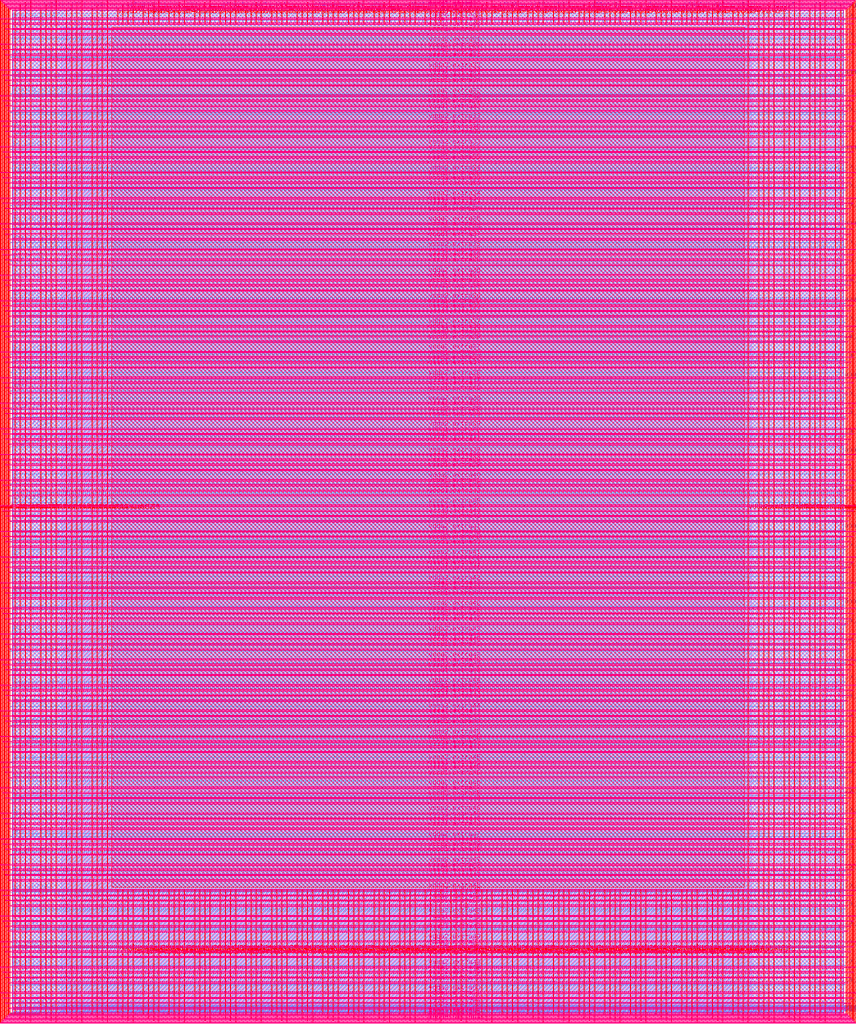
<source format=lef>
VERSION 5.7 ;
  NOWIREEXTENSIONATPIN ON ;
  DIVIDERCHAR "/" ;
  BUSBITCHARS "[]" ;
MACRO user_project_wrapper
  CLASS BLOCK ;
  FOREIGN user_project_wrapper ;
  ORIGIN 0.000 0.000 ;
  SIZE 2920.000 BY 3520.000 ;
  PIN analog_io[0]
    DIRECTION INOUT ;
    USE SIGNAL ;
    PORT
      LAYER met3 ;
        RECT 2917.600 1426.380 2924.800 1427.580 ;
    END
  END analog_io[0]
  PIN analog_io[10]
    DIRECTION INOUT ;
    USE SIGNAL ;
    PORT
      LAYER met2 ;
        RECT 2230.490 3517.600 2231.050 3524.800 ;
    END
  END analog_io[10]
  PIN analog_io[11]
    DIRECTION INOUT ;
    USE SIGNAL ;
    PORT
      LAYER met2 ;
        RECT 1905.730 3517.600 1906.290 3524.800 ;
    END
  END analog_io[11]
  PIN analog_io[12]
    DIRECTION INOUT ;
    USE SIGNAL ;
    PORT
      LAYER met2 ;
        RECT 1581.430 3517.600 1581.990 3524.800 ;
    END
  END analog_io[12]
  PIN analog_io[13]
    DIRECTION INOUT ;
    USE SIGNAL ;
    PORT
      LAYER met2 ;
        RECT 1257.130 3517.600 1257.690 3524.800 ;
    END
  END analog_io[13]
  PIN analog_io[14]
    DIRECTION INOUT ;
    USE SIGNAL ;
    PORT
      LAYER met2 ;
        RECT 932.370 3517.600 932.930 3524.800 ;
    END
  END analog_io[14]
  PIN analog_io[15]
    DIRECTION INOUT ;
    USE SIGNAL ;
    PORT
      LAYER met2 ;
        RECT 608.070 3517.600 608.630 3524.800 ;
    END
  END analog_io[15]
  PIN analog_io[16]
    DIRECTION INOUT ;
    USE SIGNAL ;
    PORT
      LAYER met2 ;
        RECT 283.770 3517.600 284.330 3524.800 ;
    END
  END analog_io[16]
  PIN analog_io[17]
    DIRECTION INOUT ;
    USE SIGNAL ;
    PORT
      LAYER met3 ;
        RECT -4.800 3486.100 2.400 3487.300 ;
    END
  END analog_io[17]
  PIN analog_io[18]
    DIRECTION INOUT ;
    USE SIGNAL ;
    PORT
      LAYER met3 ;
        RECT -4.800 3224.980 2.400 3226.180 ;
    END
  END analog_io[18]
  PIN analog_io[19]
    DIRECTION INOUT ;
    USE SIGNAL ;
    PORT
      LAYER met3 ;
        RECT -4.800 2964.540 2.400 2965.740 ;
    END
  END analog_io[19]
  PIN analog_io[1]
    DIRECTION INOUT ;
    USE SIGNAL ;
    PORT
      LAYER met3 ;
        RECT 2917.600 1692.260 2924.800 1693.460 ;
    END
  END analog_io[1]
  PIN analog_io[20]
    DIRECTION INOUT ;
    USE SIGNAL ;
    PORT
      LAYER met3 ;
        RECT -4.800 2703.420 2.400 2704.620 ;
    END
  END analog_io[20]
  PIN analog_io[21]
    DIRECTION INOUT ;
    USE SIGNAL ;
    PORT
      LAYER met3 ;
        RECT -4.800 2442.980 2.400 2444.180 ;
    END
  END analog_io[21]
  PIN analog_io[22]
    DIRECTION INOUT ;
    USE SIGNAL ;
    PORT
      LAYER met3 ;
        RECT -4.800 2182.540 2.400 2183.740 ;
    END
  END analog_io[22]
  PIN analog_io[23]
    DIRECTION INOUT ;
    USE SIGNAL ;
    PORT
      LAYER met3 ;
        RECT -4.800 1921.420 2.400 1922.620 ;
    END
  END analog_io[23]
  PIN analog_io[24]
    DIRECTION INOUT ;
    USE SIGNAL ;
    PORT
      LAYER met3 ;
        RECT -4.800 1660.980 2.400 1662.180 ;
    END
  END analog_io[24]
  PIN analog_io[25]
    DIRECTION INOUT ;
    USE SIGNAL ;
    PORT
      LAYER met3 ;
        RECT -4.800 1399.860 2.400 1401.060 ;
    END
  END analog_io[25]
  PIN analog_io[26]
    DIRECTION INOUT ;
    USE SIGNAL ;
    PORT
      LAYER met3 ;
        RECT -4.800 1139.420 2.400 1140.620 ;
    END
  END analog_io[26]
  PIN analog_io[27]
    DIRECTION INOUT ;
    USE SIGNAL ;
    PORT
      LAYER met3 ;
        RECT -4.800 878.980 2.400 880.180 ;
    END
  END analog_io[27]
  PIN analog_io[28]
    DIRECTION INOUT ;
    USE SIGNAL ;
    PORT
      LAYER met3 ;
        RECT -4.800 617.860 2.400 619.060 ;
    END
  END analog_io[28]
  PIN analog_io[2]
    DIRECTION INOUT ;
    USE SIGNAL ;
    PORT
      LAYER met3 ;
        RECT 2917.600 1958.140 2924.800 1959.340 ;
    END
  END analog_io[2]
  PIN analog_io[3]
    DIRECTION INOUT ;
    USE SIGNAL ;
    PORT
      LAYER met3 ;
        RECT 2917.600 2223.340 2924.800 2224.540 ;
    END
  END analog_io[3]
  PIN analog_io[4]
    DIRECTION INOUT ;
    USE SIGNAL ;
    PORT
      LAYER met3 ;
        RECT 2917.600 2489.220 2924.800 2490.420 ;
    END
  END analog_io[4]
  PIN analog_io[5]
    DIRECTION INOUT ;
    USE SIGNAL ;
    PORT
      LAYER met3 ;
        RECT 2917.600 2755.100 2924.800 2756.300 ;
    END
  END analog_io[5]
  PIN analog_io[6]
    DIRECTION INOUT ;
    USE SIGNAL ;
    PORT
      LAYER met3 ;
        RECT 2917.600 3020.300 2924.800 3021.500 ;
    END
  END analog_io[6]
  PIN analog_io[7]
    DIRECTION INOUT ;
    USE SIGNAL ;
    PORT
      LAYER met3 ;
        RECT 2917.600 3286.180 2924.800 3287.380 ;
    END
  END analog_io[7]
  PIN analog_io[8]
    DIRECTION INOUT ;
    USE SIGNAL ;
    PORT
      LAYER met2 ;
        RECT 2879.090 3517.600 2879.650 3524.800 ;
    END
  END analog_io[8]
  PIN analog_io[9]
    DIRECTION INOUT ;
    USE SIGNAL ;
    PORT
      LAYER met2 ;
        RECT 2554.790 3517.600 2555.350 3524.800 ;
    END
  END analog_io[9]
  PIN io_in[0]
    DIRECTION INPUT ;
    USE SIGNAL ;
    PORT
      LAYER met3 ;
        RECT 2917.600 32.380 2924.800 33.580 ;
    END
  END io_in[0]
  PIN io_in[10]
    DIRECTION INPUT ;
    USE SIGNAL ;
    PORT
      LAYER met3 ;
        RECT 2917.600 2289.980 2924.800 2291.180 ;
    END
  END io_in[10]
  PIN io_in[11]
    DIRECTION INPUT ;
    USE SIGNAL ;
    PORT
      LAYER met3 ;
        RECT 2917.600 2555.860 2924.800 2557.060 ;
    END
  END io_in[11]
  PIN io_in[12]
    DIRECTION INPUT ;
    USE SIGNAL ;
    PORT
      LAYER met3 ;
        RECT 2917.600 2821.060 2924.800 2822.260 ;
    END
  END io_in[12]
  PIN io_in[13]
    DIRECTION INPUT ;
    USE SIGNAL ;
    PORT
      LAYER met3 ;
        RECT 2917.600 3086.940 2924.800 3088.140 ;
    END
  END io_in[13]
  PIN io_in[14]
    DIRECTION INPUT ;
    USE SIGNAL ;
    PORT
      LAYER met3 ;
        RECT 2917.600 3352.820 2924.800 3354.020 ;
    END
  END io_in[14]
  PIN io_in[15]
    DIRECTION INPUT ;
    USE SIGNAL ;
    PORT
      LAYER met2 ;
        RECT 2798.130 3517.600 2798.690 3524.800 ;
    END
  END io_in[15]
  PIN io_in[16]
    DIRECTION INPUT ;
    USE SIGNAL ;
    PORT
      LAYER met2 ;
        RECT 2473.830 3517.600 2474.390 3524.800 ;
    END
  END io_in[16]
  PIN io_in[17]
    DIRECTION INPUT ;
    USE SIGNAL ;
    PORT
      LAYER met2 ;
        RECT 2149.070 3517.600 2149.630 3524.800 ;
    END
  END io_in[17]
  PIN io_in[18]
    DIRECTION INPUT ;
    USE SIGNAL ;
    PORT
      LAYER met2 ;
        RECT 1824.770 3517.600 1825.330 3524.800 ;
    END
  END io_in[18]
  PIN io_in[19]
    DIRECTION INPUT ;
    USE SIGNAL ;
    PORT
      LAYER met2 ;
        RECT 1500.470 3517.600 1501.030 3524.800 ;
    END
  END io_in[19]
  PIN io_in[1]
    DIRECTION INPUT ;
    USE SIGNAL ;
    PORT
      LAYER met3 ;
        RECT 2917.600 230.940 2924.800 232.140 ;
    END
  END io_in[1]
  PIN io_in[20]
    DIRECTION INPUT ;
    USE SIGNAL ;
    PORT
      LAYER met2 ;
        RECT 1175.710 3517.600 1176.270 3524.800 ;
    END
  END io_in[20]
  PIN io_in[21]
    DIRECTION INPUT ;
    USE SIGNAL ;
    PORT
      LAYER met2 ;
        RECT 851.410 3517.600 851.970 3524.800 ;
    END
  END io_in[21]
  PIN io_in[22]
    DIRECTION INPUT ;
    USE SIGNAL ;
    PORT
      LAYER met2 ;
        RECT 527.110 3517.600 527.670 3524.800 ;
    END
  END io_in[22]
  PIN io_in[23]
    DIRECTION INPUT ;
    USE SIGNAL ;
    PORT
      LAYER met2 ;
        RECT 202.350 3517.600 202.910 3524.800 ;
    END
  END io_in[23]
  PIN io_in[24]
    DIRECTION INPUT ;
    USE SIGNAL ;
    PORT
      LAYER met3 ;
        RECT -4.800 3420.820 2.400 3422.020 ;
    END
  END io_in[24]
  PIN io_in[25]
    DIRECTION INPUT ;
    USE SIGNAL ;
    PORT
      LAYER met3 ;
        RECT -4.800 3159.700 2.400 3160.900 ;
    END
  END io_in[25]
  PIN io_in[26]
    DIRECTION INPUT ;
    USE SIGNAL ;
    PORT
      LAYER met3 ;
        RECT -4.800 2899.260 2.400 2900.460 ;
    END
  END io_in[26]
  PIN io_in[27]
    DIRECTION INPUT ;
    USE SIGNAL ;
    PORT
      LAYER met3 ;
        RECT -4.800 2638.820 2.400 2640.020 ;
    END
  END io_in[27]
  PIN io_in[28]
    DIRECTION INPUT ;
    USE SIGNAL ;
    PORT
      LAYER met3 ;
        RECT -4.800 2377.700 2.400 2378.900 ;
    END
  END io_in[28]
  PIN io_in[29]
    DIRECTION INPUT ;
    USE SIGNAL ;
    PORT
      LAYER met3 ;
        RECT -4.800 2117.260 2.400 2118.460 ;
    END
  END io_in[29]
  PIN io_in[2]
    DIRECTION INPUT ;
    USE SIGNAL ;
    PORT
      LAYER met3 ;
        RECT 2917.600 430.180 2924.800 431.380 ;
    END
  END io_in[2]
  PIN io_in[30]
    DIRECTION INPUT ;
    USE SIGNAL ;
    PORT
      LAYER met3 ;
        RECT -4.800 1856.140 2.400 1857.340 ;
    END
  END io_in[30]
  PIN io_in[31]
    DIRECTION INPUT ;
    USE SIGNAL ;
    PORT
      LAYER met3 ;
        RECT -4.800 1595.700 2.400 1596.900 ;
    END
  END io_in[31]
  PIN io_in[32]
    DIRECTION INPUT ;
    USE SIGNAL ;
    PORT
      LAYER met3 ;
        RECT -4.800 1335.260 2.400 1336.460 ;
    END
  END io_in[32]
  PIN io_in[33]
    DIRECTION INPUT ;
    USE SIGNAL ;
    PORT
      LAYER met3 ;
        RECT -4.800 1074.140 2.400 1075.340 ;
    END
  END io_in[33]
  PIN io_in[34]
    DIRECTION INPUT ;
    USE SIGNAL ;
    PORT
      LAYER met3 ;
        RECT -4.800 813.700 2.400 814.900 ;
    END
  END io_in[34]
  PIN io_in[35]
    DIRECTION INPUT ;
    USE SIGNAL ;
    PORT
      LAYER met3 ;
        RECT -4.800 552.580 2.400 553.780 ;
    END
  END io_in[35]
  PIN io_in[36]
    DIRECTION INPUT ;
    USE SIGNAL ;
    PORT
      LAYER met3 ;
        RECT -4.800 357.420 2.400 358.620 ;
    END
  END io_in[36]
  PIN io_in[37]
    DIRECTION INPUT ;
    USE SIGNAL ;
    PORT
      LAYER met3 ;
        RECT -4.800 161.580 2.400 162.780 ;
    END
  END io_in[37]
  PIN io_in[3]
    DIRECTION INPUT ;
    USE SIGNAL ;
    PORT
      LAYER met3 ;
        RECT 2917.600 629.420 2924.800 630.620 ;
    END
  END io_in[3]
  PIN io_in[4]
    DIRECTION INPUT ;
    USE SIGNAL ;
    PORT
      LAYER met3 ;
        RECT 2917.600 828.660 2924.800 829.860 ;
    END
  END io_in[4]
  PIN io_in[5]
    DIRECTION INPUT ;
    USE SIGNAL ;
    PORT
      LAYER met3 ;
        RECT 2917.600 1027.900 2924.800 1029.100 ;
    END
  END io_in[5]
  PIN io_in[6]
    DIRECTION INPUT ;
    USE SIGNAL ;
    PORT
      LAYER met3 ;
        RECT 2917.600 1227.140 2924.800 1228.340 ;
    END
  END io_in[6]
  PIN io_in[7]
    DIRECTION INPUT ;
    USE SIGNAL ;
    PORT
      LAYER met3 ;
        RECT 2917.600 1493.020 2924.800 1494.220 ;
    END
  END io_in[7]
  PIN io_in[8]
    DIRECTION INPUT ;
    USE SIGNAL ;
    PORT
      LAYER met3 ;
        RECT 2917.600 1758.900 2924.800 1760.100 ;
    END
  END io_in[8]
  PIN io_in[9]
    DIRECTION INPUT ;
    USE SIGNAL ;
    PORT
      LAYER met3 ;
        RECT 2917.600 2024.100 2924.800 2025.300 ;
    END
  END io_in[9]
  PIN io_oeb[0]
    DIRECTION OUTPUT TRISTATE ;
    USE SIGNAL ;
    PORT
      LAYER met3 ;
        RECT 2917.600 164.980 2924.800 166.180 ;
    END
  END io_oeb[0]
  PIN io_oeb[10]
    DIRECTION OUTPUT TRISTATE ;
    USE SIGNAL ;
    PORT
      LAYER met3 ;
        RECT 2917.600 2422.580 2924.800 2423.780 ;
    END
  END io_oeb[10]
  PIN io_oeb[11]
    DIRECTION OUTPUT TRISTATE ;
    USE SIGNAL ;
    PORT
      LAYER met3 ;
        RECT 2917.600 2688.460 2924.800 2689.660 ;
    END
  END io_oeb[11]
  PIN io_oeb[12]
    DIRECTION OUTPUT TRISTATE ;
    USE SIGNAL ;
    PORT
      LAYER met3 ;
        RECT 2917.600 2954.340 2924.800 2955.540 ;
    END
  END io_oeb[12]
  PIN io_oeb[13]
    DIRECTION OUTPUT TRISTATE ;
    USE SIGNAL ;
    PORT
      LAYER met3 ;
        RECT 2917.600 3219.540 2924.800 3220.740 ;
    END
  END io_oeb[13]
  PIN io_oeb[14]
    DIRECTION OUTPUT TRISTATE ;
    USE SIGNAL ;
    PORT
      LAYER met3 ;
        RECT 2917.600 3485.420 2924.800 3486.620 ;
    END
  END io_oeb[14]
  PIN io_oeb[15]
    DIRECTION OUTPUT TRISTATE ;
    USE SIGNAL ;
    PORT
      LAYER met2 ;
        RECT 2635.750 3517.600 2636.310 3524.800 ;
    END
  END io_oeb[15]
  PIN io_oeb[16]
    DIRECTION OUTPUT TRISTATE ;
    USE SIGNAL ;
    PORT
      LAYER met2 ;
        RECT 2311.450 3517.600 2312.010 3524.800 ;
    END
  END io_oeb[16]
  PIN io_oeb[17]
    DIRECTION OUTPUT TRISTATE ;
    USE SIGNAL ;
    PORT
      LAYER met2 ;
        RECT 1987.150 3517.600 1987.710 3524.800 ;
    END
  END io_oeb[17]
  PIN io_oeb[18]
    DIRECTION OUTPUT TRISTATE ;
    USE SIGNAL ;
    PORT
      LAYER met2 ;
        RECT 1662.390 3517.600 1662.950 3524.800 ;
    END
  END io_oeb[18]
  PIN io_oeb[19]
    DIRECTION OUTPUT TRISTATE ;
    USE SIGNAL ;
    PORT
      LAYER met2 ;
        RECT 1338.090 3517.600 1338.650 3524.800 ;
    END
  END io_oeb[19]
  PIN io_oeb[1]
    DIRECTION OUTPUT TRISTATE ;
    USE SIGNAL ;
    PORT
      LAYER met3 ;
        RECT 2917.600 364.220 2924.800 365.420 ;
    END
  END io_oeb[1]
  PIN io_oeb[20]
    DIRECTION OUTPUT TRISTATE ;
    USE SIGNAL ;
    PORT
      LAYER met2 ;
        RECT 1013.790 3517.600 1014.350 3524.800 ;
    END
  END io_oeb[20]
  PIN io_oeb[21]
    DIRECTION OUTPUT TRISTATE ;
    USE SIGNAL ;
    PORT
      LAYER met2 ;
        RECT 689.030 3517.600 689.590 3524.800 ;
    END
  END io_oeb[21]
  PIN io_oeb[22]
    DIRECTION OUTPUT TRISTATE ;
    USE SIGNAL ;
    PORT
      LAYER met2 ;
        RECT 364.730 3517.600 365.290 3524.800 ;
    END
  END io_oeb[22]
  PIN io_oeb[23]
    DIRECTION OUTPUT TRISTATE ;
    USE SIGNAL ;
    PORT
      LAYER met2 ;
        RECT 40.430 3517.600 40.990 3524.800 ;
    END
  END io_oeb[23]
  PIN io_oeb[24]
    DIRECTION OUTPUT TRISTATE ;
    USE SIGNAL ;
    PORT
      LAYER met3 ;
        RECT -4.800 3290.260 2.400 3291.460 ;
    END
  END io_oeb[24]
  PIN io_oeb[25]
    DIRECTION OUTPUT TRISTATE ;
    USE SIGNAL ;
    PORT
      LAYER met3 ;
        RECT -4.800 3029.820 2.400 3031.020 ;
    END
  END io_oeb[25]
  PIN io_oeb[26]
    DIRECTION OUTPUT TRISTATE ;
    USE SIGNAL ;
    PORT
      LAYER met3 ;
        RECT -4.800 2768.700 2.400 2769.900 ;
    END
  END io_oeb[26]
  PIN io_oeb[27]
    DIRECTION OUTPUT TRISTATE ;
    USE SIGNAL ;
    PORT
      LAYER met3 ;
        RECT -4.800 2508.260 2.400 2509.460 ;
    END
  END io_oeb[27]
  PIN io_oeb[28]
    DIRECTION OUTPUT TRISTATE ;
    USE SIGNAL ;
    PORT
      LAYER met3 ;
        RECT -4.800 2247.140 2.400 2248.340 ;
    END
  END io_oeb[28]
  PIN io_oeb[29]
    DIRECTION OUTPUT TRISTATE ;
    USE SIGNAL ;
    PORT
      LAYER met3 ;
        RECT -4.800 1986.700 2.400 1987.900 ;
    END
  END io_oeb[29]
  PIN io_oeb[2]
    DIRECTION OUTPUT TRISTATE ;
    USE SIGNAL ;
    PORT
      LAYER met3 ;
        RECT 2917.600 563.460 2924.800 564.660 ;
    END
  END io_oeb[2]
  PIN io_oeb[30]
    DIRECTION OUTPUT TRISTATE ;
    USE SIGNAL ;
    PORT
      LAYER met3 ;
        RECT -4.800 1726.260 2.400 1727.460 ;
    END
  END io_oeb[30]
  PIN io_oeb[31]
    DIRECTION OUTPUT TRISTATE ;
    USE SIGNAL ;
    PORT
      LAYER met3 ;
        RECT -4.800 1465.140 2.400 1466.340 ;
    END
  END io_oeb[31]
  PIN io_oeb[32]
    DIRECTION OUTPUT TRISTATE ;
    USE SIGNAL ;
    PORT
      LAYER met3 ;
        RECT -4.800 1204.700 2.400 1205.900 ;
    END
  END io_oeb[32]
  PIN io_oeb[33]
    DIRECTION OUTPUT TRISTATE ;
    USE SIGNAL ;
    PORT
      LAYER met3 ;
        RECT -4.800 943.580 2.400 944.780 ;
    END
  END io_oeb[33]
  PIN io_oeb[34]
    DIRECTION OUTPUT TRISTATE ;
    USE SIGNAL ;
    PORT
      LAYER met3 ;
        RECT -4.800 683.140 2.400 684.340 ;
    END
  END io_oeb[34]
  PIN io_oeb[35]
    DIRECTION OUTPUT TRISTATE ;
    USE SIGNAL ;
    PORT
      LAYER met3 ;
        RECT -4.800 422.700 2.400 423.900 ;
    END
  END io_oeb[35]
  PIN io_oeb[36]
    DIRECTION OUTPUT TRISTATE ;
    USE SIGNAL ;
    PORT
      LAYER met3 ;
        RECT -4.800 226.860 2.400 228.060 ;
    END
  END io_oeb[36]
  PIN io_oeb[37]
    DIRECTION OUTPUT TRISTATE ;
    USE SIGNAL ;
    PORT
      LAYER met3 ;
        RECT -4.800 31.700 2.400 32.900 ;
    END
  END io_oeb[37]
  PIN io_oeb[3]
    DIRECTION OUTPUT TRISTATE ;
    USE SIGNAL ;
    PORT
      LAYER met3 ;
        RECT 2917.600 762.700 2924.800 763.900 ;
    END
  END io_oeb[3]
  PIN io_oeb[4]
    DIRECTION OUTPUT TRISTATE ;
    USE SIGNAL ;
    PORT
      LAYER met3 ;
        RECT 2917.600 961.940 2924.800 963.140 ;
    END
  END io_oeb[4]
  PIN io_oeb[5]
    DIRECTION OUTPUT TRISTATE ;
    USE SIGNAL ;
    PORT
      LAYER met3 ;
        RECT 2917.600 1161.180 2924.800 1162.380 ;
    END
  END io_oeb[5]
  PIN io_oeb[6]
    DIRECTION OUTPUT TRISTATE ;
    USE SIGNAL ;
    PORT
      LAYER met3 ;
        RECT 2917.600 1360.420 2924.800 1361.620 ;
    END
  END io_oeb[6]
  PIN io_oeb[7]
    DIRECTION OUTPUT TRISTATE ;
    USE SIGNAL ;
    PORT
      LAYER met3 ;
        RECT 2917.600 1625.620 2924.800 1626.820 ;
    END
  END io_oeb[7]
  PIN io_oeb[8]
    DIRECTION OUTPUT TRISTATE ;
    USE SIGNAL ;
    PORT
      LAYER met3 ;
        RECT 2917.600 1891.500 2924.800 1892.700 ;
    END
  END io_oeb[8]
  PIN io_oeb[9]
    DIRECTION OUTPUT TRISTATE ;
    USE SIGNAL ;
    PORT
      LAYER met3 ;
        RECT 2917.600 2157.380 2924.800 2158.580 ;
    END
  END io_oeb[9]
  PIN io_out[0]
    DIRECTION OUTPUT TRISTATE ;
    USE SIGNAL ;
    PORT
      LAYER met3 ;
        RECT 2917.600 98.340 2924.800 99.540 ;
    END
  END io_out[0]
  PIN io_out[10]
    DIRECTION OUTPUT TRISTATE ;
    USE SIGNAL ;
    PORT
      LAYER met3 ;
        RECT 2917.600 2356.620 2924.800 2357.820 ;
    END
  END io_out[10]
  PIN io_out[11]
    DIRECTION OUTPUT TRISTATE ;
    USE SIGNAL ;
    PORT
      LAYER met3 ;
        RECT 2917.600 2621.820 2924.800 2623.020 ;
    END
  END io_out[11]
  PIN io_out[12]
    DIRECTION OUTPUT TRISTATE ;
    USE SIGNAL ;
    PORT
      LAYER met3 ;
        RECT 2917.600 2887.700 2924.800 2888.900 ;
    END
  END io_out[12]
  PIN io_out[13]
    DIRECTION OUTPUT TRISTATE ;
    USE SIGNAL ;
    PORT
      LAYER met3 ;
        RECT 2917.600 3153.580 2924.800 3154.780 ;
    END
  END io_out[13]
  PIN io_out[14]
    DIRECTION OUTPUT TRISTATE ;
    USE SIGNAL ;
    PORT
      LAYER met3 ;
        RECT 2917.600 3418.780 2924.800 3419.980 ;
    END
  END io_out[14]
  PIN io_out[15]
    DIRECTION OUTPUT TRISTATE ;
    USE SIGNAL ;
    PORT
      LAYER met2 ;
        RECT 2717.170 3517.600 2717.730 3524.800 ;
    END
  END io_out[15]
  PIN io_out[16]
    DIRECTION OUTPUT TRISTATE ;
    USE SIGNAL ;
    PORT
      LAYER met2 ;
        RECT 2392.410 3517.600 2392.970 3524.800 ;
    END
  END io_out[16]
  PIN io_out[17]
    DIRECTION OUTPUT TRISTATE ;
    USE SIGNAL ;
    PORT
      LAYER met2 ;
        RECT 2068.110 3517.600 2068.670 3524.800 ;
    END
  END io_out[17]
  PIN io_out[18]
    DIRECTION OUTPUT TRISTATE ;
    USE SIGNAL ;
    PORT
      LAYER met2 ;
        RECT 1743.810 3517.600 1744.370 3524.800 ;
    END
  END io_out[18]
  PIN io_out[19]
    DIRECTION OUTPUT TRISTATE ;
    USE SIGNAL ;
    PORT
      LAYER met2 ;
        RECT 1419.050 3517.600 1419.610 3524.800 ;
    END
  END io_out[19]
  PIN io_out[1]
    DIRECTION OUTPUT TRISTATE ;
    USE SIGNAL ;
    PORT
      LAYER met3 ;
        RECT 2917.600 297.580 2924.800 298.780 ;
    END
  END io_out[1]
  PIN io_out[20]
    DIRECTION OUTPUT TRISTATE ;
    USE SIGNAL ;
    PORT
      LAYER met2 ;
        RECT 1094.750 3517.600 1095.310 3524.800 ;
    END
  END io_out[20]
  PIN io_out[21]
    DIRECTION OUTPUT TRISTATE ;
    USE SIGNAL ;
    PORT
      LAYER met2 ;
        RECT 770.450 3517.600 771.010 3524.800 ;
    END
  END io_out[21]
  PIN io_out[22]
    DIRECTION OUTPUT TRISTATE ;
    USE SIGNAL ;
    PORT
      LAYER met2 ;
        RECT 445.690 3517.600 446.250 3524.800 ;
    END
  END io_out[22]
  PIN io_out[23]
    DIRECTION OUTPUT TRISTATE ;
    USE SIGNAL ;
    PORT
      LAYER met2 ;
        RECT 121.390 3517.600 121.950 3524.800 ;
    END
  END io_out[23]
  PIN io_out[24]
    DIRECTION OUTPUT TRISTATE ;
    USE SIGNAL ;
    PORT
      LAYER met3 ;
        RECT -4.800 3355.540 2.400 3356.740 ;
    END
  END io_out[24]
  PIN io_out[25]
    DIRECTION OUTPUT TRISTATE ;
    USE SIGNAL ;
    PORT
      LAYER met3 ;
        RECT -4.800 3095.100 2.400 3096.300 ;
    END
  END io_out[25]
  PIN io_out[26]
    DIRECTION OUTPUT TRISTATE ;
    USE SIGNAL ;
    PORT
      LAYER met3 ;
        RECT -4.800 2833.980 2.400 2835.180 ;
    END
  END io_out[26]
  PIN io_out[27]
    DIRECTION OUTPUT TRISTATE ;
    USE SIGNAL ;
    PORT
      LAYER met3 ;
        RECT -4.800 2573.540 2.400 2574.740 ;
    END
  END io_out[27]
  PIN io_out[28]
    DIRECTION OUTPUT TRISTATE ;
    USE SIGNAL ;
    PORT
      LAYER met3 ;
        RECT -4.800 2312.420 2.400 2313.620 ;
    END
  END io_out[28]
  PIN io_out[29]
    DIRECTION OUTPUT TRISTATE ;
    USE SIGNAL ;
    PORT
      LAYER met3 ;
        RECT -4.800 2051.980 2.400 2053.180 ;
    END
  END io_out[29]
  PIN io_out[2]
    DIRECTION OUTPUT TRISTATE ;
    USE SIGNAL ;
    PORT
      LAYER met3 ;
        RECT 2917.600 496.820 2924.800 498.020 ;
    END
  END io_out[2]
  PIN io_out[30]
    DIRECTION OUTPUT TRISTATE ;
    USE SIGNAL ;
    PORT
      LAYER met3 ;
        RECT -4.800 1791.540 2.400 1792.740 ;
    END
  END io_out[30]
  PIN io_out[31]
    DIRECTION OUTPUT TRISTATE ;
    USE SIGNAL ;
    PORT
      LAYER met3 ;
        RECT -4.800 1530.420 2.400 1531.620 ;
    END
  END io_out[31]
  PIN io_out[32]
    DIRECTION OUTPUT TRISTATE ;
    USE SIGNAL ;
    PORT
      LAYER met3 ;
        RECT -4.800 1269.980 2.400 1271.180 ;
    END
  END io_out[32]
  PIN io_out[33]
    DIRECTION OUTPUT TRISTATE ;
    USE SIGNAL ;
    PORT
      LAYER met3 ;
        RECT -4.800 1008.860 2.400 1010.060 ;
    END
  END io_out[33]
  PIN io_out[34]
    DIRECTION OUTPUT TRISTATE ;
    USE SIGNAL ;
    PORT
      LAYER met3 ;
        RECT -4.800 748.420 2.400 749.620 ;
    END
  END io_out[34]
  PIN io_out[35]
    DIRECTION OUTPUT TRISTATE ;
    USE SIGNAL ;
    PORT
      LAYER met3 ;
        RECT -4.800 487.300 2.400 488.500 ;
    END
  END io_out[35]
  PIN io_out[36]
    DIRECTION OUTPUT TRISTATE ;
    USE SIGNAL ;
    PORT
      LAYER met3 ;
        RECT -4.800 292.140 2.400 293.340 ;
    END
  END io_out[36]
  PIN io_out[37]
    DIRECTION OUTPUT TRISTATE ;
    USE SIGNAL ;
    PORT
      LAYER met3 ;
        RECT -4.800 96.300 2.400 97.500 ;
    END
  END io_out[37]
  PIN io_out[3]
    DIRECTION OUTPUT TRISTATE ;
    USE SIGNAL ;
    PORT
      LAYER met3 ;
        RECT 2917.600 696.060 2924.800 697.260 ;
    END
  END io_out[3]
  PIN io_out[4]
    DIRECTION OUTPUT TRISTATE ;
    USE SIGNAL ;
    PORT
      LAYER met3 ;
        RECT 2917.600 895.300 2924.800 896.500 ;
    END
  END io_out[4]
  PIN io_out[5]
    DIRECTION OUTPUT TRISTATE ;
    USE SIGNAL ;
    PORT
      LAYER met3 ;
        RECT 2917.600 1094.540 2924.800 1095.740 ;
    END
  END io_out[5]
  PIN io_out[6]
    DIRECTION OUTPUT TRISTATE ;
    USE SIGNAL ;
    PORT
      LAYER met3 ;
        RECT 2917.600 1293.780 2924.800 1294.980 ;
    END
  END io_out[6]
  PIN io_out[7]
    DIRECTION OUTPUT TRISTATE ;
    USE SIGNAL ;
    PORT
      LAYER met3 ;
        RECT 2917.600 1559.660 2924.800 1560.860 ;
    END
  END io_out[7]
  PIN io_out[8]
    DIRECTION OUTPUT TRISTATE ;
    USE SIGNAL ;
    PORT
      LAYER met3 ;
        RECT 2917.600 1824.860 2924.800 1826.060 ;
    END
  END io_out[8]
  PIN io_out[9]
    DIRECTION OUTPUT TRISTATE ;
    USE SIGNAL ;
    PORT
      LAYER met3 ;
        RECT 2917.600 2090.740 2924.800 2091.940 ;
    END
  END io_out[9]
  PIN la_data_in[0]
    DIRECTION INPUT ;
    USE SIGNAL ;
    PORT
      LAYER met2 ;
        RECT 629.230 -4.800 629.790 2.400 ;
    END
  END la_data_in[0]
  PIN la_data_in[100]
    DIRECTION INPUT ;
    USE SIGNAL ;
    PORT
      LAYER met2 ;
        RECT 2402.530 -4.800 2403.090 2.400 ;
    END
  END la_data_in[100]
  PIN la_data_in[101]
    DIRECTION INPUT ;
    USE SIGNAL ;
    PORT
      LAYER met2 ;
        RECT 2420.010 -4.800 2420.570 2.400 ;
    END
  END la_data_in[101]
  PIN la_data_in[102]
    DIRECTION INPUT ;
    USE SIGNAL ;
    PORT
      LAYER met2 ;
        RECT 2437.950 -4.800 2438.510 2.400 ;
    END
  END la_data_in[102]
  PIN la_data_in[103]
    DIRECTION INPUT ;
    USE SIGNAL ;
    PORT
      LAYER met2 ;
        RECT 2455.430 -4.800 2455.990 2.400 ;
    END
  END la_data_in[103]
  PIN la_data_in[104]
    DIRECTION INPUT ;
    USE SIGNAL ;
    PORT
      LAYER met2 ;
        RECT 2473.370 -4.800 2473.930 2.400 ;
    END
  END la_data_in[104]
  PIN la_data_in[105]
    DIRECTION INPUT ;
    USE SIGNAL ;
    PORT
      LAYER met2 ;
        RECT 2490.850 -4.800 2491.410 2.400 ;
    END
  END la_data_in[105]
  PIN la_data_in[106]
    DIRECTION INPUT ;
    USE SIGNAL ;
    PORT
      LAYER met2 ;
        RECT 2508.790 -4.800 2509.350 2.400 ;
    END
  END la_data_in[106]
  PIN la_data_in[107]
    DIRECTION INPUT ;
    USE SIGNAL ;
    PORT
      LAYER met2 ;
        RECT 2526.730 -4.800 2527.290 2.400 ;
    END
  END la_data_in[107]
  PIN la_data_in[108]
    DIRECTION INPUT ;
    USE SIGNAL ;
    PORT
      LAYER met2 ;
        RECT 2544.210 -4.800 2544.770 2.400 ;
    END
  END la_data_in[108]
  PIN la_data_in[109]
    DIRECTION INPUT ;
    USE SIGNAL ;
    PORT
      LAYER met2 ;
        RECT 2562.150 -4.800 2562.710 2.400 ;
    END
  END la_data_in[109]
  PIN la_data_in[10]
    DIRECTION INPUT ;
    USE SIGNAL ;
    PORT
      LAYER met2 ;
        RECT 806.330 -4.800 806.890 2.400 ;
    END
  END la_data_in[10]
  PIN la_data_in[110]
    DIRECTION INPUT ;
    USE SIGNAL ;
    PORT
      LAYER met2 ;
        RECT 2579.630 -4.800 2580.190 2.400 ;
    END
  END la_data_in[110]
  PIN la_data_in[111]
    DIRECTION INPUT ;
    USE SIGNAL ;
    PORT
      LAYER met2 ;
        RECT 2597.570 -4.800 2598.130 2.400 ;
    END
  END la_data_in[111]
  PIN la_data_in[112]
    DIRECTION INPUT ;
    USE SIGNAL ;
    PORT
      LAYER met2 ;
        RECT 2615.050 -4.800 2615.610 2.400 ;
    END
  END la_data_in[112]
  PIN la_data_in[113]
    DIRECTION INPUT ;
    USE SIGNAL ;
    PORT
      LAYER met2 ;
        RECT 2632.990 -4.800 2633.550 2.400 ;
    END
  END la_data_in[113]
  PIN la_data_in[114]
    DIRECTION INPUT ;
    USE SIGNAL ;
    PORT
      LAYER met2 ;
        RECT 2650.470 -4.800 2651.030 2.400 ;
    END
  END la_data_in[114]
  PIN la_data_in[115]
    DIRECTION INPUT ;
    USE SIGNAL ;
    PORT
      LAYER met2 ;
        RECT 2668.410 -4.800 2668.970 2.400 ;
    END
  END la_data_in[115]
  PIN la_data_in[116]
    DIRECTION INPUT ;
    USE SIGNAL ;
    PORT
      LAYER met2 ;
        RECT 2685.890 -4.800 2686.450 2.400 ;
    END
  END la_data_in[116]
  PIN la_data_in[117]
    DIRECTION INPUT ;
    USE SIGNAL ;
    PORT
      LAYER met2 ;
        RECT 2703.830 -4.800 2704.390 2.400 ;
    END
  END la_data_in[117]
  PIN la_data_in[118]
    DIRECTION INPUT ;
    USE SIGNAL ;
    PORT
      LAYER met2 ;
        RECT 2721.770 -4.800 2722.330 2.400 ;
    END
  END la_data_in[118]
  PIN la_data_in[119]
    DIRECTION INPUT ;
    USE SIGNAL ;
    PORT
      LAYER met2 ;
        RECT 2739.250 -4.800 2739.810 2.400 ;
    END
  END la_data_in[119]
  PIN la_data_in[11]
    DIRECTION INPUT ;
    USE SIGNAL ;
    PORT
      LAYER met2 ;
        RECT 824.270 -4.800 824.830 2.400 ;
    END
  END la_data_in[11]
  PIN la_data_in[120]
    DIRECTION INPUT ;
    USE SIGNAL ;
    PORT
      LAYER met2 ;
        RECT 2757.190 -4.800 2757.750 2.400 ;
    END
  END la_data_in[120]
  PIN la_data_in[121]
    DIRECTION INPUT ;
    USE SIGNAL ;
    PORT
      LAYER met2 ;
        RECT 2774.670 -4.800 2775.230 2.400 ;
    END
  END la_data_in[121]
  PIN la_data_in[122]
    DIRECTION INPUT ;
    USE SIGNAL ;
    PORT
      LAYER met2 ;
        RECT 2792.610 -4.800 2793.170 2.400 ;
    END
  END la_data_in[122]
  PIN la_data_in[123]
    DIRECTION INPUT ;
    USE SIGNAL ;
    PORT
      LAYER met2 ;
        RECT 2810.090 -4.800 2810.650 2.400 ;
    END
  END la_data_in[123]
  PIN la_data_in[124]
    DIRECTION INPUT ;
    USE SIGNAL ;
    PORT
      LAYER met2 ;
        RECT 2828.030 -4.800 2828.590 2.400 ;
    END
  END la_data_in[124]
  PIN la_data_in[125]
    DIRECTION INPUT ;
    USE SIGNAL ;
    PORT
      LAYER met2 ;
        RECT 2845.510 -4.800 2846.070 2.400 ;
    END
  END la_data_in[125]
  PIN la_data_in[126]
    DIRECTION INPUT ;
    USE SIGNAL ;
    PORT
      LAYER met2 ;
        RECT 2863.450 -4.800 2864.010 2.400 ;
    END
  END la_data_in[126]
  PIN la_data_in[127]
    DIRECTION INPUT ;
    USE SIGNAL ;
    PORT
      LAYER met2 ;
        RECT 2881.390 -4.800 2881.950 2.400 ;
    END
  END la_data_in[127]
  PIN la_data_in[12]
    DIRECTION INPUT ;
    USE SIGNAL ;
    PORT
      LAYER met2 ;
        RECT 841.750 -4.800 842.310 2.400 ;
    END
  END la_data_in[12]
  PIN la_data_in[13]
    DIRECTION INPUT ;
    USE SIGNAL ;
    PORT
      LAYER met2 ;
        RECT 859.690 -4.800 860.250 2.400 ;
    END
  END la_data_in[13]
  PIN la_data_in[14]
    DIRECTION INPUT ;
    USE SIGNAL ;
    PORT
      LAYER met2 ;
        RECT 877.170 -4.800 877.730 2.400 ;
    END
  END la_data_in[14]
  PIN la_data_in[15]
    DIRECTION INPUT ;
    USE SIGNAL ;
    PORT
      LAYER met2 ;
        RECT 895.110 -4.800 895.670 2.400 ;
    END
  END la_data_in[15]
  PIN la_data_in[16]
    DIRECTION INPUT ;
    USE SIGNAL ;
    PORT
      LAYER met2 ;
        RECT 912.590 -4.800 913.150 2.400 ;
    END
  END la_data_in[16]
  PIN la_data_in[17]
    DIRECTION INPUT ;
    USE SIGNAL ;
    PORT
      LAYER met2 ;
        RECT 930.530 -4.800 931.090 2.400 ;
    END
  END la_data_in[17]
  PIN la_data_in[18]
    DIRECTION INPUT ;
    USE SIGNAL ;
    PORT
      LAYER met2 ;
        RECT 948.470 -4.800 949.030 2.400 ;
    END
  END la_data_in[18]
  PIN la_data_in[19]
    DIRECTION INPUT ;
    USE SIGNAL ;
    PORT
      LAYER met2 ;
        RECT 965.950 -4.800 966.510 2.400 ;
    END
  END la_data_in[19]
  PIN la_data_in[1]
    DIRECTION INPUT ;
    USE SIGNAL ;
    PORT
      LAYER met2 ;
        RECT 646.710 -4.800 647.270 2.400 ;
    END
  END la_data_in[1]
  PIN la_data_in[20]
    DIRECTION INPUT ;
    USE SIGNAL ;
    PORT
      LAYER met2 ;
        RECT 983.890 -4.800 984.450 2.400 ;
    END
  END la_data_in[20]
  PIN la_data_in[21]
    DIRECTION INPUT ;
    USE SIGNAL ;
    PORT
      LAYER met2 ;
        RECT 1001.370 -4.800 1001.930 2.400 ;
    END
  END la_data_in[21]
  PIN la_data_in[22]
    DIRECTION INPUT ;
    USE SIGNAL ;
    PORT
      LAYER met2 ;
        RECT 1019.310 -4.800 1019.870 2.400 ;
    END
  END la_data_in[22]
  PIN la_data_in[23]
    DIRECTION INPUT ;
    USE SIGNAL ;
    PORT
      LAYER met2 ;
        RECT 1036.790 -4.800 1037.350 2.400 ;
    END
  END la_data_in[23]
  PIN la_data_in[24]
    DIRECTION INPUT ;
    USE SIGNAL ;
    PORT
      LAYER met2 ;
        RECT 1054.730 -4.800 1055.290 2.400 ;
    END
  END la_data_in[24]
  PIN la_data_in[25]
    DIRECTION INPUT ;
    USE SIGNAL ;
    PORT
      LAYER met2 ;
        RECT 1072.210 -4.800 1072.770 2.400 ;
    END
  END la_data_in[25]
  PIN la_data_in[26]
    DIRECTION INPUT ;
    USE SIGNAL ;
    PORT
      LAYER met2 ;
        RECT 1090.150 -4.800 1090.710 2.400 ;
    END
  END la_data_in[26]
  PIN la_data_in[27]
    DIRECTION INPUT ;
    USE SIGNAL ;
    PORT
      LAYER met2 ;
        RECT 1107.630 -4.800 1108.190 2.400 ;
    END
  END la_data_in[27]
  PIN la_data_in[28]
    DIRECTION INPUT ;
    USE SIGNAL ;
    PORT
      LAYER met2 ;
        RECT 1125.570 -4.800 1126.130 2.400 ;
    END
  END la_data_in[28]
  PIN la_data_in[29]
    DIRECTION INPUT ;
    USE SIGNAL ;
    PORT
      LAYER met2 ;
        RECT 1143.510 -4.800 1144.070 2.400 ;
    END
  END la_data_in[29]
  PIN la_data_in[2]
    DIRECTION INPUT ;
    USE SIGNAL ;
    PORT
      LAYER met2 ;
        RECT 664.650 -4.800 665.210 2.400 ;
    END
  END la_data_in[2]
  PIN la_data_in[30]
    DIRECTION INPUT ;
    USE SIGNAL ;
    PORT
      LAYER met2 ;
        RECT 1160.990 -4.800 1161.550 2.400 ;
    END
  END la_data_in[30]
  PIN la_data_in[31]
    DIRECTION INPUT ;
    USE SIGNAL ;
    PORT
      LAYER met2 ;
        RECT 1178.930 -4.800 1179.490 2.400 ;
    END
  END la_data_in[31]
  PIN la_data_in[32]
    DIRECTION INPUT ;
    USE SIGNAL ;
    PORT
      LAYER met2 ;
        RECT 1196.410 -4.800 1196.970 2.400 ;
    END
  END la_data_in[32]
  PIN la_data_in[33]
    DIRECTION INPUT ;
    USE SIGNAL ;
    PORT
      LAYER met2 ;
        RECT 1214.350 -4.800 1214.910 2.400 ;
    END
  END la_data_in[33]
  PIN la_data_in[34]
    DIRECTION INPUT ;
    USE SIGNAL ;
    PORT
      LAYER met2 ;
        RECT 1231.830 -4.800 1232.390 2.400 ;
    END
  END la_data_in[34]
  PIN la_data_in[35]
    DIRECTION INPUT ;
    USE SIGNAL ;
    PORT
      LAYER met2 ;
        RECT 1249.770 -4.800 1250.330 2.400 ;
    END
  END la_data_in[35]
  PIN la_data_in[36]
    DIRECTION INPUT ;
    USE SIGNAL ;
    PORT
      LAYER met2 ;
        RECT 1267.250 -4.800 1267.810 2.400 ;
    END
  END la_data_in[36]
  PIN la_data_in[37]
    DIRECTION INPUT ;
    USE SIGNAL ;
    PORT
      LAYER met2 ;
        RECT 1285.190 -4.800 1285.750 2.400 ;
    END
  END la_data_in[37]
  PIN la_data_in[38]
    DIRECTION INPUT ;
    USE SIGNAL ;
    PORT
      LAYER met2 ;
        RECT 1303.130 -4.800 1303.690 2.400 ;
    END
  END la_data_in[38]
  PIN la_data_in[39]
    DIRECTION INPUT ;
    USE SIGNAL ;
    PORT
      LAYER met2 ;
        RECT 1320.610 -4.800 1321.170 2.400 ;
    END
  END la_data_in[39]
  PIN la_data_in[3]
    DIRECTION INPUT ;
    USE SIGNAL ;
    PORT
      LAYER met2 ;
        RECT 682.130 -4.800 682.690 2.400 ;
    END
  END la_data_in[3]
  PIN la_data_in[40]
    DIRECTION INPUT ;
    USE SIGNAL ;
    PORT
      LAYER met2 ;
        RECT 1338.550 -4.800 1339.110 2.400 ;
    END
  END la_data_in[40]
  PIN la_data_in[41]
    DIRECTION INPUT ;
    USE SIGNAL ;
    PORT
      LAYER met2 ;
        RECT 1356.030 -4.800 1356.590 2.400 ;
    END
  END la_data_in[41]
  PIN la_data_in[42]
    DIRECTION INPUT ;
    USE SIGNAL ;
    PORT
      LAYER met2 ;
        RECT 1373.970 -4.800 1374.530 2.400 ;
    END
  END la_data_in[42]
  PIN la_data_in[43]
    DIRECTION INPUT ;
    USE SIGNAL ;
    PORT
      LAYER met2 ;
        RECT 1391.450 -4.800 1392.010 2.400 ;
    END
  END la_data_in[43]
  PIN la_data_in[44]
    DIRECTION INPUT ;
    USE SIGNAL ;
    PORT
      LAYER met2 ;
        RECT 1409.390 -4.800 1409.950 2.400 ;
    END
  END la_data_in[44]
  PIN la_data_in[45]
    DIRECTION INPUT ;
    USE SIGNAL ;
    PORT
      LAYER met2 ;
        RECT 1426.870 -4.800 1427.430 2.400 ;
    END
  END la_data_in[45]
  PIN la_data_in[46]
    DIRECTION INPUT ;
    USE SIGNAL ;
    PORT
      LAYER met2 ;
        RECT 1444.810 -4.800 1445.370 2.400 ;
    END
  END la_data_in[46]
  PIN la_data_in[47]
    DIRECTION INPUT ;
    USE SIGNAL ;
    PORT
      LAYER met2 ;
        RECT 1462.750 -4.800 1463.310 2.400 ;
    END
  END la_data_in[47]
  PIN la_data_in[48]
    DIRECTION INPUT ;
    USE SIGNAL ;
    PORT
      LAYER met2 ;
        RECT 1480.230 -4.800 1480.790 2.400 ;
    END
  END la_data_in[48]
  PIN la_data_in[49]
    DIRECTION INPUT ;
    USE SIGNAL ;
    PORT
      LAYER met2 ;
        RECT 1498.170 -4.800 1498.730 2.400 ;
    END
  END la_data_in[49]
  PIN la_data_in[4]
    DIRECTION INPUT ;
    USE SIGNAL ;
    PORT
      LAYER met2 ;
        RECT 700.070 -4.800 700.630 2.400 ;
    END
  END la_data_in[4]
  PIN la_data_in[50]
    DIRECTION INPUT ;
    USE SIGNAL ;
    PORT
      LAYER met2 ;
        RECT 1515.650 -4.800 1516.210 2.400 ;
    END
  END la_data_in[50]
  PIN la_data_in[51]
    DIRECTION INPUT ;
    USE SIGNAL ;
    PORT
      LAYER met2 ;
        RECT 1533.590 -4.800 1534.150 2.400 ;
    END
  END la_data_in[51]
  PIN la_data_in[52]
    DIRECTION INPUT ;
    USE SIGNAL ;
    PORT
      LAYER met2 ;
        RECT 1551.070 -4.800 1551.630 2.400 ;
    END
  END la_data_in[52]
  PIN la_data_in[53]
    DIRECTION INPUT ;
    USE SIGNAL ;
    PORT
      LAYER met2 ;
        RECT 1569.010 -4.800 1569.570 2.400 ;
    END
  END la_data_in[53]
  PIN la_data_in[54]
    DIRECTION INPUT ;
    USE SIGNAL ;
    PORT
      LAYER met2 ;
        RECT 1586.490 -4.800 1587.050 2.400 ;
    END
  END la_data_in[54]
  PIN la_data_in[55]
    DIRECTION INPUT ;
    USE SIGNAL ;
    PORT
      LAYER met2 ;
        RECT 1604.430 -4.800 1604.990 2.400 ;
    END
  END la_data_in[55]
  PIN la_data_in[56]
    DIRECTION INPUT ;
    USE SIGNAL ;
    PORT
      LAYER met2 ;
        RECT 1621.910 -4.800 1622.470 2.400 ;
    END
  END la_data_in[56]
  PIN la_data_in[57]
    DIRECTION INPUT ;
    USE SIGNAL ;
    PORT
      LAYER met2 ;
        RECT 1639.850 -4.800 1640.410 2.400 ;
    END
  END la_data_in[57]
  PIN la_data_in[58]
    DIRECTION INPUT ;
    USE SIGNAL ;
    PORT
      LAYER met2 ;
        RECT 1657.790 -4.800 1658.350 2.400 ;
    END
  END la_data_in[58]
  PIN la_data_in[59]
    DIRECTION INPUT ;
    USE SIGNAL ;
    PORT
      LAYER met2 ;
        RECT 1675.270 -4.800 1675.830 2.400 ;
    END
  END la_data_in[59]
  PIN la_data_in[5]
    DIRECTION INPUT ;
    USE SIGNAL ;
    PORT
      LAYER met2 ;
        RECT 717.550 -4.800 718.110 2.400 ;
    END
  END la_data_in[5]
  PIN la_data_in[60]
    DIRECTION INPUT ;
    USE SIGNAL ;
    PORT
      LAYER met2 ;
        RECT 1693.210 -4.800 1693.770 2.400 ;
    END
  END la_data_in[60]
  PIN la_data_in[61]
    DIRECTION INPUT ;
    USE SIGNAL ;
    PORT
      LAYER met2 ;
        RECT 1710.690 -4.800 1711.250 2.400 ;
    END
  END la_data_in[61]
  PIN la_data_in[62]
    DIRECTION INPUT ;
    USE SIGNAL ;
    PORT
      LAYER met2 ;
        RECT 1728.630 -4.800 1729.190 2.400 ;
    END
  END la_data_in[62]
  PIN la_data_in[63]
    DIRECTION INPUT ;
    USE SIGNAL ;
    PORT
      LAYER met2 ;
        RECT 1746.110 -4.800 1746.670 2.400 ;
    END
  END la_data_in[63]
  PIN la_data_in[64]
    DIRECTION INPUT ;
    USE SIGNAL ;
    PORT
      LAYER met2 ;
        RECT 1764.050 -4.800 1764.610 2.400 ;
    END
  END la_data_in[64]
  PIN la_data_in[65]
    DIRECTION INPUT ;
    USE SIGNAL ;
    PORT
      LAYER met2 ;
        RECT 1781.530 -4.800 1782.090 2.400 ;
    END
  END la_data_in[65]
  PIN la_data_in[66]
    DIRECTION INPUT ;
    USE SIGNAL ;
    PORT
      LAYER met2 ;
        RECT 1799.470 -4.800 1800.030 2.400 ;
    END
  END la_data_in[66]
  PIN la_data_in[67]
    DIRECTION INPUT ;
    USE SIGNAL ;
    PORT
      LAYER met2 ;
        RECT 1817.410 -4.800 1817.970 2.400 ;
    END
  END la_data_in[67]
  PIN la_data_in[68]
    DIRECTION INPUT ;
    USE SIGNAL ;
    PORT
      LAYER met2 ;
        RECT 1834.890 -4.800 1835.450 2.400 ;
    END
  END la_data_in[68]
  PIN la_data_in[69]
    DIRECTION INPUT ;
    USE SIGNAL ;
    PORT
      LAYER met2 ;
        RECT 1852.830 -4.800 1853.390 2.400 ;
    END
  END la_data_in[69]
  PIN la_data_in[6]
    DIRECTION INPUT ;
    USE SIGNAL ;
    PORT
      LAYER met2 ;
        RECT 735.490 -4.800 736.050 2.400 ;
    END
  END la_data_in[6]
  PIN la_data_in[70]
    DIRECTION INPUT ;
    USE SIGNAL ;
    PORT
      LAYER met2 ;
        RECT 1870.310 -4.800 1870.870 2.400 ;
    END
  END la_data_in[70]
  PIN la_data_in[71]
    DIRECTION INPUT ;
    USE SIGNAL ;
    PORT
      LAYER met2 ;
        RECT 1888.250 -4.800 1888.810 2.400 ;
    END
  END la_data_in[71]
  PIN la_data_in[72]
    DIRECTION INPUT ;
    USE SIGNAL ;
    PORT
      LAYER met2 ;
        RECT 1905.730 -4.800 1906.290 2.400 ;
    END
  END la_data_in[72]
  PIN la_data_in[73]
    DIRECTION INPUT ;
    USE SIGNAL ;
    PORT
      LAYER met2 ;
        RECT 1923.670 -4.800 1924.230 2.400 ;
    END
  END la_data_in[73]
  PIN la_data_in[74]
    DIRECTION INPUT ;
    USE SIGNAL ;
    PORT
      LAYER met2 ;
        RECT 1941.150 -4.800 1941.710 2.400 ;
    END
  END la_data_in[74]
  PIN la_data_in[75]
    DIRECTION INPUT ;
    USE SIGNAL ;
    PORT
      LAYER met2 ;
        RECT 1959.090 -4.800 1959.650 2.400 ;
    END
  END la_data_in[75]
  PIN la_data_in[76]
    DIRECTION INPUT ;
    USE SIGNAL ;
    PORT
      LAYER met2 ;
        RECT 1976.570 -4.800 1977.130 2.400 ;
    END
  END la_data_in[76]
  PIN la_data_in[77]
    DIRECTION INPUT ;
    USE SIGNAL ;
    PORT
      LAYER met2 ;
        RECT 1994.510 -4.800 1995.070 2.400 ;
    END
  END la_data_in[77]
  PIN la_data_in[78]
    DIRECTION INPUT ;
    USE SIGNAL ;
    PORT
      LAYER met2 ;
        RECT 2012.450 -4.800 2013.010 2.400 ;
    END
  END la_data_in[78]
  PIN la_data_in[79]
    DIRECTION INPUT ;
    USE SIGNAL ;
    PORT
      LAYER met2 ;
        RECT 2029.930 -4.800 2030.490 2.400 ;
    END
  END la_data_in[79]
  PIN la_data_in[7]
    DIRECTION INPUT ;
    USE SIGNAL ;
    PORT
      LAYER met2 ;
        RECT 752.970 -4.800 753.530 2.400 ;
    END
  END la_data_in[7]
  PIN la_data_in[80]
    DIRECTION INPUT ;
    USE SIGNAL ;
    PORT
      LAYER met2 ;
        RECT 2047.870 -4.800 2048.430 2.400 ;
    END
  END la_data_in[80]
  PIN la_data_in[81]
    DIRECTION INPUT ;
    USE SIGNAL ;
    PORT
      LAYER met2 ;
        RECT 2065.350 -4.800 2065.910 2.400 ;
    END
  END la_data_in[81]
  PIN la_data_in[82]
    DIRECTION INPUT ;
    USE SIGNAL ;
    PORT
      LAYER met2 ;
        RECT 2083.290 -4.800 2083.850 2.400 ;
    END
  END la_data_in[82]
  PIN la_data_in[83]
    DIRECTION INPUT ;
    USE SIGNAL ;
    PORT
      LAYER met2 ;
        RECT 2100.770 -4.800 2101.330 2.400 ;
    END
  END la_data_in[83]
  PIN la_data_in[84]
    DIRECTION INPUT ;
    USE SIGNAL ;
    PORT
      LAYER met2 ;
        RECT 2118.710 -4.800 2119.270 2.400 ;
    END
  END la_data_in[84]
  PIN la_data_in[85]
    DIRECTION INPUT ;
    USE SIGNAL ;
    PORT
      LAYER met2 ;
        RECT 2136.190 -4.800 2136.750 2.400 ;
    END
  END la_data_in[85]
  PIN la_data_in[86]
    DIRECTION INPUT ;
    USE SIGNAL ;
    PORT
      LAYER met2 ;
        RECT 2154.130 -4.800 2154.690 2.400 ;
    END
  END la_data_in[86]
  PIN la_data_in[87]
    DIRECTION INPUT ;
    USE SIGNAL ;
    PORT
      LAYER met2 ;
        RECT 2172.070 -4.800 2172.630 2.400 ;
    END
  END la_data_in[87]
  PIN la_data_in[88]
    DIRECTION INPUT ;
    USE SIGNAL ;
    PORT
      LAYER met2 ;
        RECT 2189.550 -4.800 2190.110 2.400 ;
    END
  END la_data_in[88]
  PIN la_data_in[89]
    DIRECTION INPUT ;
    USE SIGNAL ;
    PORT
      LAYER met2 ;
        RECT 2207.490 -4.800 2208.050 2.400 ;
    END
  END la_data_in[89]
  PIN la_data_in[8]
    DIRECTION INPUT ;
    USE SIGNAL ;
    PORT
      LAYER met2 ;
        RECT 770.910 -4.800 771.470 2.400 ;
    END
  END la_data_in[8]
  PIN la_data_in[90]
    DIRECTION INPUT ;
    USE SIGNAL ;
    PORT
      LAYER met2 ;
        RECT 2224.970 -4.800 2225.530 2.400 ;
    END
  END la_data_in[90]
  PIN la_data_in[91]
    DIRECTION INPUT ;
    USE SIGNAL ;
    PORT
      LAYER met2 ;
        RECT 2242.910 -4.800 2243.470 2.400 ;
    END
  END la_data_in[91]
  PIN la_data_in[92]
    DIRECTION INPUT ;
    USE SIGNAL ;
    PORT
      LAYER met2 ;
        RECT 2260.390 -4.800 2260.950 2.400 ;
    END
  END la_data_in[92]
  PIN la_data_in[93]
    DIRECTION INPUT ;
    USE SIGNAL ;
    PORT
      LAYER met2 ;
        RECT 2278.330 -4.800 2278.890 2.400 ;
    END
  END la_data_in[93]
  PIN la_data_in[94]
    DIRECTION INPUT ;
    USE SIGNAL ;
    PORT
      LAYER met2 ;
        RECT 2295.810 -4.800 2296.370 2.400 ;
    END
  END la_data_in[94]
  PIN la_data_in[95]
    DIRECTION INPUT ;
    USE SIGNAL ;
    PORT
      LAYER met2 ;
        RECT 2313.750 -4.800 2314.310 2.400 ;
    END
  END la_data_in[95]
  PIN la_data_in[96]
    DIRECTION INPUT ;
    USE SIGNAL ;
    PORT
      LAYER met2 ;
        RECT 2331.230 -4.800 2331.790 2.400 ;
    END
  END la_data_in[96]
  PIN la_data_in[97]
    DIRECTION INPUT ;
    USE SIGNAL ;
    PORT
      LAYER met2 ;
        RECT 2349.170 -4.800 2349.730 2.400 ;
    END
  END la_data_in[97]
  PIN la_data_in[98]
    DIRECTION INPUT ;
    USE SIGNAL ;
    PORT
      LAYER met2 ;
        RECT 2367.110 -4.800 2367.670 2.400 ;
    END
  END la_data_in[98]
  PIN la_data_in[99]
    DIRECTION INPUT ;
    USE SIGNAL ;
    PORT
      LAYER met2 ;
        RECT 2384.590 -4.800 2385.150 2.400 ;
    END
  END la_data_in[99]
  PIN la_data_in[9]
    DIRECTION INPUT ;
    USE SIGNAL ;
    PORT
      LAYER met2 ;
        RECT 788.850 -4.800 789.410 2.400 ;
    END
  END la_data_in[9]
  PIN la_data_out[0]
    DIRECTION OUTPUT TRISTATE ;
    USE SIGNAL ;
    PORT
      LAYER met2 ;
        RECT 634.750 -4.800 635.310 2.400 ;
    END
  END la_data_out[0]
  PIN la_data_out[100]
    DIRECTION OUTPUT TRISTATE ;
    USE SIGNAL ;
    PORT
      LAYER met2 ;
        RECT 2408.510 -4.800 2409.070 2.400 ;
    END
  END la_data_out[100]
  PIN la_data_out[101]
    DIRECTION OUTPUT TRISTATE ;
    USE SIGNAL ;
    PORT
      LAYER met2 ;
        RECT 2425.990 -4.800 2426.550 2.400 ;
    END
  END la_data_out[101]
  PIN la_data_out[102]
    DIRECTION OUTPUT TRISTATE ;
    USE SIGNAL ;
    PORT
      LAYER met2 ;
        RECT 2443.930 -4.800 2444.490 2.400 ;
    END
  END la_data_out[102]
  PIN la_data_out[103]
    DIRECTION OUTPUT TRISTATE ;
    USE SIGNAL ;
    PORT
      LAYER met2 ;
        RECT 2461.410 -4.800 2461.970 2.400 ;
    END
  END la_data_out[103]
  PIN la_data_out[104]
    DIRECTION OUTPUT TRISTATE ;
    USE SIGNAL ;
    PORT
      LAYER met2 ;
        RECT 2479.350 -4.800 2479.910 2.400 ;
    END
  END la_data_out[104]
  PIN la_data_out[105]
    DIRECTION OUTPUT TRISTATE ;
    USE SIGNAL ;
    PORT
      LAYER met2 ;
        RECT 2496.830 -4.800 2497.390 2.400 ;
    END
  END la_data_out[105]
  PIN la_data_out[106]
    DIRECTION OUTPUT TRISTATE ;
    USE SIGNAL ;
    PORT
      LAYER met2 ;
        RECT 2514.770 -4.800 2515.330 2.400 ;
    END
  END la_data_out[106]
  PIN la_data_out[107]
    DIRECTION OUTPUT TRISTATE ;
    USE SIGNAL ;
    PORT
      LAYER met2 ;
        RECT 2532.250 -4.800 2532.810 2.400 ;
    END
  END la_data_out[107]
  PIN la_data_out[108]
    DIRECTION OUTPUT TRISTATE ;
    USE SIGNAL ;
    PORT
      LAYER met2 ;
        RECT 2550.190 -4.800 2550.750 2.400 ;
    END
  END la_data_out[108]
  PIN la_data_out[109]
    DIRECTION OUTPUT TRISTATE ;
    USE SIGNAL ;
    PORT
      LAYER met2 ;
        RECT 2567.670 -4.800 2568.230 2.400 ;
    END
  END la_data_out[109]
  PIN la_data_out[10]
    DIRECTION OUTPUT TRISTATE ;
    USE SIGNAL ;
    PORT
      LAYER met2 ;
        RECT 812.310 -4.800 812.870 2.400 ;
    END
  END la_data_out[10]
  PIN la_data_out[110]
    DIRECTION OUTPUT TRISTATE ;
    USE SIGNAL ;
    PORT
      LAYER met2 ;
        RECT 2585.610 -4.800 2586.170 2.400 ;
    END
  END la_data_out[110]
  PIN la_data_out[111]
    DIRECTION OUTPUT TRISTATE ;
    USE SIGNAL ;
    PORT
      LAYER met2 ;
        RECT 2603.550 -4.800 2604.110 2.400 ;
    END
  END la_data_out[111]
  PIN la_data_out[112]
    DIRECTION OUTPUT TRISTATE ;
    USE SIGNAL ;
    PORT
      LAYER met2 ;
        RECT 2621.030 -4.800 2621.590 2.400 ;
    END
  END la_data_out[112]
  PIN la_data_out[113]
    DIRECTION OUTPUT TRISTATE ;
    USE SIGNAL ;
    PORT
      LAYER met2 ;
        RECT 2638.970 -4.800 2639.530 2.400 ;
    END
  END la_data_out[113]
  PIN la_data_out[114]
    DIRECTION OUTPUT TRISTATE ;
    USE SIGNAL ;
    PORT
      LAYER met2 ;
        RECT 2656.450 -4.800 2657.010 2.400 ;
    END
  END la_data_out[114]
  PIN la_data_out[115]
    DIRECTION OUTPUT TRISTATE ;
    USE SIGNAL ;
    PORT
      LAYER met2 ;
        RECT 2674.390 -4.800 2674.950 2.400 ;
    END
  END la_data_out[115]
  PIN la_data_out[116]
    DIRECTION OUTPUT TRISTATE ;
    USE SIGNAL ;
    PORT
      LAYER met2 ;
        RECT 2691.870 -4.800 2692.430 2.400 ;
    END
  END la_data_out[116]
  PIN la_data_out[117]
    DIRECTION OUTPUT TRISTATE ;
    USE SIGNAL ;
    PORT
      LAYER met2 ;
        RECT 2709.810 -4.800 2710.370 2.400 ;
    END
  END la_data_out[117]
  PIN la_data_out[118]
    DIRECTION OUTPUT TRISTATE ;
    USE SIGNAL ;
    PORT
      LAYER met2 ;
        RECT 2727.290 -4.800 2727.850 2.400 ;
    END
  END la_data_out[118]
  PIN la_data_out[119]
    DIRECTION OUTPUT TRISTATE ;
    USE SIGNAL ;
    PORT
      LAYER met2 ;
        RECT 2745.230 -4.800 2745.790 2.400 ;
    END
  END la_data_out[119]
  PIN la_data_out[11]
    DIRECTION OUTPUT TRISTATE ;
    USE SIGNAL ;
    PORT
      LAYER met2 ;
        RECT 830.250 -4.800 830.810 2.400 ;
    END
  END la_data_out[11]
  PIN la_data_out[120]
    DIRECTION OUTPUT TRISTATE ;
    USE SIGNAL ;
    PORT
      LAYER met2 ;
        RECT 2763.170 -4.800 2763.730 2.400 ;
    END
  END la_data_out[120]
  PIN la_data_out[121]
    DIRECTION OUTPUT TRISTATE ;
    USE SIGNAL ;
    PORT
      LAYER met2 ;
        RECT 2780.650 -4.800 2781.210 2.400 ;
    END
  END la_data_out[121]
  PIN la_data_out[122]
    DIRECTION OUTPUT TRISTATE ;
    USE SIGNAL ;
    PORT
      LAYER met2 ;
        RECT 2798.590 -4.800 2799.150 2.400 ;
    END
  END la_data_out[122]
  PIN la_data_out[123]
    DIRECTION OUTPUT TRISTATE ;
    USE SIGNAL ;
    PORT
      LAYER met2 ;
        RECT 2816.070 -4.800 2816.630 2.400 ;
    END
  END la_data_out[123]
  PIN la_data_out[124]
    DIRECTION OUTPUT TRISTATE ;
    USE SIGNAL ;
    PORT
      LAYER met2 ;
        RECT 2834.010 -4.800 2834.570 2.400 ;
    END
  END la_data_out[124]
  PIN la_data_out[125]
    DIRECTION OUTPUT TRISTATE ;
    USE SIGNAL ;
    PORT
      LAYER met2 ;
        RECT 2851.490 -4.800 2852.050 2.400 ;
    END
  END la_data_out[125]
  PIN la_data_out[126]
    DIRECTION OUTPUT TRISTATE ;
    USE SIGNAL ;
    PORT
      LAYER met2 ;
        RECT 2869.430 -4.800 2869.990 2.400 ;
    END
  END la_data_out[126]
  PIN la_data_out[127]
    DIRECTION OUTPUT TRISTATE ;
    USE SIGNAL ;
    PORT
      LAYER met2 ;
        RECT 2886.910 -4.800 2887.470 2.400 ;
    END
  END la_data_out[127]
  PIN la_data_out[12]
    DIRECTION OUTPUT TRISTATE ;
    USE SIGNAL ;
    PORT
      LAYER met2 ;
        RECT 847.730 -4.800 848.290 2.400 ;
    END
  END la_data_out[12]
  PIN la_data_out[13]
    DIRECTION OUTPUT TRISTATE ;
    USE SIGNAL ;
    PORT
      LAYER met2 ;
        RECT 865.670 -4.800 866.230 2.400 ;
    END
  END la_data_out[13]
  PIN la_data_out[14]
    DIRECTION OUTPUT TRISTATE ;
    USE SIGNAL ;
    PORT
      LAYER met2 ;
        RECT 883.150 -4.800 883.710 2.400 ;
    END
  END la_data_out[14]
  PIN la_data_out[15]
    DIRECTION OUTPUT TRISTATE ;
    USE SIGNAL ;
    PORT
      LAYER met2 ;
        RECT 901.090 -4.800 901.650 2.400 ;
    END
  END la_data_out[15]
  PIN la_data_out[16]
    DIRECTION OUTPUT TRISTATE ;
    USE SIGNAL ;
    PORT
      LAYER met2 ;
        RECT 918.570 -4.800 919.130 2.400 ;
    END
  END la_data_out[16]
  PIN la_data_out[17]
    DIRECTION OUTPUT TRISTATE ;
    USE SIGNAL ;
    PORT
      LAYER met2 ;
        RECT 936.510 -4.800 937.070 2.400 ;
    END
  END la_data_out[17]
  PIN la_data_out[18]
    DIRECTION OUTPUT TRISTATE ;
    USE SIGNAL ;
    PORT
      LAYER met2 ;
        RECT 953.990 -4.800 954.550 2.400 ;
    END
  END la_data_out[18]
  PIN la_data_out[19]
    DIRECTION OUTPUT TRISTATE ;
    USE SIGNAL ;
    PORT
      LAYER met2 ;
        RECT 971.930 -4.800 972.490 2.400 ;
    END
  END la_data_out[19]
  PIN la_data_out[1]
    DIRECTION OUTPUT TRISTATE ;
    USE SIGNAL ;
    PORT
      LAYER met2 ;
        RECT 652.690 -4.800 653.250 2.400 ;
    END
  END la_data_out[1]
  PIN la_data_out[20]
    DIRECTION OUTPUT TRISTATE ;
    USE SIGNAL ;
    PORT
      LAYER met2 ;
        RECT 989.410 -4.800 989.970 2.400 ;
    END
  END la_data_out[20]
  PIN la_data_out[21]
    DIRECTION OUTPUT TRISTATE ;
    USE SIGNAL ;
    PORT
      LAYER met2 ;
        RECT 1007.350 -4.800 1007.910 2.400 ;
    END
  END la_data_out[21]
  PIN la_data_out[22]
    DIRECTION OUTPUT TRISTATE ;
    USE SIGNAL ;
    PORT
      LAYER met2 ;
        RECT 1025.290 -4.800 1025.850 2.400 ;
    END
  END la_data_out[22]
  PIN la_data_out[23]
    DIRECTION OUTPUT TRISTATE ;
    USE SIGNAL ;
    PORT
      LAYER met2 ;
        RECT 1042.770 -4.800 1043.330 2.400 ;
    END
  END la_data_out[23]
  PIN la_data_out[24]
    DIRECTION OUTPUT TRISTATE ;
    USE SIGNAL ;
    PORT
      LAYER met2 ;
        RECT 1060.710 -4.800 1061.270 2.400 ;
    END
  END la_data_out[24]
  PIN la_data_out[25]
    DIRECTION OUTPUT TRISTATE ;
    USE SIGNAL ;
    PORT
      LAYER met2 ;
        RECT 1078.190 -4.800 1078.750 2.400 ;
    END
  END la_data_out[25]
  PIN la_data_out[26]
    DIRECTION OUTPUT TRISTATE ;
    USE SIGNAL ;
    PORT
      LAYER met2 ;
        RECT 1096.130 -4.800 1096.690 2.400 ;
    END
  END la_data_out[26]
  PIN la_data_out[27]
    DIRECTION OUTPUT TRISTATE ;
    USE SIGNAL ;
    PORT
      LAYER met2 ;
        RECT 1113.610 -4.800 1114.170 2.400 ;
    END
  END la_data_out[27]
  PIN la_data_out[28]
    DIRECTION OUTPUT TRISTATE ;
    USE SIGNAL ;
    PORT
      LAYER met2 ;
        RECT 1131.550 -4.800 1132.110 2.400 ;
    END
  END la_data_out[28]
  PIN la_data_out[29]
    DIRECTION OUTPUT TRISTATE ;
    USE SIGNAL ;
    PORT
      LAYER met2 ;
        RECT 1149.030 -4.800 1149.590 2.400 ;
    END
  END la_data_out[29]
  PIN la_data_out[2]
    DIRECTION OUTPUT TRISTATE ;
    USE SIGNAL ;
    PORT
      LAYER met2 ;
        RECT 670.630 -4.800 671.190 2.400 ;
    END
  END la_data_out[2]
  PIN la_data_out[30]
    DIRECTION OUTPUT TRISTATE ;
    USE SIGNAL ;
    PORT
      LAYER met2 ;
        RECT 1166.970 -4.800 1167.530 2.400 ;
    END
  END la_data_out[30]
  PIN la_data_out[31]
    DIRECTION OUTPUT TRISTATE ;
    USE SIGNAL ;
    PORT
      LAYER met2 ;
        RECT 1184.910 -4.800 1185.470 2.400 ;
    END
  END la_data_out[31]
  PIN la_data_out[32]
    DIRECTION OUTPUT TRISTATE ;
    USE SIGNAL ;
    PORT
      LAYER met2 ;
        RECT 1202.390 -4.800 1202.950 2.400 ;
    END
  END la_data_out[32]
  PIN la_data_out[33]
    DIRECTION OUTPUT TRISTATE ;
    USE SIGNAL ;
    PORT
      LAYER met2 ;
        RECT 1220.330 -4.800 1220.890 2.400 ;
    END
  END la_data_out[33]
  PIN la_data_out[34]
    DIRECTION OUTPUT TRISTATE ;
    USE SIGNAL ;
    PORT
      LAYER met2 ;
        RECT 1237.810 -4.800 1238.370 2.400 ;
    END
  END la_data_out[34]
  PIN la_data_out[35]
    DIRECTION OUTPUT TRISTATE ;
    USE SIGNAL ;
    PORT
      LAYER met2 ;
        RECT 1255.750 -4.800 1256.310 2.400 ;
    END
  END la_data_out[35]
  PIN la_data_out[36]
    DIRECTION OUTPUT TRISTATE ;
    USE SIGNAL ;
    PORT
      LAYER met2 ;
        RECT 1273.230 -4.800 1273.790 2.400 ;
    END
  END la_data_out[36]
  PIN la_data_out[37]
    DIRECTION OUTPUT TRISTATE ;
    USE SIGNAL ;
    PORT
      LAYER met2 ;
        RECT 1291.170 -4.800 1291.730 2.400 ;
    END
  END la_data_out[37]
  PIN la_data_out[38]
    DIRECTION OUTPUT TRISTATE ;
    USE SIGNAL ;
    PORT
      LAYER met2 ;
        RECT 1308.650 -4.800 1309.210 2.400 ;
    END
  END la_data_out[38]
  PIN la_data_out[39]
    DIRECTION OUTPUT TRISTATE ;
    USE SIGNAL ;
    PORT
      LAYER met2 ;
        RECT 1326.590 -4.800 1327.150 2.400 ;
    END
  END la_data_out[39]
  PIN la_data_out[3]
    DIRECTION OUTPUT TRISTATE ;
    USE SIGNAL ;
    PORT
      LAYER met2 ;
        RECT 688.110 -4.800 688.670 2.400 ;
    END
  END la_data_out[3]
  PIN la_data_out[40]
    DIRECTION OUTPUT TRISTATE ;
    USE SIGNAL ;
    PORT
      LAYER met2 ;
        RECT 1344.070 -4.800 1344.630 2.400 ;
    END
  END la_data_out[40]
  PIN la_data_out[41]
    DIRECTION OUTPUT TRISTATE ;
    USE SIGNAL ;
    PORT
      LAYER met2 ;
        RECT 1362.010 -4.800 1362.570 2.400 ;
    END
  END la_data_out[41]
  PIN la_data_out[42]
    DIRECTION OUTPUT TRISTATE ;
    USE SIGNAL ;
    PORT
      LAYER met2 ;
        RECT 1379.950 -4.800 1380.510 2.400 ;
    END
  END la_data_out[42]
  PIN la_data_out[43]
    DIRECTION OUTPUT TRISTATE ;
    USE SIGNAL ;
    PORT
      LAYER met2 ;
        RECT 1397.430 -4.800 1397.990 2.400 ;
    END
  END la_data_out[43]
  PIN la_data_out[44]
    DIRECTION OUTPUT TRISTATE ;
    USE SIGNAL ;
    PORT
      LAYER met2 ;
        RECT 1415.370 -4.800 1415.930 2.400 ;
    END
  END la_data_out[44]
  PIN la_data_out[45]
    DIRECTION OUTPUT TRISTATE ;
    USE SIGNAL ;
    PORT
      LAYER met2 ;
        RECT 1432.850 -4.800 1433.410 2.400 ;
    END
  END la_data_out[45]
  PIN la_data_out[46]
    DIRECTION OUTPUT TRISTATE ;
    USE SIGNAL ;
    PORT
      LAYER met2 ;
        RECT 1450.790 -4.800 1451.350 2.400 ;
    END
  END la_data_out[46]
  PIN la_data_out[47]
    DIRECTION OUTPUT TRISTATE ;
    USE SIGNAL ;
    PORT
      LAYER met2 ;
        RECT 1468.270 -4.800 1468.830 2.400 ;
    END
  END la_data_out[47]
  PIN la_data_out[48]
    DIRECTION OUTPUT TRISTATE ;
    USE SIGNAL ;
    PORT
      LAYER met2 ;
        RECT 1486.210 -4.800 1486.770 2.400 ;
    END
  END la_data_out[48]
  PIN la_data_out[49]
    DIRECTION OUTPUT TRISTATE ;
    USE SIGNAL ;
    PORT
      LAYER met2 ;
        RECT 1503.690 -4.800 1504.250 2.400 ;
    END
  END la_data_out[49]
  PIN la_data_out[4]
    DIRECTION OUTPUT TRISTATE ;
    USE SIGNAL ;
    PORT
      LAYER met2 ;
        RECT 706.050 -4.800 706.610 2.400 ;
    END
  END la_data_out[4]
  PIN la_data_out[50]
    DIRECTION OUTPUT TRISTATE ;
    USE SIGNAL ;
    PORT
      LAYER met2 ;
        RECT 1521.630 -4.800 1522.190 2.400 ;
    END
  END la_data_out[50]
  PIN la_data_out[51]
    DIRECTION OUTPUT TRISTATE ;
    USE SIGNAL ;
    PORT
      LAYER met2 ;
        RECT 1539.570 -4.800 1540.130 2.400 ;
    END
  END la_data_out[51]
  PIN la_data_out[52]
    DIRECTION OUTPUT TRISTATE ;
    USE SIGNAL ;
    PORT
      LAYER met2 ;
        RECT 1557.050 -4.800 1557.610 2.400 ;
    END
  END la_data_out[52]
  PIN la_data_out[53]
    DIRECTION OUTPUT TRISTATE ;
    USE SIGNAL ;
    PORT
      LAYER met2 ;
        RECT 1574.990 -4.800 1575.550 2.400 ;
    END
  END la_data_out[53]
  PIN la_data_out[54]
    DIRECTION OUTPUT TRISTATE ;
    USE SIGNAL ;
    PORT
      LAYER met2 ;
        RECT 1592.470 -4.800 1593.030 2.400 ;
    END
  END la_data_out[54]
  PIN la_data_out[55]
    DIRECTION OUTPUT TRISTATE ;
    USE SIGNAL ;
    PORT
      LAYER met2 ;
        RECT 1610.410 -4.800 1610.970 2.400 ;
    END
  END la_data_out[55]
  PIN la_data_out[56]
    DIRECTION OUTPUT TRISTATE ;
    USE SIGNAL ;
    PORT
      LAYER met2 ;
        RECT 1627.890 -4.800 1628.450 2.400 ;
    END
  END la_data_out[56]
  PIN la_data_out[57]
    DIRECTION OUTPUT TRISTATE ;
    USE SIGNAL ;
    PORT
      LAYER met2 ;
        RECT 1645.830 -4.800 1646.390 2.400 ;
    END
  END la_data_out[57]
  PIN la_data_out[58]
    DIRECTION OUTPUT TRISTATE ;
    USE SIGNAL ;
    PORT
      LAYER met2 ;
        RECT 1663.310 -4.800 1663.870 2.400 ;
    END
  END la_data_out[58]
  PIN la_data_out[59]
    DIRECTION OUTPUT TRISTATE ;
    USE SIGNAL ;
    PORT
      LAYER met2 ;
        RECT 1681.250 -4.800 1681.810 2.400 ;
    END
  END la_data_out[59]
  PIN la_data_out[5]
    DIRECTION OUTPUT TRISTATE ;
    USE SIGNAL ;
    PORT
      LAYER met2 ;
        RECT 723.530 -4.800 724.090 2.400 ;
    END
  END la_data_out[5]
  PIN la_data_out[60]
    DIRECTION OUTPUT TRISTATE ;
    USE SIGNAL ;
    PORT
      LAYER met2 ;
        RECT 1699.190 -4.800 1699.750 2.400 ;
    END
  END la_data_out[60]
  PIN la_data_out[61]
    DIRECTION OUTPUT TRISTATE ;
    USE SIGNAL ;
    PORT
      LAYER met2 ;
        RECT 1716.670 -4.800 1717.230 2.400 ;
    END
  END la_data_out[61]
  PIN la_data_out[62]
    DIRECTION OUTPUT TRISTATE ;
    USE SIGNAL ;
    PORT
      LAYER met2 ;
        RECT 1734.610 -4.800 1735.170 2.400 ;
    END
  END la_data_out[62]
  PIN la_data_out[63]
    DIRECTION OUTPUT TRISTATE ;
    USE SIGNAL ;
    PORT
      LAYER met2 ;
        RECT 1752.090 -4.800 1752.650 2.400 ;
    END
  END la_data_out[63]
  PIN la_data_out[64]
    DIRECTION OUTPUT TRISTATE ;
    USE SIGNAL ;
    PORT
      LAYER met2 ;
        RECT 1770.030 -4.800 1770.590 2.400 ;
    END
  END la_data_out[64]
  PIN la_data_out[65]
    DIRECTION OUTPUT TRISTATE ;
    USE SIGNAL ;
    PORT
      LAYER met2 ;
        RECT 1787.510 -4.800 1788.070 2.400 ;
    END
  END la_data_out[65]
  PIN la_data_out[66]
    DIRECTION OUTPUT TRISTATE ;
    USE SIGNAL ;
    PORT
      LAYER met2 ;
        RECT 1805.450 -4.800 1806.010 2.400 ;
    END
  END la_data_out[66]
  PIN la_data_out[67]
    DIRECTION OUTPUT TRISTATE ;
    USE SIGNAL ;
    PORT
      LAYER met2 ;
        RECT 1822.930 -4.800 1823.490 2.400 ;
    END
  END la_data_out[67]
  PIN la_data_out[68]
    DIRECTION OUTPUT TRISTATE ;
    USE SIGNAL ;
    PORT
      LAYER met2 ;
        RECT 1840.870 -4.800 1841.430 2.400 ;
    END
  END la_data_out[68]
  PIN la_data_out[69]
    DIRECTION OUTPUT TRISTATE ;
    USE SIGNAL ;
    PORT
      LAYER met2 ;
        RECT 1858.350 -4.800 1858.910 2.400 ;
    END
  END la_data_out[69]
  PIN la_data_out[6]
    DIRECTION OUTPUT TRISTATE ;
    USE SIGNAL ;
    PORT
      LAYER met2 ;
        RECT 741.470 -4.800 742.030 2.400 ;
    END
  END la_data_out[6]
  PIN la_data_out[70]
    DIRECTION OUTPUT TRISTATE ;
    USE SIGNAL ;
    PORT
      LAYER met2 ;
        RECT 1876.290 -4.800 1876.850 2.400 ;
    END
  END la_data_out[70]
  PIN la_data_out[71]
    DIRECTION OUTPUT TRISTATE ;
    USE SIGNAL ;
    PORT
      LAYER met2 ;
        RECT 1894.230 -4.800 1894.790 2.400 ;
    END
  END la_data_out[71]
  PIN la_data_out[72]
    DIRECTION OUTPUT TRISTATE ;
    USE SIGNAL ;
    PORT
      LAYER met2 ;
        RECT 1911.710 -4.800 1912.270 2.400 ;
    END
  END la_data_out[72]
  PIN la_data_out[73]
    DIRECTION OUTPUT TRISTATE ;
    USE SIGNAL ;
    PORT
      LAYER met2 ;
        RECT 1929.650 -4.800 1930.210 2.400 ;
    END
  END la_data_out[73]
  PIN la_data_out[74]
    DIRECTION OUTPUT TRISTATE ;
    USE SIGNAL ;
    PORT
      LAYER met2 ;
        RECT 1947.130 -4.800 1947.690 2.400 ;
    END
  END la_data_out[74]
  PIN la_data_out[75]
    DIRECTION OUTPUT TRISTATE ;
    USE SIGNAL ;
    PORT
      LAYER met2 ;
        RECT 1965.070 -4.800 1965.630 2.400 ;
    END
  END la_data_out[75]
  PIN la_data_out[76]
    DIRECTION OUTPUT TRISTATE ;
    USE SIGNAL ;
    PORT
      LAYER met2 ;
        RECT 1982.550 -4.800 1983.110 2.400 ;
    END
  END la_data_out[76]
  PIN la_data_out[77]
    DIRECTION OUTPUT TRISTATE ;
    USE SIGNAL ;
    PORT
      LAYER met2 ;
        RECT 2000.490 -4.800 2001.050 2.400 ;
    END
  END la_data_out[77]
  PIN la_data_out[78]
    DIRECTION OUTPUT TRISTATE ;
    USE SIGNAL ;
    PORT
      LAYER met2 ;
        RECT 2017.970 -4.800 2018.530 2.400 ;
    END
  END la_data_out[78]
  PIN la_data_out[79]
    DIRECTION OUTPUT TRISTATE ;
    USE SIGNAL ;
    PORT
      LAYER met2 ;
        RECT 2035.910 -4.800 2036.470 2.400 ;
    END
  END la_data_out[79]
  PIN la_data_out[7]
    DIRECTION OUTPUT TRISTATE ;
    USE SIGNAL ;
    PORT
      LAYER met2 ;
        RECT 758.950 -4.800 759.510 2.400 ;
    END
  END la_data_out[7]
  PIN la_data_out[80]
    DIRECTION OUTPUT TRISTATE ;
    USE SIGNAL ;
    PORT
      LAYER met2 ;
        RECT 2053.850 -4.800 2054.410 2.400 ;
    END
  END la_data_out[80]
  PIN la_data_out[81]
    DIRECTION OUTPUT TRISTATE ;
    USE SIGNAL ;
    PORT
      LAYER met2 ;
        RECT 2071.330 -4.800 2071.890 2.400 ;
    END
  END la_data_out[81]
  PIN la_data_out[82]
    DIRECTION OUTPUT TRISTATE ;
    USE SIGNAL ;
    PORT
      LAYER met2 ;
        RECT 2089.270 -4.800 2089.830 2.400 ;
    END
  END la_data_out[82]
  PIN la_data_out[83]
    DIRECTION OUTPUT TRISTATE ;
    USE SIGNAL ;
    PORT
      LAYER met2 ;
        RECT 2106.750 -4.800 2107.310 2.400 ;
    END
  END la_data_out[83]
  PIN la_data_out[84]
    DIRECTION OUTPUT TRISTATE ;
    USE SIGNAL ;
    PORT
      LAYER met2 ;
        RECT 2124.690 -4.800 2125.250 2.400 ;
    END
  END la_data_out[84]
  PIN la_data_out[85]
    DIRECTION OUTPUT TRISTATE ;
    USE SIGNAL ;
    PORT
      LAYER met2 ;
        RECT 2142.170 -4.800 2142.730 2.400 ;
    END
  END la_data_out[85]
  PIN la_data_out[86]
    DIRECTION OUTPUT TRISTATE ;
    USE SIGNAL ;
    PORT
      LAYER met2 ;
        RECT 2160.110 -4.800 2160.670 2.400 ;
    END
  END la_data_out[86]
  PIN la_data_out[87]
    DIRECTION OUTPUT TRISTATE ;
    USE SIGNAL ;
    PORT
      LAYER met2 ;
        RECT 2177.590 -4.800 2178.150 2.400 ;
    END
  END la_data_out[87]
  PIN la_data_out[88]
    DIRECTION OUTPUT TRISTATE ;
    USE SIGNAL ;
    PORT
      LAYER met2 ;
        RECT 2195.530 -4.800 2196.090 2.400 ;
    END
  END la_data_out[88]
  PIN la_data_out[89]
    DIRECTION OUTPUT TRISTATE ;
    USE SIGNAL ;
    PORT
      LAYER met2 ;
        RECT 2213.010 -4.800 2213.570 2.400 ;
    END
  END la_data_out[89]
  PIN la_data_out[8]
    DIRECTION OUTPUT TRISTATE ;
    USE SIGNAL ;
    PORT
      LAYER met2 ;
        RECT 776.890 -4.800 777.450 2.400 ;
    END
  END la_data_out[8]
  PIN la_data_out[90]
    DIRECTION OUTPUT TRISTATE ;
    USE SIGNAL ;
    PORT
      LAYER met2 ;
        RECT 2230.950 -4.800 2231.510 2.400 ;
    END
  END la_data_out[90]
  PIN la_data_out[91]
    DIRECTION OUTPUT TRISTATE ;
    USE SIGNAL ;
    PORT
      LAYER met2 ;
        RECT 2248.890 -4.800 2249.450 2.400 ;
    END
  END la_data_out[91]
  PIN la_data_out[92]
    DIRECTION OUTPUT TRISTATE ;
    USE SIGNAL ;
    PORT
      LAYER met2 ;
        RECT 2266.370 -4.800 2266.930 2.400 ;
    END
  END la_data_out[92]
  PIN la_data_out[93]
    DIRECTION OUTPUT TRISTATE ;
    USE SIGNAL ;
    PORT
      LAYER met2 ;
        RECT 2284.310 -4.800 2284.870 2.400 ;
    END
  END la_data_out[93]
  PIN la_data_out[94]
    DIRECTION OUTPUT TRISTATE ;
    USE SIGNAL ;
    PORT
      LAYER met2 ;
        RECT 2301.790 -4.800 2302.350 2.400 ;
    END
  END la_data_out[94]
  PIN la_data_out[95]
    DIRECTION OUTPUT TRISTATE ;
    USE SIGNAL ;
    PORT
      LAYER met2 ;
        RECT 2319.730 -4.800 2320.290 2.400 ;
    END
  END la_data_out[95]
  PIN la_data_out[96]
    DIRECTION OUTPUT TRISTATE ;
    USE SIGNAL ;
    PORT
      LAYER met2 ;
        RECT 2337.210 -4.800 2337.770 2.400 ;
    END
  END la_data_out[96]
  PIN la_data_out[97]
    DIRECTION OUTPUT TRISTATE ;
    USE SIGNAL ;
    PORT
      LAYER met2 ;
        RECT 2355.150 -4.800 2355.710 2.400 ;
    END
  END la_data_out[97]
  PIN la_data_out[98]
    DIRECTION OUTPUT TRISTATE ;
    USE SIGNAL ;
    PORT
      LAYER met2 ;
        RECT 2372.630 -4.800 2373.190 2.400 ;
    END
  END la_data_out[98]
  PIN la_data_out[99]
    DIRECTION OUTPUT TRISTATE ;
    USE SIGNAL ;
    PORT
      LAYER met2 ;
        RECT 2390.570 -4.800 2391.130 2.400 ;
    END
  END la_data_out[99]
  PIN la_data_out[9]
    DIRECTION OUTPUT TRISTATE ;
    USE SIGNAL ;
    PORT
      LAYER met2 ;
        RECT 794.370 -4.800 794.930 2.400 ;
    END
  END la_data_out[9]
  PIN la_oenb[0]
    DIRECTION INPUT ;
    USE SIGNAL ;
    PORT
      LAYER met2 ;
        RECT 640.730 -4.800 641.290 2.400 ;
    END
  END la_oenb[0]
  PIN la_oenb[100]
    DIRECTION INPUT ;
    USE SIGNAL ;
    PORT
      LAYER met2 ;
        RECT 2414.030 -4.800 2414.590 2.400 ;
    END
  END la_oenb[100]
  PIN la_oenb[101]
    DIRECTION INPUT ;
    USE SIGNAL ;
    PORT
      LAYER met2 ;
        RECT 2431.970 -4.800 2432.530 2.400 ;
    END
  END la_oenb[101]
  PIN la_oenb[102]
    DIRECTION INPUT ;
    USE SIGNAL ;
    PORT
      LAYER met2 ;
        RECT 2449.450 -4.800 2450.010 2.400 ;
    END
  END la_oenb[102]
  PIN la_oenb[103]
    DIRECTION INPUT ;
    USE SIGNAL ;
    PORT
      LAYER met2 ;
        RECT 2467.390 -4.800 2467.950 2.400 ;
    END
  END la_oenb[103]
  PIN la_oenb[104]
    DIRECTION INPUT ;
    USE SIGNAL ;
    PORT
      LAYER met2 ;
        RECT 2485.330 -4.800 2485.890 2.400 ;
    END
  END la_oenb[104]
  PIN la_oenb[105]
    DIRECTION INPUT ;
    USE SIGNAL ;
    PORT
      LAYER met2 ;
        RECT 2502.810 -4.800 2503.370 2.400 ;
    END
  END la_oenb[105]
  PIN la_oenb[106]
    DIRECTION INPUT ;
    USE SIGNAL ;
    PORT
      LAYER met2 ;
        RECT 2520.750 -4.800 2521.310 2.400 ;
    END
  END la_oenb[106]
  PIN la_oenb[107]
    DIRECTION INPUT ;
    USE SIGNAL ;
    PORT
      LAYER met2 ;
        RECT 2538.230 -4.800 2538.790 2.400 ;
    END
  END la_oenb[107]
  PIN la_oenb[108]
    DIRECTION INPUT ;
    USE SIGNAL ;
    PORT
      LAYER met2 ;
        RECT 2556.170 -4.800 2556.730 2.400 ;
    END
  END la_oenb[108]
  PIN la_oenb[109]
    DIRECTION INPUT ;
    USE SIGNAL ;
    PORT
      LAYER met2 ;
        RECT 2573.650 -4.800 2574.210 2.400 ;
    END
  END la_oenb[109]
  PIN la_oenb[10]
    DIRECTION INPUT ;
    USE SIGNAL ;
    PORT
      LAYER met2 ;
        RECT 818.290 -4.800 818.850 2.400 ;
    END
  END la_oenb[10]
  PIN la_oenb[110]
    DIRECTION INPUT ;
    USE SIGNAL ;
    PORT
      LAYER met2 ;
        RECT 2591.590 -4.800 2592.150 2.400 ;
    END
  END la_oenb[110]
  PIN la_oenb[111]
    DIRECTION INPUT ;
    USE SIGNAL ;
    PORT
      LAYER met2 ;
        RECT 2609.070 -4.800 2609.630 2.400 ;
    END
  END la_oenb[111]
  PIN la_oenb[112]
    DIRECTION INPUT ;
    USE SIGNAL ;
    PORT
      LAYER met2 ;
        RECT 2627.010 -4.800 2627.570 2.400 ;
    END
  END la_oenb[112]
  PIN la_oenb[113]
    DIRECTION INPUT ;
    USE SIGNAL ;
    PORT
      LAYER met2 ;
        RECT 2644.950 -4.800 2645.510 2.400 ;
    END
  END la_oenb[113]
  PIN la_oenb[114]
    DIRECTION INPUT ;
    USE SIGNAL ;
    PORT
      LAYER met2 ;
        RECT 2662.430 -4.800 2662.990 2.400 ;
    END
  END la_oenb[114]
  PIN la_oenb[115]
    DIRECTION INPUT ;
    USE SIGNAL ;
    PORT
      LAYER met2 ;
        RECT 2680.370 -4.800 2680.930 2.400 ;
    END
  END la_oenb[115]
  PIN la_oenb[116]
    DIRECTION INPUT ;
    USE SIGNAL ;
    PORT
      LAYER met2 ;
        RECT 2697.850 -4.800 2698.410 2.400 ;
    END
  END la_oenb[116]
  PIN la_oenb[117]
    DIRECTION INPUT ;
    USE SIGNAL ;
    PORT
      LAYER met2 ;
        RECT 2715.790 -4.800 2716.350 2.400 ;
    END
  END la_oenb[117]
  PIN la_oenb[118]
    DIRECTION INPUT ;
    USE SIGNAL ;
    PORT
      LAYER met2 ;
        RECT 2733.270 -4.800 2733.830 2.400 ;
    END
  END la_oenb[118]
  PIN la_oenb[119]
    DIRECTION INPUT ;
    USE SIGNAL ;
    PORT
      LAYER met2 ;
        RECT 2751.210 -4.800 2751.770 2.400 ;
    END
  END la_oenb[119]
  PIN la_oenb[11]
    DIRECTION INPUT ;
    USE SIGNAL ;
    PORT
      LAYER met2 ;
        RECT 835.770 -4.800 836.330 2.400 ;
    END
  END la_oenb[11]
  PIN la_oenb[120]
    DIRECTION INPUT ;
    USE SIGNAL ;
    PORT
      LAYER met2 ;
        RECT 2768.690 -4.800 2769.250 2.400 ;
    END
  END la_oenb[120]
  PIN la_oenb[121]
    DIRECTION INPUT ;
    USE SIGNAL ;
    PORT
      LAYER met2 ;
        RECT 2786.630 -4.800 2787.190 2.400 ;
    END
  END la_oenb[121]
  PIN la_oenb[122]
    DIRECTION INPUT ;
    USE SIGNAL ;
    PORT
      LAYER met2 ;
        RECT 2804.110 -4.800 2804.670 2.400 ;
    END
  END la_oenb[122]
  PIN la_oenb[123]
    DIRECTION INPUT ;
    USE SIGNAL ;
    PORT
      LAYER met2 ;
        RECT 2822.050 -4.800 2822.610 2.400 ;
    END
  END la_oenb[123]
  PIN la_oenb[124]
    DIRECTION INPUT ;
    USE SIGNAL ;
    PORT
      LAYER met2 ;
        RECT 2839.990 -4.800 2840.550 2.400 ;
    END
  END la_oenb[124]
  PIN la_oenb[125]
    DIRECTION INPUT ;
    USE SIGNAL ;
    PORT
      LAYER met2 ;
        RECT 2857.470 -4.800 2858.030 2.400 ;
    END
  END la_oenb[125]
  PIN la_oenb[126]
    DIRECTION INPUT ;
    USE SIGNAL ;
    PORT
      LAYER met2 ;
        RECT 2875.410 -4.800 2875.970 2.400 ;
    END
  END la_oenb[126]
  PIN la_oenb[127]
    DIRECTION INPUT ;
    USE SIGNAL ;
    PORT
      LAYER met2 ;
        RECT 2892.890 -4.800 2893.450 2.400 ;
    END
  END la_oenb[127]
  PIN la_oenb[12]
    DIRECTION INPUT ;
    USE SIGNAL ;
    PORT
      LAYER met2 ;
        RECT 853.710 -4.800 854.270 2.400 ;
    END
  END la_oenb[12]
  PIN la_oenb[13]
    DIRECTION INPUT ;
    USE SIGNAL ;
    PORT
      LAYER met2 ;
        RECT 871.190 -4.800 871.750 2.400 ;
    END
  END la_oenb[13]
  PIN la_oenb[14]
    DIRECTION INPUT ;
    USE SIGNAL ;
    PORT
      LAYER met2 ;
        RECT 889.130 -4.800 889.690 2.400 ;
    END
  END la_oenb[14]
  PIN la_oenb[15]
    DIRECTION INPUT ;
    USE SIGNAL ;
    PORT
      LAYER met2 ;
        RECT 907.070 -4.800 907.630 2.400 ;
    END
  END la_oenb[15]
  PIN la_oenb[16]
    DIRECTION INPUT ;
    USE SIGNAL ;
    PORT
      LAYER met2 ;
        RECT 924.550 -4.800 925.110 2.400 ;
    END
  END la_oenb[16]
  PIN la_oenb[17]
    DIRECTION INPUT ;
    USE SIGNAL ;
    PORT
      LAYER met2 ;
        RECT 942.490 -4.800 943.050 2.400 ;
    END
  END la_oenb[17]
  PIN la_oenb[18]
    DIRECTION INPUT ;
    USE SIGNAL ;
    PORT
      LAYER met2 ;
        RECT 959.970 -4.800 960.530 2.400 ;
    END
  END la_oenb[18]
  PIN la_oenb[19]
    DIRECTION INPUT ;
    USE SIGNAL ;
    PORT
      LAYER met2 ;
        RECT 977.910 -4.800 978.470 2.400 ;
    END
  END la_oenb[19]
  PIN la_oenb[1]
    DIRECTION INPUT ;
    USE SIGNAL ;
    PORT
      LAYER met2 ;
        RECT 658.670 -4.800 659.230 2.400 ;
    END
  END la_oenb[1]
  PIN la_oenb[20]
    DIRECTION INPUT ;
    USE SIGNAL ;
    PORT
      LAYER met2 ;
        RECT 995.390 -4.800 995.950 2.400 ;
    END
  END la_oenb[20]
  PIN la_oenb[21]
    DIRECTION INPUT ;
    USE SIGNAL ;
    PORT
      LAYER met2 ;
        RECT 1013.330 -4.800 1013.890 2.400 ;
    END
  END la_oenb[21]
  PIN la_oenb[22]
    DIRECTION INPUT ;
    USE SIGNAL ;
    PORT
      LAYER met2 ;
        RECT 1030.810 -4.800 1031.370 2.400 ;
    END
  END la_oenb[22]
  PIN la_oenb[23]
    DIRECTION INPUT ;
    USE SIGNAL ;
    PORT
      LAYER met2 ;
        RECT 1048.750 -4.800 1049.310 2.400 ;
    END
  END la_oenb[23]
  PIN la_oenb[24]
    DIRECTION INPUT ;
    USE SIGNAL ;
    PORT
      LAYER met2 ;
        RECT 1066.690 -4.800 1067.250 2.400 ;
    END
  END la_oenb[24]
  PIN la_oenb[25]
    DIRECTION INPUT ;
    USE SIGNAL ;
    PORT
      LAYER met2 ;
        RECT 1084.170 -4.800 1084.730 2.400 ;
    END
  END la_oenb[25]
  PIN la_oenb[26]
    DIRECTION INPUT ;
    USE SIGNAL ;
    PORT
      LAYER met2 ;
        RECT 1102.110 -4.800 1102.670 2.400 ;
    END
  END la_oenb[26]
  PIN la_oenb[27]
    DIRECTION INPUT ;
    USE SIGNAL ;
    PORT
      LAYER met2 ;
        RECT 1119.590 -4.800 1120.150 2.400 ;
    END
  END la_oenb[27]
  PIN la_oenb[28]
    DIRECTION INPUT ;
    USE SIGNAL ;
    PORT
      LAYER met2 ;
        RECT 1137.530 -4.800 1138.090 2.400 ;
    END
  END la_oenb[28]
  PIN la_oenb[29]
    DIRECTION INPUT ;
    USE SIGNAL ;
    PORT
      LAYER met2 ;
        RECT 1155.010 -4.800 1155.570 2.400 ;
    END
  END la_oenb[29]
  PIN la_oenb[2]
    DIRECTION INPUT ;
    USE SIGNAL ;
    PORT
      LAYER met2 ;
        RECT 676.150 -4.800 676.710 2.400 ;
    END
  END la_oenb[2]
  PIN la_oenb[30]
    DIRECTION INPUT ;
    USE SIGNAL ;
    PORT
      LAYER met2 ;
        RECT 1172.950 -4.800 1173.510 2.400 ;
    END
  END la_oenb[30]
  PIN la_oenb[31]
    DIRECTION INPUT ;
    USE SIGNAL ;
    PORT
      LAYER met2 ;
        RECT 1190.430 -4.800 1190.990 2.400 ;
    END
  END la_oenb[31]
  PIN la_oenb[32]
    DIRECTION INPUT ;
    USE SIGNAL ;
    PORT
      LAYER met2 ;
        RECT 1208.370 -4.800 1208.930 2.400 ;
    END
  END la_oenb[32]
  PIN la_oenb[33]
    DIRECTION INPUT ;
    USE SIGNAL ;
    PORT
      LAYER met2 ;
        RECT 1225.850 -4.800 1226.410 2.400 ;
    END
  END la_oenb[33]
  PIN la_oenb[34]
    DIRECTION INPUT ;
    USE SIGNAL ;
    PORT
      LAYER met2 ;
        RECT 1243.790 -4.800 1244.350 2.400 ;
    END
  END la_oenb[34]
  PIN la_oenb[35]
    DIRECTION INPUT ;
    USE SIGNAL ;
    PORT
      LAYER met2 ;
        RECT 1261.730 -4.800 1262.290 2.400 ;
    END
  END la_oenb[35]
  PIN la_oenb[36]
    DIRECTION INPUT ;
    USE SIGNAL ;
    PORT
      LAYER met2 ;
        RECT 1279.210 -4.800 1279.770 2.400 ;
    END
  END la_oenb[36]
  PIN la_oenb[37]
    DIRECTION INPUT ;
    USE SIGNAL ;
    PORT
      LAYER met2 ;
        RECT 1297.150 -4.800 1297.710 2.400 ;
    END
  END la_oenb[37]
  PIN la_oenb[38]
    DIRECTION INPUT ;
    USE SIGNAL ;
    PORT
      LAYER met2 ;
        RECT 1314.630 -4.800 1315.190 2.400 ;
    END
  END la_oenb[38]
  PIN la_oenb[39]
    DIRECTION INPUT ;
    USE SIGNAL ;
    PORT
      LAYER met2 ;
        RECT 1332.570 -4.800 1333.130 2.400 ;
    END
  END la_oenb[39]
  PIN la_oenb[3]
    DIRECTION INPUT ;
    USE SIGNAL ;
    PORT
      LAYER met2 ;
        RECT 694.090 -4.800 694.650 2.400 ;
    END
  END la_oenb[3]
  PIN la_oenb[40]
    DIRECTION INPUT ;
    USE SIGNAL ;
    PORT
      LAYER met2 ;
        RECT 1350.050 -4.800 1350.610 2.400 ;
    END
  END la_oenb[40]
  PIN la_oenb[41]
    DIRECTION INPUT ;
    USE SIGNAL ;
    PORT
      LAYER met2 ;
        RECT 1367.990 -4.800 1368.550 2.400 ;
    END
  END la_oenb[41]
  PIN la_oenb[42]
    DIRECTION INPUT ;
    USE SIGNAL ;
    PORT
      LAYER met2 ;
        RECT 1385.470 -4.800 1386.030 2.400 ;
    END
  END la_oenb[42]
  PIN la_oenb[43]
    DIRECTION INPUT ;
    USE SIGNAL ;
    PORT
      LAYER met2 ;
        RECT 1403.410 -4.800 1403.970 2.400 ;
    END
  END la_oenb[43]
  PIN la_oenb[44]
    DIRECTION INPUT ;
    USE SIGNAL ;
    PORT
      LAYER met2 ;
        RECT 1421.350 -4.800 1421.910 2.400 ;
    END
  END la_oenb[44]
  PIN la_oenb[45]
    DIRECTION INPUT ;
    USE SIGNAL ;
    PORT
      LAYER met2 ;
        RECT 1438.830 -4.800 1439.390 2.400 ;
    END
  END la_oenb[45]
  PIN la_oenb[46]
    DIRECTION INPUT ;
    USE SIGNAL ;
    PORT
      LAYER met2 ;
        RECT 1456.770 -4.800 1457.330 2.400 ;
    END
  END la_oenb[46]
  PIN la_oenb[47]
    DIRECTION INPUT ;
    USE SIGNAL ;
    PORT
      LAYER met2 ;
        RECT 1474.250 -4.800 1474.810 2.400 ;
    END
  END la_oenb[47]
  PIN la_oenb[48]
    DIRECTION INPUT ;
    USE SIGNAL ;
    PORT
      LAYER met2 ;
        RECT 1492.190 -4.800 1492.750 2.400 ;
    END
  END la_oenb[48]
  PIN la_oenb[49]
    DIRECTION INPUT ;
    USE SIGNAL ;
    PORT
      LAYER met2 ;
        RECT 1509.670 -4.800 1510.230 2.400 ;
    END
  END la_oenb[49]
  PIN la_oenb[4]
    DIRECTION INPUT ;
    USE SIGNAL ;
    PORT
      LAYER met2 ;
        RECT 712.030 -4.800 712.590 2.400 ;
    END
  END la_oenb[4]
  PIN la_oenb[50]
    DIRECTION INPUT ;
    USE SIGNAL ;
    PORT
      LAYER met2 ;
        RECT 1527.610 -4.800 1528.170 2.400 ;
    END
  END la_oenb[50]
  PIN la_oenb[51]
    DIRECTION INPUT ;
    USE SIGNAL ;
    PORT
      LAYER met2 ;
        RECT 1545.090 -4.800 1545.650 2.400 ;
    END
  END la_oenb[51]
  PIN la_oenb[52]
    DIRECTION INPUT ;
    USE SIGNAL ;
    PORT
      LAYER met2 ;
        RECT 1563.030 -4.800 1563.590 2.400 ;
    END
  END la_oenb[52]
  PIN la_oenb[53]
    DIRECTION INPUT ;
    USE SIGNAL ;
    PORT
      LAYER met2 ;
        RECT 1580.970 -4.800 1581.530 2.400 ;
    END
  END la_oenb[53]
  PIN la_oenb[54]
    DIRECTION INPUT ;
    USE SIGNAL ;
    PORT
      LAYER met2 ;
        RECT 1598.450 -4.800 1599.010 2.400 ;
    END
  END la_oenb[54]
  PIN la_oenb[55]
    DIRECTION INPUT ;
    USE SIGNAL ;
    PORT
      LAYER met2 ;
        RECT 1616.390 -4.800 1616.950 2.400 ;
    END
  END la_oenb[55]
  PIN la_oenb[56]
    DIRECTION INPUT ;
    USE SIGNAL ;
    PORT
      LAYER met2 ;
        RECT 1633.870 -4.800 1634.430 2.400 ;
    END
  END la_oenb[56]
  PIN la_oenb[57]
    DIRECTION INPUT ;
    USE SIGNAL ;
    PORT
      LAYER met2 ;
        RECT 1651.810 -4.800 1652.370 2.400 ;
    END
  END la_oenb[57]
  PIN la_oenb[58]
    DIRECTION INPUT ;
    USE SIGNAL ;
    PORT
      LAYER met2 ;
        RECT 1669.290 -4.800 1669.850 2.400 ;
    END
  END la_oenb[58]
  PIN la_oenb[59]
    DIRECTION INPUT ;
    USE SIGNAL ;
    PORT
      LAYER met2 ;
        RECT 1687.230 -4.800 1687.790 2.400 ;
    END
  END la_oenb[59]
  PIN la_oenb[5]
    DIRECTION INPUT ;
    USE SIGNAL ;
    PORT
      LAYER met2 ;
        RECT 729.510 -4.800 730.070 2.400 ;
    END
  END la_oenb[5]
  PIN la_oenb[60]
    DIRECTION INPUT ;
    USE SIGNAL ;
    PORT
      LAYER met2 ;
        RECT 1704.710 -4.800 1705.270 2.400 ;
    END
  END la_oenb[60]
  PIN la_oenb[61]
    DIRECTION INPUT ;
    USE SIGNAL ;
    PORT
      LAYER met2 ;
        RECT 1722.650 -4.800 1723.210 2.400 ;
    END
  END la_oenb[61]
  PIN la_oenb[62]
    DIRECTION INPUT ;
    USE SIGNAL ;
    PORT
      LAYER met2 ;
        RECT 1740.130 -4.800 1740.690 2.400 ;
    END
  END la_oenb[62]
  PIN la_oenb[63]
    DIRECTION INPUT ;
    USE SIGNAL ;
    PORT
      LAYER met2 ;
        RECT 1758.070 -4.800 1758.630 2.400 ;
    END
  END la_oenb[63]
  PIN la_oenb[64]
    DIRECTION INPUT ;
    USE SIGNAL ;
    PORT
      LAYER met2 ;
        RECT 1776.010 -4.800 1776.570 2.400 ;
    END
  END la_oenb[64]
  PIN la_oenb[65]
    DIRECTION INPUT ;
    USE SIGNAL ;
    PORT
      LAYER met2 ;
        RECT 1793.490 -4.800 1794.050 2.400 ;
    END
  END la_oenb[65]
  PIN la_oenb[66]
    DIRECTION INPUT ;
    USE SIGNAL ;
    PORT
      LAYER met2 ;
        RECT 1811.430 -4.800 1811.990 2.400 ;
    END
  END la_oenb[66]
  PIN la_oenb[67]
    DIRECTION INPUT ;
    USE SIGNAL ;
    PORT
      LAYER met2 ;
        RECT 1828.910 -4.800 1829.470 2.400 ;
    END
  END la_oenb[67]
  PIN la_oenb[68]
    DIRECTION INPUT ;
    USE SIGNAL ;
    PORT
      LAYER met2 ;
        RECT 1846.850 -4.800 1847.410 2.400 ;
    END
  END la_oenb[68]
  PIN la_oenb[69]
    DIRECTION INPUT ;
    USE SIGNAL ;
    PORT
      LAYER met2 ;
        RECT 1864.330 -4.800 1864.890 2.400 ;
    END
  END la_oenb[69]
  PIN la_oenb[6]
    DIRECTION INPUT ;
    USE SIGNAL ;
    PORT
      LAYER met2 ;
        RECT 747.450 -4.800 748.010 2.400 ;
    END
  END la_oenb[6]
  PIN la_oenb[70]
    DIRECTION INPUT ;
    USE SIGNAL ;
    PORT
      LAYER met2 ;
        RECT 1882.270 -4.800 1882.830 2.400 ;
    END
  END la_oenb[70]
  PIN la_oenb[71]
    DIRECTION INPUT ;
    USE SIGNAL ;
    PORT
      LAYER met2 ;
        RECT 1899.750 -4.800 1900.310 2.400 ;
    END
  END la_oenb[71]
  PIN la_oenb[72]
    DIRECTION INPUT ;
    USE SIGNAL ;
    PORT
      LAYER met2 ;
        RECT 1917.690 -4.800 1918.250 2.400 ;
    END
  END la_oenb[72]
  PIN la_oenb[73]
    DIRECTION INPUT ;
    USE SIGNAL ;
    PORT
      LAYER met2 ;
        RECT 1935.630 -4.800 1936.190 2.400 ;
    END
  END la_oenb[73]
  PIN la_oenb[74]
    DIRECTION INPUT ;
    USE SIGNAL ;
    PORT
      LAYER met2 ;
        RECT 1953.110 -4.800 1953.670 2.400 ;
    END
  END la_oenb[74]
  PIN la_oenb[75]
    DIRECTION INPUT ;
    USE SIGNAL ;
    PORT
      LAYER met2 ;
        RECT 1971.050 -4.800 1971.610 2.400 ;
    END
  END la_oenb[75]
  PIN la_oenb[76]
    DIRECTION INPUT ;
    USE SIGNAL ;
    PORT
      LAYER met2 ;
        RECT 1988.530 -4.800 1989.090 2.400 ;
    END
  END la_oenb[76]
  PIN la_oenb[77]
    DIRECTION INPUT ;
    USE SIGNAL ;
    PORT
      LAYER met2 ;
        RECT 2006.470 -4.800 2007.030 2.400 ;
    END
  END la_oenb[77]
  PIN la_oenb[78]
    DIRECTION INPUT ;
    USE SIGNAL ;
    PORT
      LAYER met2 ;
        RECT 2023.950 -4.800 2024.510 2.400 ;
    END
  END la_oenb[78]
  PIN la_oenb[79]
    DIRECTION INPUT ;
    USE SIGNAL ;
    PORT
      LAYER met2 ;
        RECT 2041.890 -4.800 2042.450 2.400 ;
    END
  END la_oenb[79]
  PIN la_oenb[7]
    DIRECTION INPUT ;
    USE SIGNAL ;
    PORT
      LAYER met2 ;
        RECT 764.930 -4.800 765.490 2.400 ;
    END
  END la_oenb[7]
  PIN la_oenb[80]
    DIRECTION INPUT ;
    USE SIGNAL ;
    PORT
      LAYER met2 ;
        RECT 2059.370 -4.800 2059.930 2.400 ;
    END
  END la_oenb[80]
  PIN la_oenb[81]
    DIRECTION INPUT ;
    USE SIGNAL ;
    PORT
      LAYER met2 ;
        RECT 2077.310 -4.800 2077.870 2.400 ;
    END
  END la_oenb[81]
  PIN la_oenb[82]
    DIRECTION INPUT ;
    USE SIGNAL ;
    PORT
      LAYER met2 ;
        RECT 2094.790 -4.800 2095.350 2.400 ;
    END
  END la_oenb[82]
  PIN la_oenb[83]
    DIRECTION INPUT ;
    USE SIGNAL ;
    PORT
      LAYER met2 ;
        RECT 2112.730 -4.800 2113.290 2.400 ;
    END
  END la_oenb[83]
  PIN la_oenb[84]
    DIRECTION INPUT ;
    USE SIGNAL ;
    PORT
      LAYER met2 ;
        RECT 2130.670 -4.800 2131.230 2.400 ;
    END
  END la_oenb[84]
  PIN la_oenb[85]
    DIRECTION INPUT ;
    USE SIGNAL ;
    PORT
      LAYER met2 ;
        RECT 2148.150 -4.800 2148.710 2.400 ;
    END
  END la_oenb[85]
  PIN la_oenb[86]
    DIRECTION INPUT ;
    USE SIGNAL ;
    PORT
      LAYER met2 ;
        RECT 2166.090 -4.800 2166.650 2.400 ;
    END
  END la_oenb[86]
  PIN la_oenb[87]
    DIRECTION INPUT ;
    USE SIGNAL ;
    PORT
      LAYER met2 ;
        RECT 2183.570 -4.800 2184.130 2.400 ;
    END
  END la_oenb[87]
  PIN la_oenb[88]
    DIRECTION INPUT ;
    USE SIGNAL ;
    PORT
      LAYER met2 ;
        RECT 2201.510 -4.800 2202.070 2.400 ;
    END
  END la_oenb[88]
  PIN la_oenb[89]
    DIRECTION INPUT ;
    USE SIGNAL ;
    PORT
      LAYER met2 ;
        RECT 2218.990 -4.800 2219.550 2.400 ;
    END
  END la_oenb[89]
  PIN la_oenb[8]
    DIRECTION INPUT ;
    USE SIGNAL ;
    PORT
      LAYER met2 ;
        RECT 782.870 -4.800 783.430 2.400 ;
    END
  END la_oenb[8]
  PIN la_oenb[90]
    DIRECTION INPUT ;
    USE SIGNAL ;
    PORT
      LAYER met2 ;
        RECT 2236.930 -4.800 2237.490 2.400 ;
    END
  END la_oenb[90]
  PIN la_oenb[91]
    DIRECTION INPUT ;
    USE SIGNAL ;
    PORT
      LAYER met2 ;
        RECT 2254.410 -4.800 2254.970 2.400 ;
    END
  END la_oenb[91]
  PIN la_oenb[92]
    DIRECTION INPUT ;
    USE SIGNAL ;
    PORT
      LAYER met2 ;
        RECT 2272.350 -4.800 2272.910 2.400 ;
    END
  END la_oenb[92]
  PIN la_oenb[93]
    DIRECTION INPUT ;
    USE SIGNAL ;
    PORT
      LAYER met2 ;
        RECT 2290.290 -4.800 2290.850 2.400 ;
    END
  END la_oenb[93]
  PIN la_oenb[94]
    DIRECTION INPUT ;
    USE SIGNAL ;
    PORT
      LAYER met2 ;
        RECT 2307.770 -4.800 2308.330 2.400 ;
    END
  END la_oenb[94]
  PIN la_oenb[95]
    DIRECTION INPUT ;
    USE SIGNAL ;
    PORT
      LAYER met2 ;
        RECT 2325.710 -4.800 2326.270 2.400 ;
    END
  END la_oenb[95]
  PIN la_oenb[96]
    DIRECTION INPUT ;
    USE SIGNAL ;
    PORT
      LAYER met2 ;
        RECT 2343.190 -4.800 2343.750 2.400 ;
    END
  END la_oenb[96]
  PIN la_oenb[97]
    DIRECTION INPUT ;
    USE SIGNAL ;
    PORT
      LAYER met2 ;
        RECT 2361.130 -4.800 2361.690 2.400 ;
    END
  END la_oenb[97]
  PIN la_oenb[98]
    DIRECTION INPUT ;
    USE SIGNAL ;
    PORT
      LAYER met2 ;
        RECT 2378.610 -4.800 2379.170 2.400 ;
    END
  END la_oenb[98]
  PIN la_oenb[99]
    DIRECTION INPUT ;
    USE SIGNAL ;
    PORT
      LAYER met2 ;
        RECT 2396.550 -4.800 2397.110 2.400 ;
    END
  END la_oenb[99]
  PIN la_oenb[9]
    DIRECTION INPUT ;
    USE SIGNAL ;
    PORT
      LAYER met2 ;
        RECT 800.350 -4.800 800.910 2.400 ;
    END
  END la_oenb[9]
  PIN user_clock2
    DIRECTION INPUT ;
    USE SIGNAL ;
    PORT
      LAYER met2 ;
        RECT 2898.870 -4.800 2899.430 2.400 ;
    END
  END user_clock2
  PIN user_irq[0]
    DIRECTION OUTPUT TRISTATE ;
    USE SIGNAL ;
    PORT
      LAYER met2 ;
        RECT 2904.850 -4.800 2905.410 2.400 ;
    END
  END user_irq[0]
  PIN user_irq[1]
    DIRECTION OUTPUT TRISTATE ;
    USE SIGNAL ;
    PORT
      LAYER met2 ;
        RECT 2910.830 -4.800 2911.390 2.400 ;
    END
  END user_irq[1]
  PIN user_irq[2]
    DIRECTION OUTPUT TRISTATE ;
    USE SIGNAL ;
    PORT
      LAYER met2 ;
        RECT 2916.810 -4.800 2917.370 2.400 ;
    END
  END user_irq[2]
  PIN wb_clk_i
    DIRECTION INPUT ;
    USE SIGNAL ;
    PORT
      LAYER met2 ;
        RECT 2.710 -4.800 3.270 2.400 ;
    END
  END wb_clk_i
  PIN wb_rst_i
    DIRECTION INPUT ;
    USE SIGNAL ;
    PORT
      LAYER met2 ;
        RECT 8.230 -4.800 8.790 2.400 ;
    END
  END wb_rst_i
  PIN wbs_ack_o
    DIRECTION OUTPUT TRISTATE ;
    USE SIGNAL ;
    PORT
      LAYER met2 ;
        RECT 14.210 -4.800 14.770 2.400 ;
    END
  END wbs_ack_o
  PIN wbs_adr_i[0]
    DIRECTION INPUT ;
    USE SIGNAL ;
    PORT
      LAYER met2 ;
        RECT 38.130 -4.800 38.690 2.400 ;
    END
  END wbs_adr_i[0]
  PIN wbs_adr_i[10]
    DIRECTION INPUT ;
    USE SIGNAL ;
    PORT
      LAYER met2 ;
        RECT 239.150 -4.800 239.710 2.400 ;
    END
  END wbs_adr_i[10]
  PIN wbs_adr_i[11]
    DIRECTION INPUT ;
    USE SIGNAL ;
    PORT
      LAYER met2 ;
        RECT 256.630 -4.800 257.190 2.400 ;
    END
  END wbs_adr_i[11]
  PIN wbs_adr_i[12]
    DIRECTION INPUT ;
    USE SIGNAL ;
    PORT
      LAYER met2 ;
        RECT 274.570 -4.800 275.130 2.400 ;
    END
  END wbs_adr_i[12]
  PIN wbs_adr_i[13]
    DIRECTION INPUT ;
    USE SIGNAL ;
    PORT
      LAYER met2 ;
        RECT 292.050 -4.800 292.610 2.400 ;
    END
  END wbs_adr_i[13]
  PIN wbs_adr_i[14]
    DIRECTION INPUT ;
    USE SIGNAL ;
    PORT
      LAYER met2 ;
        RECT 309.990 -4.800 310.550 2.400 ;
    END
  END wbs_adr_i[14]
  PIN wbs_adr_i[15]
    DIRECTION INPUT ;
    USE SIGNAL ;
    PORT
      LAYER met2 ;
        RECT 327.470 -4.800 328.030 2.400 ;
    END
  END wbs_adr_i[15]
  PIN wbs_adr_i[16]
    DIRECTION INPUT ;
    USE SIGNAL ;
    PORT
      LAYER met2 ;
        RECT 345.410 -4.800 345.970 2.400 ;
    END
  END wbs_adr_i[16]
  PIN wbs_adr_i[17]
    DIRECTION INPUT ;
    USE SIGNAL ;
    PORT
      LAYER met2 ;
        RECT 362.890 -4.800 363.450 2.400 ;
    END
  END wbs_adr_i[17]
  PIN wbs_adr_i[18]
    DIRECTION INPUT ;
    USE SIGNAL ;
    PORT
      LAYER met2 ;
        RECT 380.830 -4.800 381.390 2.400 ;
    END
  END wbs_adr_i[18]
  PIN wbs_adr_i[19]
    DIRECTION INPUT ;
    USE SIGNAL ;
    PORT
      LAYER met2 ;
        RECT 398.310 -4.800 398.870 2.400 ;
    END
  END wbs_adr_i[19]
  PIN wbs_adr_i[1]
    DIRECTION INPUT ;
    USE SIGNAL ;
    PORT
      LAYER met2 ;
        RECT 61.590 -4.800 62.150 2.400 ;
    END
  END wbs_adr_i[1]
  PIN wbs_adr_i[20]
    DIRECTION INPUT ;
    USE SIGNAL ;
    PORT
      LAYER met2 ;
        RECT 416.250 -4.800 416.810 2.400 ;
    END
  END wbs_adr_i[20]
  PIN wbs_adr_i[21]
    DIRECTION INPUT ;
    USE SIGNAL ;
    PORT
      LAYER met2 ;
        RECT 434.190 -4.800 434.750 2.400 ;
    END
  END wbs_adr_i[21]
  PIN wbs_adr_i[22]
    DIRECTION INPUT ;
    USE SIGNAL ;
    PORT
      LAYER met2 ;
        RECT 451.670 -4.800 452.230 2.400 ;
    END
  END wbs_adr_i[22]
  PIN wbs_adr_i[23]
    DIRECTION INPUT ;
    USE SIGNAL ;
    PORT
      LAYER met2 ;
        RECT 469.610 -4.800 470.170 2.400 ;
    END
  END wbs_adr_i[23]
  PIN wbs_adr_i[24]
    DIRECTION INPUT ;
    USE SIGNAL ;
    PORT
      LAYER met2 ;
        RECT 487.090 -4.800 487.650 2.400 ;
    END
  END wbs_adr_i[24]
  PIN wbs_adr_i[25]
    DIRECTION INPUT ;
    USE SIGNAL ;
    PORT
      LAYER met2 ;
        RECT 505.030 -4.800 505.590 2.400 ;
    END
  END wbs_adr_i[25]
  PIN wbs_adr_i[26]
    DIRECTION INPUT ;
    USE SIGNAL ;
    PORT
      LAYER met2 ;
        RECT 522.510 -4.800 523.070 2.400 ;
    END
  END wbs_adr_i[26]
  PIN wbs_adr_i[27]
    DIRECTION INPUT ;
    USE SIGNAL ;
    PORT
      LAYER met2 ;
        RECT 540.450 -4.800 541.010 2.400 ;
    END
  END wbs_adr_i[27]
  PIN wbs_adr_i[28]
    DIRECTION INPUT ;
    USE SIGNAL ;
    PORT
      LAYER met2 ;
        RECT 557.930 -4.800 558.490 2.400 ;
    END
  END wbs_adr_i[28]
  PIN wbs_adr_i[29]
    DIRECTION INPUT ;
    USE SIGNAL ;
    PORT
      LAYER met2 ;
        RECT 575.870 -4.800 576.430 2.400 ;
    END
  END wbs_adr_i[29]
  PIN wbs_adr_i[2]
    DIRECTION INPUT ;
    USE SIGNAL ;
    PORT
      LAYER met2 ;
        RECT 85.050 -4.800 85.610 2.400 ;
    END
  END wbs_adr_i[2]
  PIN wbs_adr_i[30]
    DIRECTION INPUT ;
    USE SIGNAL ;
    PORT
      LAYER met2 ;
        RECT 593.810 -4.800 594.370 2.400 ;
    END
  END wbs_adr_i[30]
  PIN wbs_adr_i[31]
    DIRECTION INPUT ;
    USE SIGNAL ;
    PORT
      LAYER met2 ;
        RECT 611.290 -4.800 611.850 2.400 ;
    END
  END wbs_adr_i[31]
  PIN wbs_adr_i[3]
    DIRECTION INPUT ;
    USE SIGNAL ;
    PORT
      LAYER met2 ;
        RECT 108.970 -4.800 109.530 2.400 ;
    END
  END wbs_adr_i[3]
  PIN wbs_adr_i[4]
    DIRECTION INPUT ;
    USE SIGNAL ;
    PORT
      LAYER met2 ;
        RECT 132.430 -4.800 132.990 2.400 ;
    END
  END wbs_adr_i[4]
  PIN wbs_adr_i[5]
    DIRECTION INPUT ;
    USE SIGNAL ;
    PORT
      LAYER met2 ;
        RECT 150.370 -4.800 150.930 2.400 ;
    END
  END wbs_adr_i[5]
  PIN wbs_adr_i[6]
    DIRECTION INPUT ;
    USE SIGNAL ;
    PORT
      LAYER met2 ;
        RECT 167.850 -4.800 168.410 2.400 ;
    END
  END wbs_adr_i[6]
  PIN wbs_adr_i[7]
    DIRECTION INPUT ;
    USE SIGNAL ;
    PORT
      LAYER met2 ;
        RECT 185.790 -4.800 186.350 2.400 ;
    END
  END wbs_adr_i[7]
  PIN wbs_adr_i[8]
    DIRECTION INPUT ;
    USE SIGNAL ;
    PORT
      LAYER met2 ;
        RECT 203.270 -4.800 203.830 2.400 ;
    END
  END wbs_adr_i[8]
  PIN wbs_adr_i[9]
    DIRECTION INPUT ;
    USE SIGNAL ;
    PORT
      LAYER met2 ;
        RECT 221.210 -4.800 221.770 2.400 ;
    END
  END wbs_adr_i[9]
  PIN wbs_cyc_i
    DIRECTION INPUT ;
    USE SIGNAL ;
    PORT
      LAYER met2 ;
        RECT 20.190 -4.800 20.750 2.400 ;
    END
  END wbs_cyc_i
  PIN wbs_dat_i[0]
    DIRECTION INPUT ;
    USE SIGNAL ;
    PORT
      LAYER met2 ;
        RECT 43.650 -4.800 44.210 2.400 ;
    END
  END wbs_dat_i[0]
  PIN wbs_dat_i[10]
    DIRECTION INPUT ;
    USE SIGNAL ;
    PORT
      LAYER met2 ;
        RECT 244.670 -4.800 245.230 2.400 ;
    END
  END wbs_dat_i[10]
  PIN wbs_dat_i[11]
    DIRECTION INPUT ;
    USE SIGNAL ;
    PORT
      LAYER met2 ;
        RECT 262.610 -4.800 263.170 2.400 ;
    END
  END wbs_dat_i[11]
  PIN wbs_dat_i[12]
    DIRECTION INPUT ;
    USE SIGNAL ;
    PORT
      LAYER met2 ;
        RECT 280.090 -4.800 280.650 2.400 ;
    END
  END wbs_dat_i[12]
  PIN wbs_dat_i[13]
    DIRECTION INPUT ;
    USE SIGNAL ;
    PORT
      LAYER met2 ;
        RECT 298.030 -4.800 298.590 2.400 ;
    END
  END wbs_dat_i[13]
  PIN wbs_dat_i[14]
    DIRECTION INPUT ;
    USE SIGNAL ;
    PORT
      LAYER met2 ;
        RECT 315.970 -4.800 316.530 2.400 ;
    END
  END wbs_dat_i[14]
  PIN wbs_dat_i[15]
    DIRECTION INPUT ;
    USE SIGNAL ;
    PORT
      LAYER met2 ;
        RECT 333.450 -4.800 334.010 2.400 ;
    END
  END wbs_dat_i[15]
  PIN wbs_dat_i[16]
    DIRECTION INPUT ;
    USE SIGNAL ;
    PORT
      LAYER met2 ;
        RECT 351.390 -4.800 351.950 2.400 ;
    END
  END wbs_dat_i[16]
  PIN wbs_dat_i[17]
    DIRECTION INPUT ;
    USE SIGNAL ;
    PORT
      LAYER met2 ;
        RECT 368.870 -4.800 369.430 2.400 ;
    END
  END wbs_dat_i[17]
  PIN wbs_dat_i[18]
    DIRECTION INPUT ;
    USE SIGNAL ;
    PORT
      LAYER met2 ;
        RECT 386.810 -4.800 387.370 2.400 ;
    END
  END wbs_dat_i[18]
  PIN wbs_dat_i[19]
    DIRECTION INPUT ;
    USE SIGNAL ;
    PORT
      LAYER met2 ;
        RECT 404.290 -4.800 404.850 2.400 ;
    END
  END wbs_dat_i[19]
  PIN wbs_dat_i[1]
    DIRECTION INPUT ;
    USE SIGNAL ;
    PORT
      LAYER met2 ;
        RECT 67.570 -4.800 68.130 2.400 ;
    END
  END wbs_dat_i[1]
  PIN wbs_dat_i[20]
    DIRECTION INPUT ;
    USE SIGNAL ;
    PORT
      LAYER met2 ;
        RECT 422.230 -4.800 422.790 2.400 ;
    END
  END wbs_dat_i[20]
  PIN wbs_dat_i[21]
    DIRECTION INPUT ;
    USE SIGNAL ;
    PORT
      LAYER met2 ;
        RECT 439.710 -4.800 440.270 2.400 ;
    END
  END wbs_dat_i[21]
  PIN wbs_dat_i[22]
    DIRECTION INPUT ;
    USE SIGNAL ;
    PORT
      LAYER met2 ;
        RECT 457.650 -4.800 458.210 2.400 ;
    END
  END wbs_dat_i[22]
  PIN wbs_dat_i[23]
    DIRECTION INPUT ;
    USE SIGNAL ;
    PORT
      LAYER met2 ;
        RECT 475.590 -4.800 476.150 2.400 ;
    END
  END wbs_dat_i[23]
  PIN wbs_dat_i[24]
    DIRECTION INPUT ;
    USE SIGNAL ;
    PORT
      LAYER met2 ;
        RECT 493.070 -4.800 493.630 2.400 ;
    END
  END wbs_dat_i[24]
  PIN wbs_dat_i[25]
    DIRECTION INPUT ;
    USE SIGNAL ;
    PORT
      LAYER met2 ;
        RECT 511.010 -4.800 511.570 2.400 ;
    END
  END wbs_dat_i[25]
  PIN wbs_dat_i[26]
    DIRECTION INPUT ;
    USE SIGNAL ;
    PORT
      LAYER met2 ;
        RECT 528.490 -4.800 529.050 2.400 ;
    END
  END wbs_dat_i[26]
  PIN wbs_dat_i[27]
    DIRECTION INPUT ;
    USE SIGNAL ;
    PORT
      LAYER met2 ;
        RECT 546.430 -4.800 546.990 2.400 ;
    END
  END wbs_dat_i[27]
  PIN wbs_dat_i[28]
    DIRECTION INPUT ;
    USE SIGNAL ;
    PORT
      LAYER met2 ;
        RECT 563.910 -4.800 564.470 2.400 ;
    END
  END wbs_dat_i[28]
  PIN wbs_dat_i[29]
    DIRECTION INPUT ;
    USE SIGNAL ;
    PORT
      LAYER met2 ;
        RECT 581.850 -4.800 582.410 2.400 ;
    END
  END wbs_dat_i[29]
  PIN wbs_dat_i[2]
    DIRECTION INPUT ;
    USE SIGNAL ;
    PORT
      LAYER met2 ;
        RECT 91.030 -4.800 91.590 2.400 ;
    END
  END wbs_dat_i[2]
  PIN wbs_dat_i[30]
    DIRECTION INPUT ;
    USE SIGNAL ;
    PORT
      LAYER met2 ;
        RECT 599.330 -4.800 599.890 2.400 ;
    END
  END wbs_dat_i[30]
  PIN wbs_dat_i[31]
    DIRECTION INPUT ;
    USE SIGNAL ;
    PORT
      LAYER met2 ;
        RECT 617.270 -4.800 617.830 2.400 ;
    END
  END wbs_dat_i[31]
  PIN wbs_dat_i[3]
    DIRECTION INPUT ;
    USE SIGNAL ;
    PORT
      LAYER met2 ;
        RECT 114.950 -4.800 115.510 2.400 ;
    END
  END wbs_dat_i[3]
  PIN wbs_dat_i[4]
    DIRECTION INPUT ;
    USE SIGNAL ;
    PORT
      LAYER met2 ;
        RECT 138.410 -4.800 138.970 2.400 ;
    END
  END wbs_dat_i[4]
  PIN wbs_dat_i[5]
    DIRECTION INPUT ;
    USE SIGNAL ;
    PORT
      LAYER met2 ;
        RECT 156.350 -4.800 156.910 2.400 ;
    END
  END wbs_dat_i[5]
  PIN wbs_dat_i[6]
    DIRECTION INPUT ;
    USE SIGNAL ;
    PORT
      LAYER met2 ;
        RECT 173.830 -4.800 174.390 2.400 ;
    END
  END wbs_dat_i[6]
  PIN wbs_dat_i[7]
    DIRECTION INPUT ;
    USE SIGNAL ;
    PORT
      LAYER met2 ;
        RECT 191.770 -4.800 192.330 2.400 ;
    END
  END wbs_dat_i[7]
  PIN wbs_dat_i[8]
    DIRECTION INPUT ;
    USE SIGNAL ;
    PORT
      LAYER met2 ;
        RECT 209.250 -4.800 209.810 2.400 ;
    END
  END wbs_dat_i[8]
  PIN wbs_dat_i[9]
    DIRECTION INPUT ;
    USE SIGNAL ;
    PORT
      LAYER met2 ;
        RECT 227.190 -4.800 227.750 2.400 ;
    END
  END wbs_dat_i[9]
  PIN wbs_dat_o[0]
    DIRECTION OUTPUT TRISTATE ;
    USE SIGNAL ;
    PORT
      LAYER met2 ;
        RECT 49.630 -4.800 50.190 2.400 ;
    END
  END wbs_dat_o[0]
  PIN wbs_dat_o[10]
    DIRECTION OUTPUT TRISTATE ;
    USE SIGNAL ;
    PORT
      LAYER met2 ;
        RECT 250.650 -4.800 251.210 2.400 ;
    END
  END wbs_dat_o[10]
  PIN wbs_dat_o[11]
    DIRECTION OUTPUT TRISTATE ;
    USE SIGNAL ;
    PORT
      LAYER met2 ;
        RECT 268.590 -4.800 269.150 2.400 ;
    END
  END wbs_dat_o[11]
  PIN wbs_dat_o[12]
    DIRECTION OUTPUT TRISTATE ;
    USE SIGNAL ;
    PORT
      LAYER met2 ;
        RECT 286.070 -4.800 286.630 2.400 ;
    END
  END wbs_dat_o[12]
  PIN wbs_dat_o[13]
    DIRECTION OUTPUT TRISTATE ;
    USE SIGNAL ;
    PORT
      LAYER met2 ;
        RECT 304.010 -4.800 304.570 2.400 ;
    END
  END wbs_dat_o[13]
  PIN wbs_dat_o[14]
    DIRECTION OUTPUT TRISTATE ;
    USE SIGNAL ;
    PORT
      LAYER met2 ;
        RECT 321.490 -4.800 322.050 2.400 ;
    END
  END wbs_dat_o[14]
  PIN wbs_dat_o[15]
    DIRECTION OUTPUT TRISTATE ;
    USE SIGNAL ;
    PORT
      LAYER met2 ;
        RECT 339.430 -4.800 339.990 2.400 ;
    END
  END wbs_dat_o[15]
  PIN wbs_dat_o[16]
    DIRECTION OUTPUT TRISTATE ;
    USE SIGNAL ;
    PORT
      LAYER met2 ;
        RECT 357.370 -4.800 357.930 2.400 ;
    END
  END wbs_dat_o[16]
  PIN wbs_dat_o[17]
    DIRECTION OUTPUT TRISTATE ;
    USE SIGNAL ;
    PORT
      LAYER met2 ;
        RECT 374.850 -4.800 375.410 2.400 ;
    END
  END wbs_dat_o[17]
  PIN wbs_dat_o[18]
    DIRECTION OUTPUT TRISTATE ;
    USE SIGNAL ;
    PORT
      LAYER met2 ;
        RECT 392.790 -4.800 393.350 2.400 ;
    END
  END wbs_dat_o[18]
  PIN wbs_dat_o[19]
    DIRECTION OUTPUT TRISTATE ;
    USE SIGNAL ;
    PORT
      LAYER met2 ;
        RECT 410.270 -4.800 410.830 2.400 ;
    END
  END wbs_dat_o[19]
  PIN wbs_dat_o[1]
    DIRECTION OUTPUT TRISTATE ;
    USE SIGNAL ;
    PORT
      LAYER met2 ;
        RECT 73.550 -4.800 74.110 2.400 ;
    END
  END wbs_dat_o[1]
  PIN wbs_dat_o[20]
    DIRECTION OUTPUT TRISTATE ;
    USE SIGNAL ;
    PORT
      LAYER met2 ;
        RECT 428.210 -4.800 428.770 2.400 ;
    END
  END wbs_dat_o[20]
  PIN wbs_dat_o[21]
    DIRECTION OUTPUT TRISTATE ;
    USE SIGNAL ;
    PORT
      LAYER met2 ;
        RECT 445.690 -4.800 446.250 2.400 ;
    END
  END wbs_dat_o[21]
  PIN wbs_dat_o[22]
    DIRECTION OUTPUT TRISTATE ;
    USE SIGNAL ;
    PORT
      LAYER met2 ;
        RECT 463.630 -4.800 464.190 2.400 ;
    END
  END wbs_dat_o[22]
  PIN wbs_dat_o[23]
    DIRECTION OUTPUT TRISTATE ;
    USE SIGNAL ;
    PORT
      LAYER met2 ;
        RECT 481.110 -4.800 481.670 2.400 ;
    END
  END wbs_dat_o[23]
  PIN wbs_dat_o[24]
    DIRECTION OUTPUT TRISTATE ;
    USE SIGNAL ;
    PORT
      LAYER met2 ;
        RECT 499.050 -4.800 499.610 2.400 ;
    END
  END wbs_dat_o[24]
  PIN wbs_dat_o[25]
    DIRECTION OUTPUT TRISTATE ;
    USE SIGNAL ;
    PORT
      LAYER met2 ;
        RECT 516.530 -4.800 517.090 2.400 ;
    END
  END wbs_dat_o[25]
  PIN wbs_dat_o[26]
    DIRECTION OUTPUT TRISTATE ;
    USE SIGNAL ;
    PORT
      LAYER met2 ;
        RECT 534.470 -4.800 535.030 2.400 ;
    END
  END wbs_dat_o[26]
  PIN wbs_dat_o[27]
    DIRECTION OUTPUT TRISTATE ;
    USE SIGNAL ;
    PORT
      LAYER met2 ;
        RECT 552.410 -4.800 552.970 2.400 ;
    END
  END wbs_dat_o[27]
  PIN wbs_dat_o[28]
    DIRECTION OUTPUT TRISTATE ;
    USE SIGNAL ;
    PORT
      LAYER met2 ;
        RECT 569.890 -4.800 570.450 2.400 ;
    END
  END wbs_dat_o[28]
  PIN wbs_dat_o[29]
    DIRECTION OUTPUT TRISTATE ;
    USE SIGNAL ;
    PORT
      LAYER met2 ;
        RECT 587.830 -4.800 588.390 2.400 ;
    END
  END wbs_dat_o[29]
  PIN wbs_dat_o[2]
    DIRECTION OUTPUT TRISTATE ;
    USE SIGNAL ;
    PORT
      LAYER met2 ;
        RECT 97.010 -4.800 97.570 2.400 ;
    END
  END wbs_dat_o[2]
  PIN wbs_dat_o[30]
    DIRECTION OUTPUT TRISTATE ;
    USE SIGNAL ;
    PORT
      LAYER met2 ;
        RECT 605.310 -4.800 605.870 2.400 ;
    END
  END wbs_dat_o[30]
  PIN wbs_dat_o[31]
    DIRECTION OUTPUT TRISTATE ;
    USE SIGNAL ;
    PORT
      LAYER met2 ;
        RECT 623.250 -4.800 623.810 2.400 ;
    END
  END wbs_dat_o[31]
  PIN wbs_dat_o[3]
    DIRECTION OUTPUT TRISTATE ;
    USE SIGNAL ;
    PORT
      LAYER met2 ;
        RECT 120.930 -4.800 121.490 2.400 ;
    END
  END wbs_dat_o[3]
  PIN wbs_dat_o[4]
    DIRECTION OUTPUT TRISTATE ;
    USE SIGNAL ;
    PORT
      LAYER met2 ;
        RECT 144.390 -4.800 144.950 2.400 ;
    END
  END wbs_dat_o[4]
  PIN wbs_dat_o[5]
    DIRECTION OUTPUT TRISTATE ;
    USE SIGNAL ;
    PORT
      LAYER met2 ;
        RECT 161.870 -4.800 162.430 2.400 ;
    END
  END wbs_dat_o[5]
  PIN wbs_dat_o[6]
    DIRECTION OUTPUT TRISTATE ;
    USE SIGNAL ;
    PORT
      LAYER met2 ;
        RECT 179.810 -4.800 180.370 2.400 ;
    END
  END wbs_dat_o[6]
  PIN wbs_dat_o[7]
    DIRECTION OUTPUT TRISTATE ;
    USE SIGNAL ;
    PORT
      LAYER met2 ;
        RECT 197.750 -4.800 198.310 2.400 ;
    END
  END wbs_dat_o[7]
  PIN wbs_dat_o[8]
    DIRECTION OUTPUT TRISTATE ;
    USE SIGNAL ;
    PORT
      LAYER met2 ;
        RECT 215.230 -4.800 215.790 2.400 ;
    END
  END wbs_dat_o[8]
  PIN wbs_dat_o[9]
    DIRECTION OUTPUT TRISTATE ;
    USE SIGNAL ;
    PORT
      LAYER met2 ;
        RECT 233.170 -4.800 233.730 2.400 ;
    END
  END wbs_dat_o[9]
  PIN wbs_sel_i[0]
    DIRECTION INPUT ;
    USE SIGNAL ;
    PORT
      LAYER met2 ;
        RECT 55.610 -4.800 56.170 2.400 ;
    END
  END wbs_sel_i[0]
  PIN wbs_sel_i[1]
    DIRECTION INPUT ;
    USE SIGNAL ;
    PORT
      LAYER met2 ;
        RECT 79.530 -4.800 80.090 2.400 ;
    END
  END wbs_sel_i[1]
  PIN wbs_sel_i[2]
    DIRECTION INPUT ;
    USE SIGNAL ;
    PORT
      LAYER met2 ;
        RECT 102.990 -4.800 103.550 2.400 ;
    END
  END wbs_sel_i[2]
  PIN wbs_sel_i[3]
    DIRECTION INPUT ;
    USE SIGNAL ;
    PORT
      LAYER met2 ;
        RECT 126.450 -4.800 127.010 2.400 ;
    END
  END wbs_sel_i[3]
  PIN wbs_stb_i
    DIRECTION INPUT ;
    USE SIGNAL ;
    PORT
      LAYER met2 ;
        RECT 26.170 -4.800 26.730 2.400 ;
    END
  END wbs_stb_i
  PIN wbs_we_i
    DIRECTION INPUT ;
    USE SIGNAL ;
    PORT
      LAYER met2 ;
        RECT 32.150 -4.800 32.710 2.400 ;
    END
  END wbs_we_i
  PIN vccd1
    DIRECTION INOUT ;
    USE POWER ;
    PORT
      LAYER met4 ;
        RECT 2889.020 -9.320 2892.020 3529.000 ;
    END
  END vccd1
  PIN vccd1.extra1
    DIRECTION INOUT ;
    USE POWER ;
    PORT
      LAYER met4 ;
        RECT 2709.020 -9.320 2712.020 3529.000 ;
    END
  END vccd1.extra1
  PIN vccd1.extra2
    DIRECTION INOUT ;
    USE POWER ;
    PORT
      LAYER met4 ;
        RECT 2529.020 3469.640 2532.020 3529.000 ;
    END
  END vccd1.extra2
  PIN vccd1.extra3
    DIRECTION INOUT ;
    USE POWER ;
    PORT
      LAYER met4 ;
        RECT 2349.020 3469.640 2352.020 3529.000 ;
    END
  END vccd1.extra3
  PIN vccd1.extra4
    DIRECTION INOUT ;
    USE POWER ;
    PORT
      LAYER met4 ;
        RECT 2169.020 3469.640 2172.020 3529.000 ;
    END
  END vccd1.extra4
  PIN vccd1.extra5
    DIRECTION INOUT ;
    USE POWER ;
    PORT
      LAYER met4 ;
        RECT 1989.020 3469.640 1992.020 3529.000 ;
    END
  END vccd1.extra5
  PIN vccd1.extra6
    DIRECTION INOUT ;
    USE POWER ;
    PORT
      LAYER met4 ;
        RECT 1809.020 3469.640 1812.020 3529.000 ;
    END
  END vccd1.extra6
  PIN vccd1.extra7
    DIRECTION INOUT ;
    USE POWER ;
    PORT
      LAYER met4 ;
        RECT 1629.020 3469.640 1632.020 3529.000 ;
    END
  END vccd1.extra7
  PIN vccd1.extra8
    DIRECTION INOUT ;
    USE POWER ;
    PORT
      LAYER met4 ;
        RECT 1449.020 3469.640 1452.020 3529.000 ;
    END
  END vccd1.extra8
  PIN vccd1.extra9
    DIRECTION INOUT ;
    USE POWER ;
    PORT
      LAYER met4 ;
        RECT 1269.020 3469.640 1272.020 3529.000 ;
    END
  END vccd1.extra9
  PIN vccd1.extra10
    DIRECTION INOUT ;
    USE POWER ;
    PORT
      LAYER met4 ;
        RECT 1089.020 3469.640 1092.020 3529.000 ;
    END
  END vccd1.extra10
  PIN vccd1.extra11
    DIRECTION INOUT ;
    USE POWER ;
    PORT
      LAYER met4 ;
        RECT 909.020 3469.640 912.020 3529.000 ;
    END
  END vccd1.extra11
  PIN vccd1.extra12
    DIRECTION INOUT ;
    USE POWER ;
    PORT
      LAYER met4 ;
        RECT 729.020 3469.640 732.020 3529.000 ;
    END
  END vccd1.extra12
  PIN vccd1.extra13
    DIRECTION INOUT ;
    USE POWER ;
    PORT
      LAYER met4 ;
        RECT 549.020 3469.640 552.020 3529.000 ;
    END
  END vccd1.extra13
  PIN vccd1.extra14
    DIRECTION INOUT ;
    USE POWER ;
    PORT
      LAYER met4 ;
        RECT 369.020 3469.640 372.020 3529.000 ;
    END
  END vccd1.extra14
  PIN vccd1.extra15
    DIRECTION INOUT ;
    USE POWER ;
    PORT
      LAYER met4 ;
        RECT 189.020 -9.320 192.020 3529.000 ;
    END
  END vccd1.extra15
  PIN vccd1.extra16
    DIRECTION INOUT ;
    USE POWER ;
    PORT
      LAYER met4 ;
        RECT 9.020 -9.320 12.020 3529.000 ;
    END
  END vccd1.extra16
  PIN vccd1.extra17
    DIRECTION INOUT ;
    USE POWER ;
    PORT
      LAYER met4 ;
        RECT 2926.600 -4.620 2929.600 3524.300 ;
    END
  END vccd1.extra17
  PIN vccd1.extra18
    DIRECTION INOUT ;
    USE POWER ;
    PORT
      LAYER met4 ;
        RECT -9.980 -4.620 -6.980 3524.300 ;
    END
  END vccd1.extra18
  PIN vccd1.extra19
    DIRECTION INOUT ;
    USE POWER ;
    PORT
      LAYER met4 ;
        RECT 2529.020 -9.320 2532.020 430.240 ;
    END
  END vccd1.extra19
  PIN vccd1.extra20
    DIRECTION INOUT ;
    USE POWER ;
    PORT
      LAYER met4 ;
        RECT 2349.020 -9.320 2352.020 430.240 ;
    END
  END vccd1.extra20
  PIN vccd1.extra21
    DIRECTION INOUT ;
    USE POWER ;
    PORT
      LAYER met4 ;
        RECT 2169.020 -9.320 2172.020 430.240 ;
    END
  END vccd1.extra21
  PIN vccd1.extra22
    DIRECTION INOUT ;
    USE POWER ;
    PORT
      LAYER met4 ;
        RECT 1989.020 -9.320 1992.020 430.240 ;
    END
  END vccd1.extra22
  PIN vccd1.extra23
    DIRECTION INOUT ;
    USE POWER ;
    PORT
      LAYER met4 ;
        RECT 1809.020 -9.320 1812.020 430.240 ;
    END
  END vccd1.extra23
  PIN vccd1.extra24
    DIRECTION INOUT ;
    USE POWER ;
    PORT
      LAYER met4 ;
        RECT 1629.020 -9.320 1632.020 430.240 ;
    END
  END vccd1.extra24
  PIN vccd1.extra25
    DIRECTION INOUT ;
    USE POWER ;
    PORT
      LAYER met4 ;
        RECT 1449.020 -9.320 1452.020 430.240 ;
    END
  END vccd1.extra25
  PIN vccd1.extra26
    DIRECTION INOUT ;
    USE POWER ;
    PORT
      LAYER met4 ;
        RECT 1269.020 -9.320 1272.020 430.240 ;
    END
  END vccd1.extra26
  PIN vccd1.extra27
    DIRECTION INOUT ;
    USE POWER ;
    PORT
      LAYER met4 ;
        RECT 1089.020 -9.320 1092.020 430.240 ;
    END
  END vccd1.extra27
  PIN vccd1.extra28
    DIRECTION INOUT ;
    USE POWER ;
    PORT
      LAYER met4 ;
        RECT 909.020 -9.320 912.020 430.240 ;
    END
  END vccd1.extra28
  PIN vccd1.extra29
    DIRECTION INOUT ;
    USE POWER ;
    PORT
      LAYER met4 ;
        RECT 729.020 -9.320 732.020 430.240 ;
    END
  END vccd1.extra29
  PIN vccd1.extra30
    DIRECTION INOUT ;
    USE POWER ;
    PORT
      LAYER met4 ;
        RECT 549.020 -9.320 552.020 430.240 ;
    END
  END vccd1.extra30
  PIN vccd1.extra31
    DIRECTION INOUT ;
    USE POWER ;
    PORT
      LAYER met4 ;
        RECT 369.020 -9.320 372.020 430.240 ;
    END
  END vccd1.extra31
  PIN vccd1.extra32
    DIRECTION INOUT ;
    USE POWER ;
    PORT
      LAYER met5 ;
        RECT -9.980 3521.300 2929.600 3524.300 ;
    END
  END vccd1.extra32
  PIN vccd1.extra33
    DIRECTION INOUT ;
    USE POWER ;
    PORT
      LAYER met5 ;
        RECT -14.680 3434.140 2934.300 3437.140 ;
    END
  END vccd1.extra33
  PIN vccd1.extra34
    DIRECTION INOUT ;
    USE POWER ;
    PORT
      LAYER met5 ;
        RECT -14.680 3254.140 2934.300 3257.140 ;
    END
  END vccd1.extra34
  PIN vccd1.extra35
    DIRECTION INOUT ;
    USE POWER ;
    PORT
      LAYER met5 ;
        RECT -14.680 3074.140 2934.300 3077.140 ;
    END
  END vccd1.extra35
  PIN vccd1.extra36
    DIRECTION INOUT ;
    USE POWER ;
    PORT
      LAYER met5 ;
        RECT -14.680 2894.140 2934.300 2897.140 ;
    END
  END vccd1.extra36
  PIN vccd1.extra37
    DIRECTION INOUT ;
    USE POWER ;
    PORT
      LAYER met5 ;
        RECT -14.680 2714.140 2934.300 2717.140 ;
    END
  END vccd1.extra37
  PIN vccd1.extra38
    DIRECTION INOUT ;
    USE POWER ;
    PORT
      LAYER met5 ;
        RECT -14.680 2534.140 2934.300 2537.140 ;
    END
  END vccd1.extra38
  PIN vccd1.extra39
    DIRECTION INOUT ;
    USE POWER ;
    PORT
      LAYER met5 ;
        RECT -14.680 2354.140 2934.300 2357.140 ;
    END
  END vccd1.extra39
  PIN vccd1.extra40
    DIRECTION INOUT ;
    USE POWER ;
    PORT
      LAYER met5 ;
        RECT -14.680 2174.140 2934.300 2177.140 ;
    END
  END vccd1.extra40
  PIN vccd1.extra41
    DIRECTION INOUT ;
    USE POWER ;
    PORT
      LAYER met5 ;
        RECT -14.680 1994.140 2934.300 1997.140 ;
    END
  END vccd1.extra41
  PIN vccd1.extra42
    DIRECTION INOUT ;
    USE POWER ;
    PORT
      LAYER met5 ;
        RECT -14.680 1814.140 2934.300 1817.140 ;
    END
  END vccd1.extra42
  PIN vccd1.extra43
    DIRECTION INOUT ;
    USE POWER ;
    PORT
      LAYER met5 ;
        RECT -14.680 1634.140 2934.300 1637.140 ;
    END
  END vccd1.extra43
  PIN vccd1.extra44
    DIRECTION INOUT ;
    USE POWER ;
    PORT
      LAYER met5 ;
        RECT -14.680 1454.140 2934.300 1457.140 ;
    END
  END vccd1.extra44
  PIN vccd1.extra45
    DIRECTION INOUT ;
    USE POWER ;
    PORT
      LAYER met5 ;
        RECT -14.680 1274.140 2934.300 1277.140 ;
    END
  END vccd1.extra45
  PIN vccd1.extra46
    DIRECTION INOUT ;
    USE POWER ;
    PORT
      LAYER met5 ;
        RECT -14.680 1094.140 2934.300 1097.140 ;
    END
  END vccd1.extra46
  PIN vccd1.extra47
    DIRECTION INOUT ;
    USE POWER ;
    PORT
      LAYER met5 ;
        RECT -14.680 914.140 2934.300 917.140 ;
    END
  END vccd1.extra47
  PIN vccd1.extra48
    DIRECTION INOUT ;
    USE POWER ;
    PORT
      LAYER met5 ;
        RECT -14.680 734.140 2934.300 737.140 ;
    END
  END vccd1.extra48
  PIN vccd1.extra49
    DIRECTION INOUT ;
    USE POWER ;
    PORT
      LAYER met5 ;
        RECT -14.680 554.140 2934.300 557.140 ;
    END
  END vccd1.extra49
  PIN vccd1.extra50
    DIRECTION INOUT ;
    USE POWER ;
    PORT
      LAYER met5 ;
        RECT -14.680 374.140 2934.300 377.140 ;
    END
  END vccd1.extra50
  PIN vccd1.extra51
    DIRECTION INOUT ;
    USE POWER ;
    PORT
      LAYER met5 ;
        RECT -14.680 194.140 2934.300 197.140 ;
    END
  END vccd1.extra51
  PIN vccd1.extra52
    DIRECTION INOUT ;
    USE POWER ;
    PORT
      LAYER met5 ;
        RECT -14.680 14.140 2934.300 17.140 ;
    END
  END vccd1.extra52
  PIN vccd1.extra53
    DIRECTION INOUT ;
    USE POWER ;
    PORT
      LAYER met5 ;
        RECT -9.980 -4.620 2929.600 -1.620 ;
    END
  END vccd1.extra53
  PIN vssd1
    DIRECTION INOUT ;
    USE GROUND ;
    PORT
      LAYER met4 ;
        RECT 2931.300 -9.320 2934.300 3529.000 ;
    END
  END vssd1
  PIN vssd1.extra1
    DIRECTION INOUT ;
    USE GROUND ;
    PORT
      LAYER met4 ;
        RECT 2799.020 -9.320 2802.020 3529.000 ;
    END
  END vssd1.extra1
  PIN vssd1.extra2
    DIRECTION INOUT ;
    USE GROUND ;
    PORT
      LAYER met4 ;
        RECT 2619.020 -9.320 2622.020 3529.000 ;
    END
  END vssd1.extra2
  PIN vssd1.extra3
    DIRECTION INOUT ;
    USE GROUND ;
    PORT
      LAYER met4 ;
        RECT 2439.020 3469.640 2442.020 3529.000 ;
    END
  END vssd1.extra3
  PIN vssd1.extra4
    DIRECTION INOUT ;
    USE GROUND ;
    PORT
      LAYER met4 ;
        RECT 2259.020 3469.640 2262.020 3529.000 ;
    END
  END vssd1.extra4
  PIN vssd1.extra5
    DIRECTION INOUT ;
    USE GROUND ;
    PORT
      LAYER met4 ;
        RECT 2079.020 3469.640 2082.020 3529.000 ;
    END
  END vssd1.extra5
  PIN vssd1.extra6
    DIRECTION INOUT ;
    USE GROUND ;
    PORT
      LAYER met4 ;
        RECT 1899.020 3469.640 1902.020 3529.000 ;
    END
  END vssd1.extra6
  PIN vssd1.extra7
    DIRECTION INOUT ;
    USE GROUND ;
    PORT
      LAYER met4 ;
        RECT 1719.020 3469.640 1722.020 3529.000 ;
    END
  END vssd1.extra7
  PIN vssd1.extra8
    DIRECTION INOUT ;
    USE GROUND ;
    PORT
      LAYER met4 ;
        RECT 1539.020 3469.640 1542.020 3529.000 ;
    END
  END vssd1.extra8
  PIN vssd1.extra9
    DIRECTION INOUT ;
    USE GROUND ;
    PORT
      LAYER met4 ;
        RECT 1359.020 3469.640 1362.020 3529.000 ;
    END
  END vssd1.extra9
  PIN vssd1.extra10
    DIRECTION INOUT ;
    USE GROUND ;
    PORT
      LAYER met4 ;
        RECT 1179.020 3469.640 1182.020 3529.000 ;
    END
  END vssd1.extra10
  PIN vssd1.extra11
    DIRECTION INOUT ;
    USE GROUND ;
    PORT
      LAYER met4 ;
        RECT 999.020 3469.640 1002.020 3529.000 ;
    END
  END vssd1.extra11
  PIN vssd1.extra12
    DIRECTION INOUT ;
    USE GROUND ;
    PORT
      LAYER met4 ;
        RECT 819.020 3469.640 822.020 3529.000 ;
    END
  END vssd1.extra12
  PIN vssd1.extra13
    DIRECTION INOUT ;
    USE GROUND ;
    PORT
      LAYER met4 ;
        RECT 639.020 3469.640 642.020 3529.000 ;
    END
  END vssd1.extra13
  PIN vssd1.extra14
    DIRECTION INOUT ;
    USE GROUND ;
    PORT
      LAYER met4 ;
        RECT 459.020 3469.640 462.020 3529.000 ;
    END
  END vssd1.extra14
  PIN vssd1.extra15
    DIRECTION INOUT ;
    USE GROUND ;
    PORT
      LAYER met4 ;
        RECT 279.020 -9.320 282.020 3529.000 ;
    END
  END vssd1.extra15
  PIN vssd1.extra16
    DIRECTION INOUT ;
    USE GROUND ;
    PORT
      LAYER met4 ;
        RECT 99.020 -9.320 102.020 3529.000 ;
    END
  END vssd1.extra16
  PIN vssd1.extra17
    DIRECTION INOUT ;
    USE GROUND ;
    PORT
      LAYER met4 ;
        RECT -14.680 -9.320 -11.680 3529.000 ;
    END
  END vssd1.extra17
  PIN vssd1.extra18
    DIRECTION INOUT ;
    USE GROUND ;
    PORT
      LAYER met4 ;
        RECT 2439.020 -9.320 2442.020 430.240 ;
    END
  END vssd1.extra18
  PIN vssd1.extra19
    DIRECTION INOUT ;
    USE GROUND ;
    PORT
      LAYER met4 ;
        RECT 2259.020 -9.320 2262.020 430.240 ;
    END
  END vssd1.extra19
  PIN vssd1.extra20
    DIRECTION INOUT ;
    USE GROUND ;
    PORT
      LAYER met4 ;
        RECT 2079.020 -9.320 2082.020 430.240 ;
    END
  END vssd1.extra20
  PIN vssd1.extra21
    DIRECTION INOUT ;
    USE GROUND ;
    PORT
      LAYER met4 ;
        RECT 1899.020 -9.320 1902.020 430.240 ;
    END
  END vssd1.extra21
  PIN vssd1.extra22
    DIRECTION INOUT ;
    USE GROUND ;
    PORT
      LAYER met4 ;
        RECT 1719.020 -9.320 1722.020 430.240 ;
    END
  END vssd1.extra22
  PIN vssd1.extra23
    DIRECTION INOUT ;
    USE GROUND ;
    PORT
      LAYER met4 ;
        RECT 1539.020 -9.320 1542.020 430.240 ;
    END
  END vssd1.extra23
  PIN vssd1.extra24
    DIRECTION INOUT ;
    USE GROUND ;
    PORT
      LAYER met4 ;
        RECT 1359.020 -9.320 1362.020 430.240 ;
    END
  END vssd1.extra24
  PIN vssd1.extra25
    DIRECTION INOUT ;
    USE GROUND ;
    PORT
      LAYER met4 ;
        RECT 1179.020 -9.320 1182.020 430.240 ;
    END
  END vssd1.extra25
  PIN vssd1.extra26
    DIRECTION INOUT ;
    USE GROUND ;
    PORT
      LAYER met4 ;
        RECT 999.020 -9.320 1002.020 430.240 ;
    END
  END vssd1.extra26
  PIN vssd1.extra27
    DIRECTION INOUT ;
    USE GROUND ;
    PORT
      LAYER met4 ;
        RECT 819.020 -9.320 822.020 430.240 ;
    END
  END vssd1.extra27
  PIN vssd1.extra28
    DIRECTION INOUT ;
    USE GROUND ;
    PORT
      LAYER met4 ;
        RECT 639.020 -9.320 642.020 430.240 ;
    END
  END vssd1.extra28
  PIN vssd1.extra29
    DIRECTION INOUT ;
    USE GROUND ;
    PORT
      LAYER met4 ;
        RECT 459.020 -9.320 462.020 430.240 ;
    END
  END vssd1.extra29
  PIN vssd1.extra30
    DIRECTION INOUT ;
    USE GROUND ;
    PORT
      LAYER met5 ;
        RECT -14.680 3526.000 2934.300 3529.000 ;
    END
  END vssd1.extra30
  PIN vssd1.extra31
    DIRECTION INOUT ;
    USE GROUND ;
    PORT
      LAYER met5 ;
        RECT -14.680 3344.140 2934.300 3347.140 ;
    END
  END vssd1.extra31
  PIN vssd1.extra32
    DIRECTION INOUT ;
    USE GROUND ;
    PORT
      LAYER met5 ;
        RECT -14.680 3164.140 2934.300 3167.140 ;
    END
  END vssd1.extra32
  PIN vssd1.extra33
    DIRECTION INOUT ;
    USE GROUND ;
    PORT
      LAYER met5 ;
        RECT -14.680 2984.140 2934.300 2987.140 ;
    END
  END vssd1.extra33
  PIN vssd1.extra34
    DIRECTION INOUT ;
    USE GROUND ;
    PORT
      LAYER met5 ;
        RECT -14.680 2804.140 2934.300 2807.140 ;
    END
  END vssd1.extra34
  PIN vssd1.extra35
    DIRECTION INOUT ;
    USE GROUND ;
    PORT
      LAYER met5 ;
        RECT -14.680 2624.140 2934.300 2627.140 ;
    END
  END vssd1.extra35
  PIN vssd1.extra36
    DIRECTION INOUT ;
    USE GROUND ;
    PORT
      LAYER met5 ;
        RECT -14.680 2444.140 2934.300 2447.140 ;
    END
  END vssd1.extra36
  PIN vssd1.extra37
    DIRECTION INOUT ;
    USE GROUND ;
    PORT
      LAYER met5 ;
        RECT -14.680 2264.140 2934.300 2267.140 ;
    END
  END vssd1.extra37
  PIN vssd1.extra38
    DIRECTION INOUT ;
    USE GROUND ;
    PORT
      LAYER met5 ;
        RECT -14.680 2084.140 2934.300 2087.140 ;
    END
  END vssd1.extra38
  PIN vssd1.extra39
    DIRECTION INOUT ;
    USE GROUND ;
    PORT
      LAYER met5 ;
        RECT -14.680 1904.140 2934.300 1907.140 ;
    END
  END vssd1.extra39
  PIN vssd1.extra40
    DIRECTION INOUT ;
    USE GROUND ;
    PORT
      LAYER met5 ;
        RECT -14.680 1724.140 2934.300 1727.140 ;
    END
  END vssd1.extra40
  PIN vssd1.extra41
    DIRECTION INOUT ;
    USE GROUND ;
    PORT
      LAYER met5 ;
        RECT -14.680 1544.140 2934.300 1547.140 ;
    END
  END vssd1.extra41
  PIN vssd1.extra42
    DIRECTION INOUT ;
    USE GROUND ;
    PORT
      LAYER met5 ;
        RECT -14.680 1364.140 2934.300 1367.140 ;
    END
  END vssd1.extra42
  PIN vssd1.extra43
    DIRECTION INOUT ;
    USE GROUND ;
    PORT
      LAYER met5 ;
        RECT -14.680 1184.140 2934.300 1187.140 ;
    END
  END vssd1.extra43
  PIN vssd1.extra44
    DIRECTION INOUT ;
    USE GROUND ;
    PORT
      LAYER met5 ;
        RECT -14.680 1004.140 2934.300 1007.140 ;
    END
  END vssd1.extra44
  PIN vssd1.extra45
    DIRECTION INOUT ;
    USE GROUND ;
    PORT
      LAYER met5 ;
        RECT -14.680 824.140 2934.300 827.140 ;
    END
  END vssd1.extra45
  PIN vssd1.extra46
    DIRECTION INOUT ;
    USE GROUND ;
    PORT
      LAYER met5 ;
        RECT -14.680 644.140 2934.300 647.140 ;
    END
  END vssd1.extra46
  PIN vssd1.extra47
    DIRECTION INOUT ;
    USE GROUND ;
    PORT
      LAYER met5 ;
        RECT -14.680 464.140 2934.300 467.140 ;
    END
  END vssd1.extra47
  PIN vssd1.extra48
    DIRECTION INOUT ;
    USE GROUND ;
    PORT
      LAYER met5 ;
        RECT -14.680 284.140 2934.300 287.140 ;
    END
  END vssd1.extra48
  PIN vssd1.extra49
    DIRECTION INOUT ;
    USE GROUND ;
    PORT
      LAYER met5 ;
        RECT -14.680 104.140 2934.300 107.140 ;
    END
  END vssd1.extra49
  PIN vssd1.extra50
    DIRECTION INOUT ;
    USE GROUND ;
    PORT
      LAYER met5 ;
        RECT -14.680 -9.320 2934.300 -6.320 ;
    END
  END vssd1.extra50
  PIN vccd2
    DIRECTION INOUT ;
    USE POWER ;
    PORT
      LAYER met4 ;
        RECT 2907.020 -18.720 2910.020 3538.400 ;
    END
  END vccd2
  PIN vccd2.extra1
    DIRECTION INOUT ;
    USE POWER ;
    PORT
      LAYER met4 ;
        RECT 2727.020 -18.720 2730.020 3538.400 ;
    END
  END vccd2.extra1
  PIN vccd2.extra2
    DIRECTION INOUT ;
    USE POWER ;
    PORT
      LAYER met4 ;
        RECT 2547.020 3469.880 2550.020 3538.400 ;
    END
  END vccd2.extra2
  PIN vccd2.extra3
    DIRECTION INOUT ;
    USE POWER ;
    PORT
      LAYER met4 ;
        RECT 2367.020 3469.880 2370.020 3538.400 ;
    END
  END vccd2.extra3
  PIN vccd2.extra4
    DIRECTION INOUT ;
    USE POWER ;
    PORT
      LAYER met4 ;
        RECT 2187.020 3469.880 2190.020 3538.400 ;
    END
  END vccd2.extra4
  PIN vccd2.extra5
    DIRECTION INOUT ;
    USE POWER ;
    PORT
      LAYER met4 ;
        RECT 2007.020 3469.880 2010.020 3538.400 ;
    END
  END vccd2.extra5
  PIN vccd2.extra6
    DIRECTION INOUT ;
    USE POWER ;
    PORT
      LAYER met4 ;
        RECT 1827.020 3469.880 1830.020 3538.400 ;
    END
  END vccd2.extra6
  PIN vccd2.extra7
    DIRECTION INOUT ;
    USE POWER ;
    PORT
      LAYER met4 ;
        RECT 1647.020 3469.880 1650.020 3538.400 ;
    END
  END vccd2.extra7
  PIN vccd2.extra8
    DIRECTION INOUT ;
    USE POWER ;
    PORT
      LAYER met4 ;
        RECT 1467.020 3469.880 1470.020 3538.400 ;
    END
  END vccd2.extra8
  PIN vccd2.extra9
    DIRECTION INOUT ;
    USE POWER ;
    PORT
      LAYER met4 ;
        RECT 1287.020 3469.880 1290.020 3538.400 ;
    END
  END vccd2.extra9
  PIN vccd2.extra10
    DIRECTION INOUT ;
    USE POWER ;
    PORT
      LAYER met4 ;
        RECT 1107.020 3469.880 1110.020 3538.400 ;
    END
  END vccd2.extra10
  PIN vccd2.extra11
    DIRECTION INOUT ;
    USE POWER ;
    PORT
      LAYER met4 ;
        RECT 927.020 3469.880 930.020 3538.400 ;
    END
  END vccd2.extra11
  PIN vccd2.extra12
    DIRECTION INOUT ;
    USE POWER ;
    PORT
      LAYER met4 ;
        RECT 747.020 3469.880 750.020 3538.400 ;
    END
  END vccd2.extra12
  PIN vccd2.extra13
    DIRECTION INOUT ;
    USE POWER ;
    PORT
      LAYER met4 ;
        RECT 567.020 3469.880 570.020 3538.400 ;
    END
  END vccd2.extra13
  PIN vccd2.extra14
    DIRECTION INOUT ;
    USE POWER ;
    PORT
      LAYER met4 ;
        RECT 387.020 3469.880 390.020 3538.400 ;
    END
  END vccd2.extra14
  PIN vccd2.extra15
    DIRECTION INOUT ;
    USE POWER ;
    PORT
      LAYER met4 ;
        RECT 207.020 -18.720 210.020 3538.400 ;
    END
  END vccd2.extra15
  PIN vccd2.extra16
    DIRECTION INOUT ;
    USE POWER ;
    PORT
      LAYER met4 ;
        RECT 27.020 -18.720 30.020 3538.400 ;
    END
  END vccd2.extra16
  PIN vccd2.extra17
    DIRECTION INOUT ;
    USE POWER ;
    PORT
      LAYER met4 ;
        RECT 2936.000 -14.020 2939.000 3533.700 ;
    END
  END vccd2.extra17
  PIN vccd2.extra18
    DIRECTION INOUT ;
    USE POWER ;
    PORT
      LAYER met4 ;
        RECT -19.380 -14.020 -16.380 3533.700 ;
    END
  END vccd2.extra18
  PIN vccd2.extra19
    DIRECTION INOUT ;
    USE POWER ;
    PORT
      LAYER met4 ;
        RECT 2547.020 -18.720 2550.020 430.000 ;
    END
  END vccd2.extra19
  PIN vccd2.extra20
    DIRECTION INOUT ;
    USE POWER ;
    PORT
      LAYER met4 ;
        RECT 2367.020 -18.720 2370.020 430.000 ;
    END
  END vccd2.extra20
  PIN vccd2.extra21
    DIRECTION INOUT ;
    USE POWER ;
    PORT
      LAYER met4 ;
        RECT 2187.020 -18.720 2190.020 430.000 ;
    END
  END vccd2.extra21
  PIN vccd2.extra22
    DIRECTION INOUT ;
    USE POWER ;
    PORT
      LAYER met4 ;
        RECT 2007.020 -18.720 2010.020 430.000 ;
    END
  END vccd2.extra22
  PIN vccd2.extra23
    DIRECTION INOUT ;
    USE POWER ;
    PORT
      LAYER met4 ;
        RECT 1827.020 -18.720 1830.020 430.000 ;
    END
  END vccd2.extra23
  PIN vccd2.extra24
    DIRECTION INOUT ;
    USE POWER ;
    PORT
      LAYER met4 ;
        RECT 1647.020 -18.720 1650.020 430.000 ;
    END
  END vccd2.extra24
  PIN vccd2.extra25
    DIRECTION INOUT ;
    USE POWER ;
    PORT
      LAYER met4 ;
        RECT 1467.020 -18.720 1470.020 430.000 ;
    END
  END vccd2.extra25
  PIN vccd2.extra26
    DIRECTION INOUT ;
    USE POWER ;
    PORT
      LAYER met4 ;
        RECT 1287.020 -18.720 1290.020 430.000 ;
    END
  END vccd2.extra26
  PIN vccd2.extra27
    DIRECTION INOUT ;
    USE POWER ;
    PORT
      LAYER met4 ;
        RECT 1107.020 -18.720 1110.020 430.000 ;
    END
  END vccd2.extra27
  PIN vccd2.extra28
    DIRECTION INOUT ;
    USE POWER ;
    PORT
      LAYER met4 ;
        RECT 927.020 -18.720 930.020 430.000 ;
    END
  END vccd2.extra28
  PIN vccd2.extra29
    DIRECTION INOUT ;
    USE POWER ;
    PORT
      LAYER met4 ;
        RECT 747.020 -18.720 750.020 430.000 ;
    END
  END vccd2.extra29
  PIN vccd2.extra30
    DIRECTION INOUT ;
    USE POWER ;
    PORT
      LAYER met4 ;
        RECT 567.020 -18.720 570.020 430.000 ;
    END
  END vccd2.extra30
  PIN vccd2.extra31
    DIRECTION INOUT ;
    USE POWER ;
    PORT
      LAYER met4 ;
        RECT 387.020 -18.720 390.020 430.000 ;
    END
  END vccd2.extra31
  PIN vccd2.extra32
    DIRECTION INOUT ;
    USE POWER ;
    PORT
      LAYER met5 ;
        RECT -19.380 3530.700 2939.000 3533.700 ;
    END
  END vccd2.extra32
  PIN vccd2.extra33
    DIRECTION INOUT ;
    USE POWER ;
    PORT
      LAYER met5 ;
        RECT -24.080 3452.380 2943.700 3455.380 ;
    END
  END vccd2.extra33
  PIN vccd2.extra34
    DIRECTION INOUT ;
    USE POWER ;
    PORT
      LAYER met5 ;
        RECT -24.080 3272.380 2943.700 3275.380 ;
    END
  END vccd2.extra34
  PIN vccd2.extra35
    DIRECTION INOUT ;
    USE POWER ;
    PORT
      LAYER met5 ;
        RECT -24.080 3092.380 2943.700 3095.380 ;
    END
  END vccd2.extra35
  PIN vccd2.extra36
    DIRECTION INOUT ;
    USE POWER ;
    PORT
      LAYER met5 ;
        RECT -24.080 2912.380 2943.700 2915.380 ;
    END
  END vccd2.extra36
  PIN vccd2.extra37
    DIRECTION INOUT ;
    USE POWER ;
    PORT
      LAYER met5 ;
        RECT -24.080 2732.380 2943.700 2735.380 ;
    END
  END vccd2.extra37
  PIN vccd2.extra38
    DIRECTION INOUT ;
    USE POWER ;
    PORT
      LAYER met5 ;
        RECT -24.080 2552.380 2943.700 2555.380 ;
    END
  END vccd2.extra38
  PIN vccd2.extra39
    DIRECTION INOUT ;
    USE POWER ;
    PORT
      LAYER met5 ;
        RECT -24.080 2372.380 2943.700 2375.380 ;
    END
  END vccd2.extra39
  PIN vccd2.extra40
    DIRECTION INOUT ;
    USE POWER ;
    PORT
      LAYER met5 ;
        RECT -24.080 2192.380 2943.700 2195.380 ;
    END
  END vccd2.extra40
  PIN vccd2.extra41
    DIRECTION INOUT ;
    USE POWER ;
    PORT
      LAYER met5 ;
        RECT -24.080 2012.380 2943.700 2015.380 ;
    END
  END vccd2.extra41
  PIN vccd2.extra42
    DIRECTION INOUT ;
    USE POWER ;
    PORT
      LAYER met5 ;
        RECT -24.080 1832.380 2943.700 1835.380 ;
    END
  END vccd2.extra42
  PIN vccd2.extra43
    DIRECTION INOUT ;
    USE POWER ;
    PORT
      LAYER met5 ;
        RECT -24.080 1652.380 2943.700 1655.380 ;
    END
  END vccd2.extra43
  PIN vccd2.extra44
    DIRECTION INOUT ;
    USE POWER ;
    PORT
      LAYER met5 ;
        RECT -24.080 1472.380 2943.700 1475.380 ;
    END
  END vccd2.extra44
  PIN vccd2.extra45
    DIRECTION INOUT ;
    USE POWER ;
    PORT
      LAYER met5 ;
        RECT -24.080 1292.380 2943.700 1295.380 ;
    END
  END vccd2.extra45
  PIN vccd2.extra46
    DIRECTION INOUT ;
    USE POWER ;
    PORT
      LAYER met5 ;
        RECT -24.080 1112.380 2943.700 1115.380 ;
    END
  END vccd2.extra46
  PIN vccd2.extra47
    DIRECTION INOUT ;
    USE POWER ;
    PORT
      LAYER met5 ;
        RECT -24.080 932.380 2943.700 935.380 ;
    END
  END vccd2.extra47
  PIN vccd2.extra48
    DIRECTION INOUT ;
    USE POWER ;
    PORT
      LAYER met5 ;
        RECT -24.080 752.380 2943.700 755.380 ;
    END
  END vccd2.extra48
  PIN vccd2.extra49
    DIRECTION INOUT ;
    USE POWER ;
    PORT
      LAYER met5 ;
        RECT -24.080 572.380 2943.700 575.380 ;
    END
  END vccd2.extra49
  PIN vccd2.extra50
    DIRECTION INOUT ;
    USE POWER ;
    PORT
      LAYER met5 ;
        RECT -24.080 392.380 2943.700 395.380 ;
    END
  END vccd2.extra50
  PIN vccd2.extra51
    DIRECTION INOUT ;
    USE POWER ;
    PORT
      LAYER met5 ;
        RECT -24.080 212.380 2943.700 215.380 ;
    END
  END vccd2.extra51
  PIN vccd2.extra52
    DIRECTION INOUT ;
    USE POWER ;
    PORT
      LAYER met5 ;
        RECT -24.080 32.380 2943.700 35.380 ;
    END
  END vccd2.extra52
  PIN vccd2.extra53
    DIRECTION INOUT ;
    USE POWER ;
    PORT
      LAYER met5 ;
        RECT -19.380 -14.020 2939.000 -11.020 ;
    END
  END vccd2.extra53
  PIN vssd2
    DIRECTION INOUT ;
    USE GROUND ;
    PORT
      LAYER met4 ;
        RECT 2940.700 -18.720 2943.700 3538.400 ;
    END
  END vssd2
  PIN vssd2.extra1
    DIRECTION INOUT ;
    USE GROUND ;
    PORT
      LAYER met4 ;
        RECT 2817.020 -18.720 2820.020 3538.400 ;
    END
  END vssd2.extra1
  PIN vssd2.extra2
    DIRECTION INOUT ;
    USE GROUND ;
    PORT
      LAYER met4 ;
        RECT 2637.020 -18.720 2640.020 3538.400 ;
    END
  END vssd2.extra2
  PIN vssd2.extra3
    DIRECTION INOUT ;
    USE GROUND ;
    PORT
      LAYER met4 ;
        RECT 2457.020 3469.880 2460.020 3538.400 ;
    END
  END vssd2.extra3
  PIN vssd2.extra4
    DIRECTION INOUT ;
    USE GROUND ;
    PORT
      LAYER met4 ;
        RECT 2277.020 3469.880 2280.020 3538.400 ;
    END
  END vssd2.extra4
  PIN vssd2.extra5
    DIRECTION INOUT ;
    USE GROUND ;
    PORT
      LAYER met4 ;
        RECT 2097.020 3469.880 2100.020 3538.400 ;
    END
  END vssd2.extra5
  PIN vssd2.extra6
    DIRECTION INOUT ;
    USE GROUND ;
    PORT
      LAYER met4 ;
        RECT 1917.020 3469.880 1920.020 3538.400 ;
    END
  END vssd2.extra6
  PIN vssd2.extra7
    DIRECTION INOUT ;
    USE GROUND ;
    PORT
      LAYER met4 ;
        RECT 1737.020 3469.880 1740.020 3538.400 ;
    END
  END vssd2.extra7
  PIN vssd2.extra8
    DIRECTION INOUT ;
    USE GROUND ;
    PORT
      LAYER met4 ;
        RECT 1557.020 3469.880 1560.020 3538.400 ;
    END
  END vssd2.extra8
  PIN vssd2.extra9
    DIRECTION INOUT ;
    USE GROUND ;
    PORT
      LAYER met4 ;
        RECT 1377.020 3469.880 1380.020 3538.400 ;
    END
  END vssd2.extra9
  PIN vssd2.extra10
    DIRECTION INOUT ;
    USE GROUND ;
    PORT
      LAYER met4 ;
        RECT 1197.020 3469.880 1200.020 3538.400 ;
    END
  END vssd2.extra10
  PIN vssd2.extra11
    DIRECTION INOUT ;
    USE GROUND ;
    PORT
      LAYER met4 ;
        RECT 1017.020 3469.880 1020.020 3538.400 ;
    END
  END vssd2.extra11
  PIN vssd2.extra12
    DIRECTION INOUT ;
    USE GROUND ;
    PORT
      LAYER met4 ;
        RECT 837.020 3469.880 840.020 3538.400 ;
    END
  END vssd2.extra12
  PIN vssd2.extra13
    DIRECTION INOUT ;
    USE GROUND ;
    PORT
      LAYER met4 ;
        RECT 657.020 3469.880 660.020 3538.400 ;
    END
  END vssd2.extra13
  PIN vssd2.extra14
    DIRECTION INOUT ;
    USE GROUND ;
    PORT
      LAYER met4 ;
        RECT 477.020 3469.880 480.020 3538.400 ;
    END
  END vssd2.extra14
  PIN vssd2.extra15
    DIRECTION INOUT ;
    USE GROUND ;
    PORT
      LAYER met4 ;
        RECT 297.020 -18.720 300.020 3538.400 ;
    END
  END vssd2.extra15
  PIN vssd2.extra16
    DIRECTION INOUT ;
    USE GROUND ;
    PORT
      LAYER met4 ;
        RECT 117.020 -18.720 120.020 3538.400 ;
    END
  END vssd2.extra16
  PIN vssd2.extra17
    DIRECTION INOUT ;
    USE GROUND ;
    PORT
      LAYER met4 ;
        RECT -24.080 -18.720 -21.080 3538.400 ;
    END
  END vssd2.extra17
  PIN vssd2.extra18
    DIRECTION INOUT ;
    USE GROUND ;
    PORT
      LAYER met4 ;
        RECT 2457.020 -18.720 2460.020 430.000 ;
    END
  END vssd2.extra18
  PIN vssd2.extra19
    DIRECTION INOUT ;
    USE GROUND ;
    PORT
      LAYER met4 ;
        RECT 2277.020 -18.720 2280.020 430.000 ;
    END
  END vssd2.extra19
  PIN vssd2.extra20
    DIRECTION INOUT ;
    USE GROUND ;
    PORT
      LAYER met4 ;
        RECT 2097.020 -18.720 2100.020 430.000 ;
    END
  END vssd2.extra20
  PIN vssd2.extra21
    DIRECTION INOUT ;
    USE GROUND ;
    PORT
      LAYER met4 ;
        RECT 1917.020 -18.720 1920.020 430.000 ;
    END
  END vssd2.extra21
  PIN vssd2.extra22
    DIRECTION INOUT ;
    USE GROUND ;
    PORT
      LAYER met4 ;
        RECT 1737.020 -18.720 1740.020 430.000 ;
    END
  END vssd2.extra22
  PIN vssd2.extra23
    DIRECTION INOUT ;
    USE GROUND ;
    PORT
      LAYER met4 ;
        RECT 1557.020 -18.720 1560.020 430.000 ;
    END
  END vssd2.extra23
  PIN vssd2.extra24
    DIRECTION INOUT ;
    USE GROUND ;
    PORT
      LAYER met4 ;
        RECT 1377.020 -18.720 1380.020 430.000 ;
    END
  END vssd2.extra24
  PIN vssd2.extra25
    DIRECTION INOUT ;
    USE GROUND ;
    PORT
      LAYER met4 ;
        RECT 1197.020 -18.720 1200.020 430.000 ;
    END
  END vssd2.extra25
  PIN vssd2.extra26
    DIRECTION INOUT ;
    USE GROUND ;
    PORT
      LAYER met4 ;
        RECT 1017.020 -18.720 1020.020 430.000 ;
    END
  END vssd2.extra26
  PIN vssd2.extra27
    DIRECTION INOUT ;
    USE GROUND ;
    PORT
      LAYER met4 ;
        RECT 837.020 -18.720 840.020 430.000 ;
    END
  END vssd2.extra27
  PIN vssd2.extra28
    DIRECTION INOUT ;
    USE GROUND ;
    PORT
      LAYER met4 ;
        RECT 657.020 -18.720 660.020 430.000 ;
    END
  END vssd2.extra28
  PIN vssd2.extra29
    DIRECTION INOUT ;
    USE GROUND ;
    PORT
      LAYER met4 ;
        RECT 477.020 -18.720 480.020 430.000 ;
    END
  END vssd2.extra29
  PIN vssd2.extra30
    DIRECTION INOUT ;
    USE GROUND ;
    PORT
      LAYER met5 ;
        RECT -24.080 3535.400 2943.700 3538.400 ;
    END
  END vssd2.extra30
  PIN vssd2.extra31
    DIRECTION INOUT ;
    USE GROUND ;
    PORT
      LAYER met5 ;
        RECT -24.080 3362.380 2943.700 3365.380 ;
    END
  END vssd2.extra31
  PIN vssd2.extra32
    DIRECTION INOUT ;
    USE GROUND ;
    PORT
      LAYER met5 ;
        RECT -24.080 3182.380 2943.700 3185.380 ;
    END
  END vssd2.extra32
  PIN vssd2.extra33
    DIRECTION INOUT ;
    USE GROUND ;
    PORT
      LAYER met5 ;
        RECT -24.080 3002.380 2943.700 3005.380 ;
    END
  END vssd2.extra33
  PIN vssd2.extra34
    DIRECTION INOUT ;
    USE GROUND ;
    PORT
      LAYER met5 ;
        RECT -24.080 2822.380 2943.700 2825.380 ;
    END
  END vssd2.extra34
  PIN vssd2.extra35
    DIRECTION INOUT ;
    USE GROUND ;
    PORT
      LAYER met5 ;
        RECT -24.080 2642.380 2943.700 2645.380 ;
    END
  END vssd2.extra35
  PIN vssd2.extra36
    DIRECTION INOUT ;
    USE GROUND ;
    PORT
      LAYER met5 ;
        RECT -24.080 2462.380 2943.700 2465.380 ;
    END
  END vssd2.extra36
  PIN vssd2.extra37
    DIRECTION INOUT ;
    USE GROUND ;
    PORT
      LAYER met5 ;
        RECT -24.080 2282.380 2943.700 2285.380 ;
    END
  END vssd2.extra37
  PIN vssd2.extra38
    DIRECTION INOUT ;
    USE GROUND ;
    PORT
      LAYER met5 ;
        RECT -24.080 2102.380 2943.700 2105.380 ;
    END
  END vssd2.extra38
  PIN vssd2.extra39
    DIRECTION INOUT ;
    USE GROUND ;
    PORT
      LAYER met5 ;
        RECT -24.080 1922.380 2943.700 1925.380 ;
    END
  END vssd2.extra39
  PIN vssd2.extra40
    DIRECTION INOUT ;
    USE GROUND ;
    PORT
      LAYER met5 ;
        RECT -24.080 1742.380 2943.700 1745.380 ;
    END
  END vssd2.extra40
  PIN vssd2.extra41
    DIRECTION INOUT ;
    USE GROUND ;
    PORT
      LAYER met5 ;
        RECT -24.080 1562.380 2943.700 1565.380 ;
    END
  END vssd2.extra41
  PIN vssd2.extra42
    DIRECTION INOUT ;
    USE GROUND ;
    PORT
      LAYER met5 ;
        RECT -24.080 1382.380 2943.700 1385.380 ;
    END
  END vssd2.extra42
  PIN vssd2.extra43
    DIRECTION INOUT ;
    USE GROUND ;
    PORT
      LAYER met5 ;
        RECT -24.080 1202.380 2943.700 1205.380 ;
    END
  END vssd2.extra43
  PIN vssd2.extra44
    DIRECTION INOUT ;
    USE GROUND ;
    PORT
      LAYER met5 ;
        RECT -24.080 1022.380 2943.700 1025.380 ;
    END
  END vssd2.extra44
  PIN vssd2.extra45
    DIRECTION INOUT ;
    USE GROUND ;
    PORT
      LAYER met5 ;
        RECT -24.080 842.380 2943.700 845.380 ;
    END
  END vssd2.extra45
  PIN vssd2.extra46
    DIRECTION INOUT ;
    USE GROUND ;
    PORT
      LAYER met5 ;
        RECT -24.080 662.380 2943.700 665.380 ;
    END
  END vssd2.extra46
  PIN vssd2.extra47
    DIRECTION INOUT ;
    USE GROUND ;
    PORT
      LAYER met5 ;
        RECT -24.080 482.380 2943.700 485.380 ;
    END
  END vssd2.extra47
  PIN vssd2.extra48
    DIRECTION INOUT ;
    USE GROUND ;
    PORT
      LAYER met5 ;
        RECT -24.080 302.380 2943.700 305.380 ;
    END
  END vssd2.extra48
  PIN vssd2.extra49
    DIRECTION INOUT ;
    USE GROUND ;
    PORT
      LAYER met5 ;
        RECT -24.080 122.380 2943.700 125.380 ;
    END
  END vssd2.extra49
  PIN vssd2.extra50
    DIRECTION INOUT ;
    USE GROUND ;
    PORT
      LAYER met5 ;
        RECT -24.080 -18.720 2943.700 -15.720 ;
    END
  END vssd2.extra50
  PIN vdda1
    DIRECTION INOUT ;
    USE POWER ;
    PORT
      LAYER met4 ;
        RECT 2745.020 -28.120 2748.020 3547.800 ;
    END
  END vdda1
  PIN vdda1.extra1
    DIRECTION INOUT ;
    USE POWER ;
    PORT
      LAYER met4 ;
        RECT 2565.020 3469.880 2568.020 3547.800 ;
    END
  END vdda1.extra1
  PIN vdda1.extra2
    DIRECTION INOUT ;
    USE POWER ;
    PORT
      LAYER met4 ;
        RECT 2385.020 3469.880 2388.020 3547.800 ;
    END
  END vdda1.extra2
  PIN vdda1.extra3
    DIRECTION INOUT ;
    USE POWER ;
    PORT
      LAYER met4 ;
        RECT 2205.020 3469.880 2208.020 3547.800 ;
    END
  END vdda1.extra3
  PIN vdda1.extra4
    DIRECTION INOUT ;
    USE POWER ;
    PORT
      LAYER met4 ;
        RECT 2025.020 3469.880 2028.020 3547.800 ;
    END
  END vdda1.extra4
  PIN vdda1.extra5
    DIRECTION INOUT ;
    USE POWER ;
    PORT
      LAYER met4 ;
        RECT 1845.020 3469.880 1848.020 3547.800 ;
    END
  END vdda1.extra5
  PIN vdda1.extra6
    DIRECTION INOUT ;
    USE POWER ;
    PORT
      LAYER met4 ;
        RECT 1665.020 3469.880 1668.020 3547.800 ;
    END
  END vdda1.extra6
  PIN vdda1.extra7
    DIRECTION INOUT ;
    USE POWER ;
    PORT
      LAYER met4 ;
        RECT 1485.020 3469.880 1488.020 3547.800 ;
    END
  END vdda1.extra7
  PIN vdda1.extra8
    DIRECTION INOUT ;
    USE POWER ;
    PORT
      LAYER met4 ;
        RECT 1305.020 3469.880 1308.020 3547.800 ;
    END
  END vdda1.extra8
  PIN vdda1.extra9
    DIRECTION INOUT ;
    USE POWER ;
    PORT
      LAYER met4 ;
        RECT 1125.020 3469.880 1128.020 3547.800 ;
    END
  END vdda1.extra9
  PIN vdda1.extra10
    DIRECTION INOUT ;
    USE POWER ;
    PORT
      LAYER met4 ;
        RECT 945.020 3469.880 948.020 3547.800 ;
    END
  END vdda1.extra10
  PIN vdda1.extra11
    DIRECTION INOUT ;
    USE POWER ;
    PORT
      LAYER met4 ;
        RECT 765.020 3469.880 768.020 3547.800 ;
    END
  END vdda1.extra11
  PIN vdda1.extra12
    DIRECTION INOUT ;
    USE POWER ;
    PORT
      LAYER met4 ;
        RECT 585.020 3469.880 588.020 3547.800 ;
    END
  END vdda1.extra12
  PIN vdda1.extra13
    DIRECTION INOUT ;
    USE POWER ;
    PORT
      LAYER met4 ;
        RECT 405.020 3469.880 408.020 3547.800 ;
    END
  END vdda1.extra13
  PIN vdda1.extra14
    DIRECTION INOUT ;
    USE POWER ;
    PORT
      LAYER met4 ;
        RECT 225.020 -28.120 228.020 3547.800 ;
    END
  END vdda1.extra14
  PIN vdda1.extra15
    DIRECTION INOUT ;
    USE POWER ;
    PORT
      LAYER met4 ;
        RECT 45.020 -28.120 48.020 3547.800 ;
    END
  END vdda1.extra15
  PIN vdda1.extra16
    DIRECTION INOUT ;
    USE POWER ;
    PORT
      LAYER met4 ;
        RECT 2945.400 -23.420 2948.400 3543.100 ;
    END
  END vdda1.extra16
  PIN vdda1.extra17
    DIRECTION INOUT ;
    USE POWER ;
    PORT
      LAYER met4 ;
        RECT -28.780 -23.420 -25.780 3543.100 ;
    END
  END vdda1.extra17
  PIN vdda1.extra18
    DIRECTION INOUT ;
    USE POWER ;
    PORT
      LAYER met4 ;
        RECT 2565.020 -28.120 2568.020 430.000 ;
    END
  END vdda1.extra18
  PIN vdda1.extra19
    DIRECTION INOUT ;
    USE POWER ;
    PORT
      LAYER met4 ;
        RECT 2385.020 -28.120 2388.020 430.000 ;
    END
  END vdda1.extra19
  PIN vdda1.extra20
    DIRECTION INOUT ;
    USE POWER ;
    PORT
      LAYER met4 ;
        RECT 2205.020 -28.120 2208.020 430.000 ;
    END
  END vdda1.extra20
  PIN vdda1.extra21
    DIRECTION INOUT ;
    USE POWER ;
    PORT
      LAYER met4 ;
        RECT 2025.020 -28.120 2028.020 430.000 ;
    END
  END vdda1.extra21
  PIN vdda1.extra22
    DIRECTION INOUT ;
    USE POWER ;
    PORT
      LAYER met4 ;
        RECT 1845.020 -28.120 1848.020 430.000 ;
    END
  END vdda1.extra22
  PIN vdda1.extra23
    DIRECTION INOUT ;
    USE POWER ;
    PORT
      LAYER met4 ;
        RECT 1665.020 -28.120 1668.020 430.000 ;
    END
  END vdda1.extra23
  PIN vdda1.extra24
    DIRECTION INOUT ;
    USE POWER ;
    PORT
      LAYER met4 ;
        RECT 1485.020 -28.120 1488.020 430.000 ;
    END
  END vdda1.extra24
  PIN vdda1.extra25
    DIRECTION INOUT ;
    USE POWER ;
    PORT
      LAYER met4 ;
        RECT 1305.020 -28.120 1308.020 430.000 ;
    END
  END vdda1.extra25
  PIN vdda1.extra26
    DIRECTION INOUT ;
    USE POWER ;
    PORT
      LAYER met4 ;
        RECT 1125.020 -28.120 1128.020 430.000 ;
    END
  END vdda1.extra26
  PIN vdda1.extra27
    DIRECTION INOUT ;
    USE POWER ;
    PORT
      LAYER met4 ;
        RECT 945.020 -28.120 948.020 430.000 ;
    END
  END vdda1.extra27
  PIN vdda1.extra28
    DIRECTION INOUT ;
    USE POWER ;
    PORT
      LAYER met4 ;
        RECT 765.020 -28.120 768.020 430.000 ;
    END
  END vdda1.extra28
  PIN vdda1.extra29
    DIRECTION INOUT ;
    USE POWER ;
    PORT
      LAYER met4 ;
        RECT 585.020 -28.120 588.020 430.000 ;
    END
  END vdda1.extra29
  PIN vdda1.extra30
    DIRECTION INOUT ;
    USE POWER ;
    PORT
      LAYER met4 ;
        RECT 405.020 -28.120 408.020 430.000 ;
    END
  END vdda1.extra30
  PIN vdda1.extra31
    DIRECTION INOUT ;
    USE POWER ;
    PORT
      LAYER met5 ;
        RECT -28.780 3540.100 2948.400 3543.100 ;
    END
  END vdda1.extra31
  PIN vdda1.extra32
    DIRECTION INOUT ;
    USE POWER ;
    PORT
      LAYER met5 ;
        RECT -33.480 3470.380 2953.100 3473.380 ;
    END
  END vdda1.extra32
  PIN vdda1.extra33
    DIRECTION INOUT ;
    USE POWER ;
    PORT
      LAYER met5 ;
        RECT -33.480 3290.380 2953.100 3293.380 ;
    END
  END vdda1.extra33
  PIN vdda1.extra34
    DIRECTION INOUT ;
    USE POWER ;
    PORT
      LAYER met5 ;
        RECT -33.480 3110.380 2953.100 3113.380 ;
    END
  END vdda1.extra34
  PIN vdda1.extra35
    DIRECTION INOUT ;
    USE POWER ;
    PORT
      LAYER met5 ;
        RECT -33.480 2930.380 2953.100 2933.380 ;
    END
  END vdda1.extra35
  PIN vdda1.extra36
    DIRECTION INOUT ;
    USE POWER ;
    PORT
      LAYER met5 ;
        RECT -33.480 2750.380 2953.100 2753.380 ;
    END
  END vdda1.extra36
  PIN vdda1.extra37
    DIRECTION INOUT ;
    USE POWER ;
    PORT
      LAYER met5 ;
        RECT -33.480 2570.380 2953.100 2573.380 ;
    END
  END vdda1.extra37
  PIN vdda1.extra38
    DIRECTION INOUT ;
    USE POWER ;
    PORT
      LAYER met5 ;
        RECT -33.480 2390.380 2953.100 2393.380 ;
    END
  END vdda1.extra38
  PIN vdda1.extra39
    DIRECTION INOUT ;
    USE POWER ;
    PORT
      LAYER met5 ;
        RECT -33.480 2210.380 2953.100 2213.380 ;
    END
  END vdda1.extra39
  PIN vdda1.extra40
    DIRECTION INOUT ;
    USE POWER ;
    PORT
      LAYER met5 ;
        RECT -33.480 2030.380 2953.100 2033.380 ;
    END
  END vdda1.extra40
  PIN vdda1.extra41
    DIRECTION INOUT ;
    USE POWER ;
    PORT
      LAYER met5 ;
        RECT -33.480 1850.380 2953.100 1853.380 ;
    END
  END vdda1.extra41
  PIN vdda1.extra42
    DIRECTION INOUT ;
    USE POWER ;
    PORT
      LAYER met5 ;
        RECT -33.480 1670.380 2953.100 1673.380 ;
    END
  END vdda1.extra42
  PIN vdda1.extra43
    DIRECTION INOUT ;
    USE POWER ;
    PORT
      LAYER met5 ;
        RECT -33.480 1490.380 2953.100 1493.380 ;
    END
  END vdda1.extra43
  PIN vdda1.extra44
    DIRECTION INOUT ;
    USE POWER ;
    PORT
      LAYER met5 ;
        RECT -33.480 1310.380 2953.100 1313.380 ;
    END
  END vdda1.extra44
  PIN vdda1.extra45
    DIRECTION INOUT ;
    USE POWER ;
    PORT
      LAYER met5 ;
        RECT -33.480 1130.380 2953.100 1133.380 ;
    END
  END vdda1.extra45
  PIN vdda1.extra46
    DIRECTION INOUT ;
    USE POWER ;
    PORT
      LAYER met5 ;
        RECT -33.480 950.380 2953.100 953.380 ;
    END
  END vdda1.extra46
  PIN vdda1.extra47
    DIRECTION INOUT ;
    USE POWER ;
    PORT
      LAYER met5 ;
        RECT -33.480 770.380 2953.100 773.380 ;
    END
  END vdda1.extra47
  PIN vdda1.extra48
    DIRECTION INOUT ;
    USE POWER ;
    PORT
      LAYER met5 ;
        RECT -33.480 590.380 2953.100 593.380 ;
    END
  END vdda1.extra48
  PIN vdda1.extra49
    DIRECTION INOUT ;
    USE POWER ;
    PORT
      LAYER met5 ;
        RECT -33.480 410.380 2953.100 413.380 ;
    END
  END vdda1.extra49
  PIN vdda1.extra50
    DIRECTION INOUT ;
    USE POWER ;
    PORT
      LAYER met5 ;
        RECT -33.480 230.380 2953.100 233.380 ;
    END
  END vdda1.extra50
  PIN vdda1.extra51
    DIRECTION INOUT ;
    USE POWER ;
    PORT
      LAYER met5 ;
        RECT -33.480 50.380 2953.100 53.380 ;
    END
  END vdda1.extra51
  PIN vdda1.extra52
    DIRECTION INOUT ;
    USE POWER ;
    PORT
      LAYER met5 ;
        RECT -28.780 -23.420 2948.400 -20.420 ;
    END
  END vdda1.extra52
  PIN vssa1
    DIRECTION INOUT ;
    USE GROUND ;
    PORT
      LAYER met4 ;
        RECT 2950.100 -28.120 2953.100 3547.800 ;
    END
  END vssa1
  PIN vssa1.extra1
    DIRECTION INOUT ;
    USE GROUND ;
    PORT
      LAYER met4 ;
        RECT 2835.020 -28.120 2838.020 3547.800 ;
    END
  END vssa1.extra1
  PIN vssa1.extra2
    DIRECTION INOUT ;
    USE GROUND ;
    PORT
      LAYER met4 ;
        RECT 2655.020 -28.120 2658.020 3547.800 ;
    END
  END vssa1.extra2
  PIN vssa1.extra3
    DIRECTION INOUT ;
    USE GROUND ;
    PORT
      LAYER met4 ;
        RECT 2475.020 3469.880 2478.020 3547.800 ;
    END
  END vssa1.extra3
  PIN vssa1.extra4
    DIRECTION INOUT ;
    USE GROUND ;
    PORT
      LAYER met4 ;
        RECT 2295.020 3469.880 2298.020 3547.800 ;
    END
  END vssa1.extra4
  PIN vssa1.extra5
    DIRECTION INOUT ;
    USE GROUND ;
    PORT
      LAYER met4 ;
        RECT 2115.020 3469.880 2118.020 3547.800 ;
    END
  END vssa1.extra5
  PIN vssa1.extra6
    DIRECTION INOUT ;
    USE GROUND ;
    PORT
      LAYER met4 ;
        RECT 1935.020 3469.880 1938.020 3547.800 ;
    END
  END vssa1.extra6
  PIN vssa1.extra7
    DIRECTION INOUT ;
    USE GROUND ;
    PORT
      LAYER met4 ;
        RECT 1755.020 3469.880 1758.020 3547.800 ;
    END
  END vssa1.extra7
  PIN vssa1.extra8
    DIRECTION INOUT ;
    USE GROUND ;
    PORT
      LAYER met4 ;
        RECT 1575.020 3469.880 1578.020 3547.800 ;
    END
  END vssa1.extra8
  PIN vssa1.extra9
    DIRECTION INOUT ;
    USE GROUND ;
    PORT
      LAYER met4 ;
        RECT 1395.020 3469.880 1398.020 3547.800 ;
    END
  END vssa1.extra9
  PIN vssa1.extra10
    DIRECTION INOUT ;
    USE GROUND ;
    PORT
      LAYER met4 ;
        RECT 1215.020 3469.880 1218.020 3547.800 ;
    END
  END vssa1.extra10
  PIN vssa1.extra11
    DIRECTION INOUT ;
    USE GROUND ;
    PORT
      LAYER met4 ;
        RECT 1035.020 3469.880 1038.020 3547.800 ;
    END
  END vssa1.extra11
  PIN vssa1.extra12
    DIRECTION INOUT ;
    USE GROUND ;
    PORT
      LAYER met4 ;
        RECT 855.020 3469.880 858.020 3547.800 ;
    END
  END vssa1.extra12
  PIN vssa1.extra13
    DIRECTION INOUT ;
    USE GROUND ;
    PORT
      LAYER met4 ;
        RECT 675.020 3469.880 678.020 3547.800 ;
    END
  END vssa1.extra13
  PIN vssa1.extra14
    DIRECTION INOUT ;
    USE GROUND ;
    PORT
      LAYER met4 ;
        RECT 495.020 3469.880 498.020 3547.800 ;
    END
  END vssa1.extra14
  PIN vssa1.extra15
    DIRECTION INOUT ;
    USE GROUND ;
    PORT
      LAYER met4 ;
        RECT 315.020 -28.120 318.020 3547.800 ;
    END
  END vssa1.extra15
  PIN vssa1.extra16
    DIRECTION INOUT ;
    USE GROUND ;
    PORT
      LAYER met4 ;
        RECT 135.020 -28.120 138.020 3547.800 ;
    END
  END vssa1.extra16
  PIN vssa1.extra17
    DIRECTION INOUT ;
    USE GROUND ;
    PORT
      LAYER met4 ;
        RECT -33.480 -28.120 -30.480 3547.800 ;
    END
  END vssa1.extra17
  PIN vssa1.extra18
    DIRECTION INOUT ;
    USE GROUND ;
    PORT
      LAYER met4 ;
        RECT 2475.020 -28.120 2478.020 430.000 ;
    END
  END vssa1.extra18
  PIN vssa1.extra19
    DIRECTION INOUT ;
    USE GROUND ;
    PORT
      LAYER met4 ;
        RECT 2295.020 -28.120 2298.020 430.000 ;
    END
  END vssa1.extra19
  PIN vssa1.extra20
    DIRECTION INOUT ;
    USE GROUND ;
    PORT
      LAYER met4 ;
        RECT 2115.020 -28.120 2118.020 430.000 ;
    END
  END vssa1.extra20
  PIN vssa1.extra21
    DIRECTION INOUT ;
    USE GROUND ;
    PORT
      LAYER met4 ;
        RECT 1935.020 -28.120 1938.020 430.000 ;
    END
  END vssa1.extra21
  PIN vssa1.extra22
    DIRECTION INOUT ;
    USE GROUND ;
    PORT
      LAYER met4 ;
        RECT 1755.020 -28.120 1758.020 430.000 ;
    END
  END vssa1.extra22
  PIN vssa1.extra23
    DIRECTION INOUT ;
    USE GROUND ;
    PORT
      LAYER met4 ;
        RECT 1575.020 -28.120 1578.020 430.000 ;
    END
  END vssa1.extra23
  PIN vssa1.extra24
    DIRECTION INOUT ;
    USE GROUND ;
    PORT
      LAYER met4 ;
        RECT 1395.020 -28.120 1398.020 430.000 ;
    END
  END vssa1.extra24
  PIN vssa1.extra25
    DIRECTION INOUT ;
    USE GROUND ;
    PORT
      LAYER met4 ;
        RECT 1215.020 -28.120 1218.020 430.000 ;
    END
  END vssa1.extra25
  PIN vssa1.extra26
    DIRECTION INOUT ;
    USE GROUND ;
    PORT
      LAYER met4 ;
        RECT 1035.020 -28.120 1038.020 430.000 ;
    END
  END vssa1.extra26
  PIN vssa1.extra27
    DIRECTION INOUT ;
    USE GROUND ;
    PORT
      LAYER met4 ;
        RECT 855.020 -28.120 858.020 430.000 ;
    END
  END vssa1.extra27
  PIN vssa1.extra28
    DIRECTION INOUT ;
    USE GROUND ;
    PORT
      LAYER met4 ;
        RECT 675.020 -28.120 678.020 430.000 ;
    END
  END vssa1.extra28
  PIN vssa1.extra29
    DIRECTION INOUT ;
    USE GROUND ;
    PORT
      LAYER met4 ;
        RECT 495.020 -28.120 498.020 430.000 ;
    END
  END vssa1.extra29
  PIN vssa1.extra30
    DIRECTION INOUT ;
    USE GROUND ;
    PORT
      LAYER met5 ;
        RECT -33.480 3544.800 2953.100 3547.800 ;
    END
  END vssa1.extra30
  PIN vssa1.extra31
    DIRECTION INOUT ;
    USE GROUND ;
    PORT
      LAYER met5 ;
        RECT -33.480 3380.380 2953.100 3383.380 ;
    END
  END vssa1.extra31
  PIN vssa1.extra32
    DIRECTION INOUT ;
    USE GROUND ;
    PORT
      LAYER met5 ;
        RECT -33.480 3200.380 2953.100 3203.380 ;
    END
  END vssa1.extra32
  PIN vssa1.extra33
    DIRECTION INOUT ;
    USE GROUND ;
    PORT
      LAYER met5 ;
        RECT -33.480 3020.380 2953.100 3023.380 ;
    END
  END vssa1.extra33
  PIN vssa1.extra34
    DIRECTION INOUT ;
    USE GROUND ;
    PORT
      LAYER met5 ;
        RECT -33.480 2840.380 2953.100 2843.380 ;
    END
  END vssa1.extra34
  PIN vssa1.extra35
    DIRECTION INOUT ;
    USE GROUND ;
    PORT
      LAYER met5 ;
        RECT -33.480 2660.380 2953.100 2663.380 ;
    END
  END vssa1.extra35
  PIN vssa1.extra36
    DIRECTION INOUT ;
    USE GROUND ;
    PORT
      LAYER met5 ;
        RECT -33.480 2480.380 2953.100 2483.380 ;
    END
  END vssa1.extra36
  PIN vssa1.extra37
    DIRECTION INOUT ;
    USE GROUND ;
    PORT
      LAYER met5 ;
        RECT -33.480 2300.380 2953.100 2303.380 ;
    END
  END vssa1.extra37
  PIN vssa1.extra38
    DIRECTION INOUT ;
    USE GROUND ;
    PORT
      LAYER met5 ;
        RECT -33.480 2120.380 2953.100 2123.380 ;
    END
  END vssa1.extra38
  PIN vssa1.extra39
    DIRECTION INOUT ;
    USE GROUND ;
    PORT
      LAYER met5 ;
        RECT -33.480 1940.380 2953.100 1943.380 ;
    END
  END vssa1.extra39
  PIN vssa1.extra40
    DIRECTION INOUT ;
    USE GROUND ;
    PORT
      LAYER met5 ;
        RECT -33.480 1760.380 2953.100 1763.380 ;
    END
  END vssa1.extra40
  PIN vssa1.extra41
    DIRECTION INOUT ;
    USE GROUND ;
    PORT
      LAYER met5 ;
        RECT -33.480 1580.380 2953.100 1583.380 ;
    END
  END vssa1.extra41
  PIN vssa1.extra42
    DIRECTION INOUT ;
    USE GROUND ;
    PORT
      LAYER met5 ;
        RECT -33.480 1400.380 2953.100 1403.380 ;
    END
  END vssa1.extra42
  PIN vssa1.extra43
    DIRECTION INOUT ;
    USE GROUND ;
    PORT
      LAYER met5 ;
        RECT -33.480 1220.380 2953.100 1223.380 ;
    END
  END vssa1.extra43
  PIN vssa1.extra44
    DIRECTION INOUT ;
    USE GROUND ;
    PORT
      LAYER met5 ;
        RECT -33.480 1040.380 2953.100 1043.380 ;
    END
  END vssa1.extra44
  PIN vssa1.extra45
    DIRECTION INOUT ;
    USE GROUND ;
    PORT
      LAYER met5 ;
        RECT -33.480 860.380 2953.100 863.380 ;
    END
  END vssa1.extra45
  PIN vssa1.extra46
    DIRECTION INOUT ;
    USE GROUND ;
    PORT
      LAYER met5 ;
        RECT -33.480 680.380 2953.100 683.380 ;
    END
  END vssa1.extra46
  PIN vssa1.extra47
    DIRECTION INOUT ;
    USE GROUND ;
    PORT
      LAYER met5 ;
        RECT -33.480 500.380 2953.100 503.380 ;
    END
  END vssa1.extra47
  PIN vssa1.extra48
    DIRECTION INOUT ;
    USE GROUND ;
    PORT
      LAYER met5 ;
        RECT -33.480 320.380 2953.100 323.380 ;
    END
  END vssa1.extra48
  PIN vssa1.extra49
    DIRECTION INOUT ;
    USE GROUND ;
    PORT
      LAYER met5 ;
        RECT -33.480 140.380 2953.100 143.380 ;
    END
  END vssa1.extra49
  PIN vssa1.extra50
    DIRECTION INOUT ;
    USE GROUND ;
    PORT
      LAYER met5 ;
        RECT -33.480 -28.120 2953.100 -25.120 ;
    END
  END vssa1.extra50
  PIN vdda2
    DIRECTION INOUT ;
    USE POWER ;
    PORT
      LAYER met4 ;
        RECT 2763.020 -37.520 2766.020 3557.200 ;
    END
  END vdda2
  PIN vdda2.extra1
    DIRECTION INOUT ;
    USE POWER ;
    PORT
      LAYER met4 ;
        RECT 2583.020 -37.520 2586.020 3557.200 ;
    END
  END vdda2.extra1
  PIN vdda2.extra2
    DIRECTION INOUT ;
    USE POWER ;
    PORT
      LAYER met4 ;
        RECT 2403.020 3469.880 2406.020 3557.200 ;
    END
  END vdda2.extra2
  PIN vdda2.extra3
    DIRECTION INOUT ;
    USE POWER ;
    PORT
      LAYER met4 ;
        RECT 2223.020 3469.880 2226.020 3557.200 ;
    END
  END vdda2.extra3
  PIN vdda2.extra4
    DIRECTION INOUT ;
    USE POWER ;
    PORT
      LAYER met4 ;
        RECT 2043.020 3469.880 2046.020 3557.200 ;
    END
  END vdda2.extra4
  PIN vdda2.extra5
    DIRECTION INOUT ;
    USE POWER ;
    PORT
      LAYER met4 ;
        RECT 1863.020 3469.880 1866.020 3557.200 ;
    END
  END vdda2.extra5
  PIN vdda2.extra6
    DIRECTION INOUT ;
    USE POWER ;
    PORT
      LAYER met4 ;
        RECT 1683.020 3469.880 1686.020 3557.200 ;
    END
  END vdda2.extra6
  PIN vdda2.extra7
    DIRECTION INOUT ;
    USE POWER ;
    PORT
      LAYER met4 ;
        RECT 1503.020 3469.880 1506.020 3557.200 ;
    END
  END vdda2.extra7
  PIN vdda2.extra8
    DIRECTION INOUT ;
    USE POWER ;
    PORT
      LAYER met4 ;
        RECT 1323.020 3469.880 1326.020 3557.200 ;
    END
  END vdda2.extra8
  PIN vdda2.extra9
    DIRECTION INOUT ;
    USE POWER ;
    PORT
      LAYER met4 ;
        RECT 1143.020 3469.880 1146.020 3557.200 ;
    END
  END vdda2.extra9
  PIN vdda2.extra10
    DIRECTION INOUT ;
    USE POWER ;
    PORT
      LAYER met4 ;
        RECT 963.020 3469.880 966.020 3557.200 ;
    END
  END vdda2.extra10
  PIN vdda2.extra11
    DIRECTION INOUT ;
    USE POWER ;
    PORT
      LAYER met4 ;
        RECT 783.020 3469.880 786.020 3557.200 ;
    END
  END vdda2.extra11
  PIN vdda2.extra12
    DIRECTION INOUT ;
    USE POWER ;
    PORT
      LAYER met4 ;
        RECT 603.020 3469.880 606.020 3557.200 ;
    END
  END vdda2.extra12
  PIN vdda2.extra13
    DIRECTION INOUT ;
    USE POWER ;
    PORT
      LAYER met4 ;
        RECT 423.020 3469.880 426.020 3557.200 ;
    END
  END vdda2.extra13
  PIN vdda2.extra14
    DIRECTION INOUT ;
    USE POWER ;
    PORT
      LAYER met4 ;
        RECT 243.020 -37.520 246.020 3557.200 ;
    END
  END vdda2.extra14
  PIN vdda2.extra15
    DIRECTION INOUT ;
    USE POWER ;
    PORT
      LAYER met4 ;
        RECT 63.020 -37.520 66.020 3557.200 ;
    END
  END vdda2.extra15
  PIN vdda2.extra16
    DIRECTION INOUT ;
    USE POWER ;
    PORT
      LAYER met4 ;
        RECT 2954.800 -32.820 2957.800 3552.500 ;
    END
  END vdda2.extra16
  PIN vdda2.extra17
    DIRECTION INOUT ;
    USE POWER ;
    PORT
      LAYER met4 ;
        RECT -38.180 -32.820 -35.180 3552.500 ;
    END
  END vdda2.extra17
  PIN vdda2.extra18
    DIRECTION INOUT ;
    USE POWER ;
    PORT
      LAYER met4 ;
        RECT 2403.020 -37.520 2406.020 430.000 ;
    END
  END vdda2.extra18
  PIN vdda2.extra19
    DIRECTION INOUT ;
    USE POWER ;
    PORT
      LAYER met4 ;
        RECT 2223.020 -37.520 2226.020 430.000 ;
    END
  END vdda2.extra19
  PIN vdda2.extra20
    DIRECTION INOUT ;
    USE POWER ;
    PORT
      LAYER met4 ;
        RECT 2043.020 -37.520 2046.020 430.000 ;
    END
  END vdda2.extra20
  PIN vdda2.extra21
    DIRECTION INOUT ;
    USE POWER ;
    PORT
      LAYER met4 ;
        RECT 1863.020 -37.520 1866.020 430.000 ;
    END
  END vdda2.extra21
  PIN vdda2.extra22
    DIRECTION INOUT ;
    USE POWER ;
    PORT
      LAYER met4 ;
        RECT 1683.020 -37.520 1686.020 430.000 ;
    END
  END vdda2.extra22
  PIN vdda2.extra23
    DIRECTION INOUT ;
    USE POWER ;
    PORT
      LAYER met4 ;
        RECT 1503.020 -37.520 1506.020 430.000 ;
    END
  END vdda2.extra23
  PIN vdda2.extra24
    DIRECTION INOUT ;
    USE POWER ;
    PORT
      LAYER met4 ;
        RECT 1323.020 -37.520 1326.020 430.000 ;
    END
  END vdda2.extra24
  PIN vdda2.extra25
    DIRECTION INOUT ;
    USE POWER ;
    PORT
      LAYER met4 ;
        RECT 1143.020 -37.520 1146.020 430.000 ;
    END
  END vdda2.extra25
  PIN vdda2.extra26
    DIRECTION INOUT ;
    USE POWER ;
    PORT
      LAYER met4 ;
        RECT 963.020 -37.520 966.020 430.000 ;
    END
  END vdda2.extra26
  PIN vdda2.extra27
    DIRECTION INOUT ;
    USE POWER ;
    PORT
      LAYER met4 ;
        RECT 783.020 -37.520 786.020 430.000 ;
    END
  END vdda2.extra27
  PIN vdda2.extra28
    DIRECTION INOUT ;
    USE POWER ;
    PORT
      LAYER met4 ;
        RECT 603.020 -37.520 606.020 430.000 ;
    END
  END vdda2.extra28
  PIN vdda2.extra29
    DIRECTION INOUT ;
    USE POWER ;
    PORT
      LAYER met4 ;
        RECT 423.020 -37.520 426.020 430.000 ;
    END
  END vdda2.extra29
  PIN vdda2.extra30
    DIRECTION INOUT ;
    USE POWER ;
    PORT
      LAYER met5 ;
        RECT -38.180 3549.500 2957.800 3552.500 ;
    END
  END vdda2.extra30
  PIN vdda2.extra31
    DIRECTION INOUT ;
    USE POWER ;
    PORT
      LAYER met5 ;
        RECT -42.880 3488.380 2962.500 3491.380 ;
    END
  END vdda2.extra31
  PIN vdda2.extra32
    DIRECTION INOUT ;
    USE POWER ;
    PORT
      LAYER met5 ;
        RECT -42.880 3308.380 2962.500 3311.380 ;
    END
  END vdda2.extra32
  PIN vdda2.extra33
    DIRECTION INOUT ;
    USE POWER ;
    PORT
      LAYER met5 ;
        RECT -42.880 3128.380 2962.500 3131.380 ;
    END
  END vdda2.extra33
  PIN vdda2.extra34
    DIRECTION INOUT ;
    USE POWER ;
    PORT
      LAYER met5 ;
        RECT -42.880 2948.380 2962.500 2951.380 ;
    END
  END vdda2.extra34
  PIN vdda2.extra35
    DIRECTION INOUT ;
    USE POWER ;
    PORT
      LAYER met5 ;
        RECT -42.880 2768.380 2962.500 2771.380 ;
    END
  END vdda2.extra35
  PIN vdda2.extra36
    DIRECTION INOUT ;
    USE POWER ;
    PORT
      LAYER met5 ;
        RECT -42.880 2588.380 2962.500 2591.380 ;
    END
  END vdda2.extra36
  PIN vdda2.extra37
    DIRECTION INOUT ;
    USE POWER ;
    PORT
      LAYER met5 ;
        RECT -42.880 2408.380 2962.500 2411.380 ;
    END
  END vdda2.extra37
  PIN vdda2.extra38
    DIRECTION INOUT ;
    USE POWER ;
    PORT
      LAYER met5 ;
        RECT -42.880 2228.380 2962.500 2231.380 ;
    END
  END vdda2.extra38
  PIN vdda2.extra39
    DIRECTION INOUT ;
    USE POWER ;
    PORT
      LAYER met5 ;
        RECT -42.880 2048.380 2962.500 2051.380 ;
    END
  END vdda2.extra39
  PIN vdda2.extra40
    DIRECTION INOUT ;
    USE POWER ;
    PORT
      LAYER met5 ;
        RECT -42.880 1868.380 2962.500 1871.380 ;
    END
  END vdda2.extra40
  PIN vdda2.extra41
    DIRECTION INOUT ;
    USE POWER ;
    PORT
      LAYER met5 ;
        RECT -42.880 1688.380 2962.500 1691.380 ;
    END
  END vdda2.extra41
  PIN vdda2.extra42
    DIRECTION INOUT ;
    USE POWER ;
    PORT
      LAYER met5 ;
        RECT -42.880 1508.380 2962.500 1511.380 ;
    END
  END vdda2.extra42
  PIN vdda2.extra43
    DIRECTION INOUT ;
    USE POWER ;
    PORT
      LAYER met5 ;
        RECT -42.880 1328.380 2962.500 1331.380 ;
    END
  END vdda2.extra43
  PIN vdda2.extra44
    DIRECTION INOUT ;
    USE POWER ;
    PORT
      LAYER met5 ;
        RECT -42.880 1148.380 2962.500 1151.380 ;
    END
  END vdda2.extra44
  PIN vdda2.extra45
    DIRECTION INOUT ;
    USE POWER ;
    PORT
      LAYER met5 ;
        RECT -42.880 968.380 2962.500 971.380 ;
    END
  END vdda2.extra45
  PIN vdda2.extra46
    DIRECTION INOUT ;
    USE POWER ;
    PORT
      LAYER met5 ;
        RECT -42.880 788.380 2962.500 791.380 ;
    END
  END vdda2.extra46
  PIN vdda2.extra47
    DIRECTION INOUT ;
    USE POWER ;
    PORT
      LAYER met5 ;
        RECT -42.880 608.380 2962.500 611.380 ;
    END
  END vdda2.extra47
  PIN vdda2.extra48
    DIRECTION INOUT ;
    USE POWER ;
    PORT
      LAYER met5 ;
        RECT -42.880 428.380 2962.500 431.380 ;
    END
  END vdda2.extra48
  PIN vdda2.extra49
    DIRECTION INOUT ;
    USE POWER ;
    PORT
      LAYER met5 ;
        RECT -42.880 248.380 2962.500 251.380 ;
    END
  END vdda2.extra49
  PIN vdda2.extra50
    DIRECTION INOUT ;
    USE POWER ;
    PORT
      LAYER met5 ;
        RECT -42.880 68.380 2962.500 71.380 ;
    END
  END vdda2.extra50
  PIN vdda2.extra51
    DIRECTION INOUT ;
    USE POWER ;
    PORT
      LAYER met5 ;
        RECT -38.180 -32.820 2957.800 -29.820 ;
    END
  END vdda2.extra51
  PIN vssa2
    DIRECTION INOUT ;
    USE GROUND ;
    PORT
      LAYER met4 ;
        RECT 2959.500 -37.520 2962.500 3557.200 ;
    END
  END vssa2
  PIN vssa2.extra1
    DIRECTION INOUT ;
    USE GROUND ;
    PORT
      LAYER met4 ;
        RECT 2853.020 -37.520 2856.020 3557.200 ;
    END
  END vssa2.extra1
  PIN vssa2.extra2
    DIRECTION INOUT ;
    USE GROUND ;
    PORT
      LAYER met4 ;
        RECT 2673.020 -37.520 2676.020 3557.200 ;
    END
  END vssa2.extra2
  PIN vssa2.extra3
    DIRECTION INOUT ;
    USE GROUND ;
    PORT
      LAYER met4 ;
        RECT 2493.020 3469.880 2496.020 3557.200 ;
    END
  END vssa2.extra3
  PIN vssa2.extra4
    DIRECTION INOUT ;
    USE GROUND ;
    PORT
      LAYER met4 ;
        RECT 2313.020 3469.880 2316.020 3557.200 ;
    END
  END vssa2.extra4
  PIN vssa2.extra5
    DIRECTION INOUT ;
    USE GROUND ;
    PORT
      LAYER met4 ;
        RECT 2133.020 3469.880 2136.020 3557.200 ;
    END
  END vssa2.extra5
  PIN vssa2.extra6
    DIRECTION INOUT ;
    USE GROUND ;
    PORT
      LAYER met4 ;
        RECT 1953.020 3469.880 1956.020 3557.200 ;
    END
  END vssa2.extra6
  PIN vssa2.extra7
    DIRECTION INOUT ;
    USE GROUND ;
    PORT
      LAYER met4 ;
        RECT 1773.020 3469.880 1776.020 3557.200 ;
    END
  END vssa2.extra7
  PIN vssa2.extra8
    DIRECTION INOUT ;
    USE GROUND ;
    PORT
      LAYER met4 ;
        RECT 1593.020 3469.880 1596.020 3557.200 ;
    END
  END vssa2.extra8
  PIN vssa2.extra9
    DIRECTION INOUT ;
    USE GROUND ;
    PORT
      LAYER met4 ;
        RECT 1413.020 3469.880 1416.020 3557.200 ;
    END
  END vssa2.extra9
  PIN vssa2.extra10
    DIRECTION INOUT ;
    USE GROUND ;
    PORT
      LAYER met4 ;
        RECT 1233.020 3469.880 1236.020 3557.200 ;
    END
  END vssa2.extra10
  PIN vssa2.extra11
    DIRECTION INOUT ;
    USE GROUND ;
    PORT
      LAYER met4 ;
        RECT 1053.020 3469.880 1056.020 3557.200 ;
    END
  END vssa2.extra11
  PIN vssa2.extra12
    DIRECTION INOUT ;
    USE GROUND ;
    PORT
      LAYER met4 ;
        RECT 873.020 3469.880 876.020 3557.200 ;
    END
  END vssa2.extra12
  PIN vssa2.extra13
    DIRECTION INOUT ;
    USE GROUND ;
    PORT
      LAYER met4 ;
        RECT 693.020 3469.880 696.020 3557.200 ;
    END
  END vssa2.extra13
  PIN vssa2.extra14
    DIRECTION INOUT ;
    USE GROUND ;
    PORT
      LAYER met4 ;
        RECT 513.020 3469.880 516.020 3557.200 ;
    END
  END vssa2.extra14
  PIN vssa2.extra15
    DIRECTION INOUT ;
    USE GROUND ;
    PORT
      LAYER met4 ;
        RECT 333.020 -37.520 336.020 3557.200 ;
    END
  END vssa2.extra15
  PIN vssa2.extra16
    DIRECTION INOUT ;
    USE GROUND ;
    PORT
      LAYER met4 ;
        RECT 153.020 -37.520 156.020 3557.200 ;
    END
  END vssa2.extra16
  PIN vssa2.extra17
    DIRECTION INOUT ;
    USE GROUND ;
    PORT
      LAYER met4 ;
        RECT -42.880 -37.520 -39.880 3557.200 ;
    END
  END vssa2.extra17
  PIN vssa2.extra18
    DIRECTION INOUT ;
    USE GROUND ;
    PORT
      LAYER met4 ;
        RECT 2493.020 -37.520 2496.020 430.000 ;
    END
  END vssa2.extra18
  PIN vssa2.extra19
    DIRECTION INOUT ;
    USE GROUND ;
    PORT
      LAYER met4 ;
        RECT 2313.020 -37.520 2316.020 430.000 ;
    END
  END vssa2.extra19
  PIN vssa2.extra20
    DIRECTION INOUT ;
    USE GROUND ;
    PORT
      LAYER met4 ;
        RECT 2133.020 -37.520 2136.020 430.000 ;
    END
  END vssa2.extra20
  PIN vssa2.extra21
    DIRECTION INOUT ;
    USE GROUND ;
    PORT
      LAYER met4 ;
        RECT 1953.020 -37.520 1956.020 430.000 ;
    END
  END vssa2.extra21
  PIN vssa2.extra22
    DIRECTION INOUT ;
    USE GROUND ;
    PORT
      LAYER met4 ;
        RECT 1773.020 -37.520 1776.020 430.000 ;
    END
  END vssa2.extra22
  PIN vssa2.extra23
    DIRECTION INOUT ;
    USE GROUND ;
    PORT
      LAYER met4 ;
        RECT 1593.020 -37.520 1596.020 430.000 ;
    END
  END vssa2.extra23
  PIN vssa2.extra24
    DIRECTION INOUT ;
    USE GROUND ;
    PORT
      LAYER met4 ;
        RECT 1413.020 -37.520 1416.020 430.000 ;
    END
  END vssa2.extra24
  PIN vssa2.extra25
    DIRECTION INOUT ;
    USE GROUND ;
    PORT
      LAYER met4 ;
        RECT 1233.020 -37.520 1236.020 430.000 ;
    END
  END vssa2.extra25
  PIN vssa2.extra26
    DIRECTION INOUT ;
    USE GROUND ;
    PORT
      LAYER met4 ;
        RECT 1053.020 -37.520 1056.020 430.000 ;
    END
  END vssa2.extra26
  PIN vssa2.extra27
    DIRECTION INOUT ;
    USE GROUND ;
    PORT
      LAYER met4 ;
        RECT 873.020 -37.520 876.020 430.000 ;
    END
  END vssa2.extra27
  PIN vssa2.extra28
    DIRECTION INOUT ;
    USE GROUND ;
    PORT
      LAYER met4 ;
        RECT 693.020 -37.520 696.020 430.000 ;
    END
  END vssa2.extra28
  PIN vssa2.extra29
    DIRECTION INOUT ;
    USE GROUND ;
    PORT
      LAYER met4 ;
        RECT 513.020 -37.520 516.020 430.000 ;
    END
  END vssa2.extra29
  PIN vssa2.extra30
    DIRECTION INOUT ;
    USE GROUND ;
    PORT
      LAYER met5 ;
        RECT -42.880 3554.200 2962.500 3557.200 ;
    END
  END vssa2.extra30
  PIN vssa2.extra31
    DIRECTION INOUT ;
    USE GROUND ;
    PORT
      LAYER met5 ;
        RECT -42.880 3398.380 2962.500 3401.380 ;
    END
  END vssa2.extra31
  PIN vssa2.extra32
    DIRECTION INOUT ;
    USE GROUND ;
    PORT
      LAYER met5 ;
        RECT -42.880 3218.380 2962.500 3221.380 ;
    END
  END vssa2.extra32
  PIN vssa2.extra33
    DIRECTION INOUT ;
    USE GROUND ;
    PORT
      LAYER met5 ;
        RECT -42.880 3038.380 2962.500 3041.380 ;
    END
  END vssa2.extra33
  PIN vssa2.extra34
    DIRECTION INOUT ;
    USE GROUND ;
    PORT
      LAYER met5 ;
        RECT -42.880 2858.380 2962.500 2861.380 ;
    END
  END vssa2.extra34
  PIN vssa2.extra35
    DIRECTION INOUT ;
    USE GROUND ;
    PORT
      LAYER met5 ;
        RECT -42.880 2678.380 2962.500 2681.380 ;
    END
  END vssa2.extra35
  PIN vssa2.extra36
    DIRECTION INOUT ;
    USE GROUND ;
    PORT
      LAYER met5 ;
        RECT -42.880 2498.380 2962.500 2501.380 ;
    END
  END vssa2.extra36
  PIN vssa2.extra37
    DIRECTION INOUT ;
    USE GROUND ;
    PORT
      LAYER met5 ;
        RECT -42.880 2318.380 2962.500 2321.380 ;
    END
  END vssa2.extra37
  PIN vssa2.extra38
    DIRECTION INOUT ;
    USE GROUND ;
    PORT
      LAYER met5 ;
        RECT -42.880 2138.380 2962.500 2141.380 ;
    END
  END vssa2.extra38
  PIN vssa2.extra39
    DIRECTION INOUT ;
    USE GROUND ;
    PORT
      LAYER met5 ;
        RECT -42.880 1958.380 2962.500 1961.380 ;
    END
  END vssa2.extra39
  PIN vssa2.extra40
    DIRECTION INOUT ;
    USE GROUND ;
    PORT
      LAYER met5 ;
        RECT -42.880 1778.380 2962.500 1781.380 ;
    END
  END vssa2.extra40
  PIN vssa2.extra41
    DIRECTION INOUT ;
    USE GROUND ;
    PORT
      LAYER met5 ;
        RECT -42.880 1598.380 2962.500 1601.380 ;
    END
  END vssa2.extra41
  PIN vssa2.extra42
    DIRECTION INOUT ;
    USE GROUND ;
    PORT
      LAYER met5 ;
        RECT -42.880 1418.380 2962.500 1421.380 ;
    END
  END vssa2.extra42
  PIN vssa2.extra43
    DIRECTION INOUT ;
    USE GROUND ;
    PORT
      LAYER met5 ;
        RECT -42.880 1238.380 2962.500 1241.380 ;
    END
  END vssa2.extra43
  PIN vssa2.extra44
    DIRECTION INOUT ;
    USE GROUND ;
    PORT
      LAYER met5 ;
        RECT -42.880 1058.380 2962.500 1061.380 ;
    END
  END vssa2.extra44
  PIN vssa2.extra45
    DIRECTION INOUT ;
    USE GROUND ;
    PORT
      LAYER met5 ;
        RECT -42.880 878.380 2962.500 881.380 ;
    END
  END vssa2.extra45
  PIN vssa2.extra46
    DIRECTION INOUT ;
    USE GROUND ;
    PORT
      LAYER met5 ;
        RECT -42.880 698.380 2962.500 701.380 ;
    END
  END vssa2.extra46
  PIN vssa2.extra47
    DIRECTION INOUT ;
    USE GROUND ;
    PORT
      LAYER met5 ;
        RECT -42.880 518.380 2962.500 521.380 ;
    END
  END vssa2.extra47
  PIN vssa2.extra48
    DIRECTION INOUT ;
    USE GROUND ;
    PORT
      LAYER met5 ;
        RECT -42.880 338.380 2962.500 341.380 ;
    END
  END vssa2.extra48
  PIN vssa2.extra49
    DIRECTION INOUT ;
    USE GROUND ;
    PORT
      LAYER met5 ;
        RECT -42.880 158.380 2962.500 161.380 ;
    END
  END vssa2.extra49
  PIN vssa2.extra50
    DIRECTION INOUT ;
    USE GROUND ;
    PORT
      LAYER met5 ;
        RECT -42.880 -37.520 2962.500 -34.520 ;
    END
  END vssa2.extra50
  OBS
      LAYER li1 ;
        RECT 173.105 12.665 2594.715 3459.880 ;
      LAYER met1 ;
        RECT 2.830 4.120 2914.100 3509.040 ;
      LAYER met2 ;
        RECT 2.860 3517.320 40.150 3517.600 ;
        RECT 41.270 3517.320 121.110 3517.600 ;
        RECT 122.230 3517.320 202.070 3517.600 ;
        RECT 203.190 3517.320 283.490 3517.600 ;
        RECT 284.610 3517.320 364.450 3517.600 ;
        RECT 365.570 3517.320 445.410 3517.600 ;
        RECT 446.530 3517.320 526.830 3517.600 ;
        RECT 527.950 3517.320 607.790 3517.600 ;
        RECT 608.910 3517.320 688.750 3517.600 ;
        RECT 689.870 3517.320 770.170 3517.600 ;
        RECT 771.290 3517.320 851.130 3517.600 ;
        RECT 852.250 3517.320 932.090 3517.600 ;
        RECT 933.210 3517.320 1013.510 3517.600 ;
        RECT 1014.630 3517.320 1094.470 3517.600 ;
        RECT 1095.590 3517.320 1175.430 3517.600 ;
        RECT 1176.550 3517.320 1256.850 3517.600 ;
        RECT 1257.970 3517.320 1337.810 3517.600 ;
        RECT 1338.930 3517.320 1418.770 3517.600 ;
        RECT 1419.890 3517.320 1500.190 3517.600 ;
        RECT 1501.310 3517.320 1581.150 3517.600 ;
        RECT 1582.270 3517.320 1662.110 3517.600 ;
        RECT 1663.230 3517.320 1743.530 3517.600 ;
        RECT 1744.650 3517.320 1824.490 3517.600 ;
        RECT 1825.610 3517.320 1905.450 3517.600 ;
        RECT 1906.570 3517.320 1986.870 3517.600 ;
        RECT 1987.990 3517.320 2067.830 3517.600 ;
        RECT 2068.950 3517.320 2148.790 3517.600 ;
        RECT 2149.910 3517.320 2230.210 3517.600 ;
        RECT 2231.330 3517.320 2311.170 3517.600 ;
        RECT 2312.290 3517.320 2392.130 3517.600 ;
        RECT 2393.250 3517.320 2473.550 3517.600 ;
        RECT 2474.670 3517.320 2554.510 3517.600 ;
        RECT 2555.630 3517.320 2635.470 3517.600 ;
        RECT 2636.590 3517.320 2716.890 3517.600 ;
        RECT 2718.010 3517.320 2797.850 3517.600 ;
        RECT 2798.970 3517.320 2878.810 3517.600 ;
        RECT 2879.930 3517.320 2917.230 3517.600 ;
        RECT 2.860 2.680 2917.230 3517.320 ;
        RECT 3.550 2.400 7.950 2.680 ;
        RECT 9.070 2.400 13.930 2.680 ;
        RECT 15.050 2.400 19.910 2.680 ;
        RECT 21.030 2.400 25.890 2.680 ;
        RECT 27.010 2.400 31.870 2.680 ;
        RECT 32.990 2.400 37.850 2.680 ;
        RECT 38.970 2.400 43.370 2.680 ;
        RECT 44.490 2.400 49.350 2.680 ;
        RECT 50.470 2.400 55.330 2.680 ;
        RECT 56.450 2.400 61.310 2.680 ;
        RECT 62.430 2.400 67.290 2.680 ;
        RECT 68.410 2.400 73.270 2.680 ;
        RECT 74.390 2.400 79.250 2.680 ;
        RECT 80.370 2.400 84.770 2.680 ;
        RECT 85.890 2.400 90.750 2.680 ;
        RECT 91.870 2.400 96.730 2.680 ;
        RECT 97.850 2.400 102.710 2.680 ;
        RECT 103.830 2.400 108.690 2.680 ;
        RECT 109.810 2.400 114.670 2.680 ;
        RECT 115.790 2.400 120.650 2.680 ;
        RECT 121.770 2.400 126.170 2.680 ;
        RECT 127.290 2.400 132.150 2.680 ;
        RECT 133.270 2.400 138.130 2.680 ;
        RECT 139.250 2.400 144.110 2.680 ;
        RECT 145.230 2.400 150.090 2.680 ;
        RECT 151.210 2.400 156.070 2.680 ;
        RECT 157.190 2.400 161.590 2.680 ;
        RECT 162.710 2.400 167.570 2.680 ;
        RECT 168.690 2.400 173.550 2.680 ;
        RECT 174.670 2.400 179.530 2.680 ;
        RECT 180.650 2.400 185.510 2.680 ;
        RECT 186.630 2.400 191.490 2.680 ;
        RECT 192.610 2.400 197.470 2.680 ;
        RECT 198.590 2.400 202.990 2.680 ;
        RECT 204.110 2.400 208.970 2.680 ;
        RECT 210.090 2.400 214.950 2.680 ;
        RECT 216.070 2.400 220.930 2.680 ;
        RECT 222.050 2.400 226.910 2.680 ;
        RECT 228.030 2.400 232.890 2.680 ;
        RECT 234.010 2.400 238.870 2.680 ;
        RECT 239.990 2.400 244.390 2.680 ;
        RECT 245.510 2.400 250.370 2.680 ;
        RECT 251.490 2.400 256.350 2.680 ;
        RECT 257.470 2.400 262.330 2.680 ;
        RECT 263.450 2.400 268.310 2.680 ;
        RECT 269.430 2.400 274.290 2.680 ;
        RECT 275.410 2.400 279.810 2.680 ;
        RECT 280.930 2.400 285.790 2.680 ;
        RECT 286.910 2.400 291.770 2.680 ;
        RECT 292.890 2.400 297.750 2.680 ;
        RECT 298.870 2.400 303.730 2.680 ;
        RECT 304.850 2.400 309.710 2.680 ;
        RECT 310.830 2.400 315.690 2.680 ;
        RECT 316.810 2.400 321.210 2.680 ;
        RECT 322.330 2.400 327.190 2.680 ;
        RECT 328.310 2.400 333.170 2.680 ;
        RECT 334.290 2.400 339.150 2.680 ;
        RECT 340.270 2.400 345.130 2.680 ;
        RECT 346.250 2.400 351.110 2.680 ;
        RECT 352.230 2.400 357.090 2.680 ;
        RECT 358.210 2.400 362.610 2.680 ;
        RECT 363.730 2.400 368.590 2.680 ;
        RECT 369.710 2.400 374.570 2.680 ;
        RECT 375.690 2.400 380.550 2.680 ;
        RECT 381.670 2.400 386.530 2.680 ;
        RECT 387.650 2.400 392.510 2.680 ;
        RECT 393.630 2.400 398.030 2.680 ;
        RECT 399.150 2.400 404.010 2.680 ;
        RECT 405.130 2.400 409.990 2.680 ;
        RECT 411.110 2.400 415.970 2.680 ;
        RECT 417.090 2.400 421.950 2.680 ;
        RECT 423.070 2.400 427.930 2.680 ;
        RECT 429.050 2.400 433.910 2.680 ;
        RECT 435.030 2.400 439.430 2.680 ;
        RECT 440.550 2.400 445.410 2.680 ;
        RECT 446.530 2.400 451.390 2.680 ;
        RECT 452.510 2.400 457.370 2.680 ;
        RECT 458.490 2.400 463.350 2.680 ;
        RECT 464.470 2.400 469.330 2.680 ;
        RECT 470.450 2.400 475.310 2.680 ;
        RECT 476.430 2.400 480.830 2.680 ;
        RECT 481.950 2.400 486.810 2.680 ;
        RECT 487.930 2.400 492.790 2.680 ;
        RECT 493.910 2.400 498.770 2.680 ;
        RECT 499.890 2.400 504.750 2.680 ;
        RECT 505.870 2.400 510.730 2.680 ;
        RECT 511.850 2.400 516.250 2.680 ;
        RECT 517.370 2.400 522.230 2.680 ;
        RECT 523.350 2.400 528.210 2.680 ;
        RECT 529.330 2.400 534.190 2.680 ;
        RECT 535.310 2.400 540.170 2.680 ;
        RECT 541.290 2.400 546.150 2.680 ;
        RECT 547.270 2.400 552.130 2.680 ;
        RECT 553.250 2.400 557.650 2.680 ;
        RECT 558.770 2.400 563.630 2.680 ;
        RECT 564.750 2.400 569.610 2.680 ;
        RECT 570.730 2.400 575.590 2.680 ;
        RECT 576.710 2.400 581.570 2.680 ;
        RECT 582.690 2.400 587.550 2.680 ;
        RECT 588.670 2.400 593.530 2.680 ;
        RECT 594.650 2.400 599.050 2.680 ;
        RECT 600.170 2.400 605.030 2.680 ;
        RECT 606.150 2.400 611.010 2.680 ;
        RECT 612.130 2.400 616.990 2.680 ;
        RECT 618.110 2.400 622.970 2.680 ;
        RECT 624.090 2.400 628.950 2.680 ;
        RECT 630.070 2.400 634.470 2.680 ;
        RECT 635.590 2.400 640.450 2.680 ;
        RECT 641.570 2.400 646.430 2.680 ;
        RECT 647.550 2.400 652.410 2.680 ;
        RECT 653.530 2.400 658.390 2.680 ;
        RECT 659.510 2.400 664.370 2.680 ;
        RECT 665.490 2.400 670.350 2.680 ;
        RECT 671.470 2.400 675.870 2.680 ;
        RECT 676.990 2.400 681.850 2.680 ;
        RECT 682.970 2.400 687.830 2.680 ;
        RECT 688.950 2.400 693.810 2.680 ;
        RECT 694.930 2.400 699.790 2.680 ;
        RECT 700.910 2.400 705.770 2.680 ;
        RECT 706.890 2.400 711.750 2.680 ;
        RECT 712.870 2.400 717.270 2.680 ;
        RECT 718.390 2.400 723.250 2.680 ;
        RECT 724.370 2.400 729.230 2.680 ;
        RECT 730.350 2.400 735.210 2.680 ;
        RECT 736.330 2.400 741.190 2.680 ;
        RECT 742.310 2.400 747.170 2.680 ;
        RECT 748.290 2.400 752.690 2.680 ;
        RECT 753.810 2.400 758.670 2.680 ;
        RECT 759.790 2.400 764.650 2.680 ;
        RECT 765.770 2.400 770.630 2.680 ;
        RECT 771.750 2.400 776.610 2.680 ;
        RECT 777.730 2.400 782.590 2.680 ;
        RECT 783.710 2.400 788.570 2.680 ;
        RECT 789.690 2.400 794.090 2.680 ;
        RECT 795.210 2.400 800.070 2.680 ;
        RECT 801.190 2.400 806.050 2.680 ;
        RECT 807.170 2.400 812.030 2.680 ;
        RECT 813.150 2.400 818.010 2.680 ;
        RECT 819.130 2.400 823.990 2.680 ;
        RECT 825.110 2.400 829.970 2.680 ;
        RECT 831.090 2.400 835.490 2.680 ;
        RECT 836.610 2.400 841.470 2.680 ;
        RECT 842.590 2.400 847.450 2.680 ;
        RECT 848.570 2.400 853.430 2.680 ;
        RECT 854.550 2.400 859.410 2.680 ;
        RECT 860.530 2.400 865.390 2.680 ;
        RECT 866.510 2.400 870.910 2.680 ;
        RECT 872.030 2.400 876.890 2.680 ;
        RECT 878.010 2.400 882.870 2.680 ;
        RECT 883.990 2.400 888.850 2.680 ;
        RECT 889.970 2.400 894.830 2.680 ;
        RECT 895.950 2.400 900.810 2.680 ;
        RECT 901.930 2.400 906.790 2.680 ;
        RECT 907.910 2.400 912.310 2.680 ;
        RECT 913.430 2.400 918.290 2.680 ;
        RECT 919.410 2.400 924.270 2.680 ;
        RECT 925.390 2.400 930.250 2.680 ;
        RECT 931.370 2.400 936.230 2.680 ;
        RECT 937.350 2.400 942.210 2.680 ;
        RECT 943.330 2.400 948.190 2.680 ;
        RECT 949.310 2.400 953.710 2.680 ;
        RECT 954.830 2.400 959.690 2.680 ;
        RECT 960.810 2.400 965.670 2.680 ;
        RECT 966.790 2.400 971.650 2.680 ;
        RECT 972.770 2.400 977.630 2.680 ;
        RECT 978.750 2.400 983.610 2.680 ;
        RECT 984.730 2.400 989.130 2.680 ;
        RECT 990.250 2.400 995.110 2.680 ;
        RECT 996.230 2.400 1001.090 2.680 ;
        RECT 1002.210 2.400 1007.070 2.680 ;
        RECT 1008.190 2.400 1013.050 2.680 ;
        RECT 1014.170 2.400 1019.030 2.680 ;
        RECT 1020.150 2.400 1025.010 2.680 ;
        RECT 1026.130 2.400 1030.530 2.680 ;
        RECT 1031.650 2.400 1036.510 2.680 ;
        RECT 1037.630 2.400 1042.490 2.680 ;
        RECT 1043.610 2.400 1048.470 2.680 ;
        RECT 1049.590 2.400 1054.450 2.680 ;
        RECT 1055.570 2.400 1060.430 2.680 ;
        RECT 1061.550 2.400 1066.410 2.680 ;
        RECT 1067.530 2.400 1071.930 2.680 ;
        RECT 1073.050 2.400 1077.910 2.680 ;
        RECT 1079.030 2.400 1083.890 2.680 ;
        RECT 1085.010 2.400 1089.870 2.680 ;
        RECT 1090.990 2.400 1095.850 2.680 ;
        RECT 1096.970 2.400 1101.830 2.680 ;
        RECT 1102.950 2.400 1107.350 2.680 ;
        RECT 1108.470 2.400 1113.330 2.680 ;
        RECT 1114.450 2.400 1119.310 2.680 ;
        RECT 1120.430 2.400 1125.290 2.680 ;
        RECT 1126.410 2.400 1131.270 2.680 ;
        RECT 1132.390 2.400 1137.250 2.680 ;
        RECT 1138.370 2.400 1143.230 2.680 ;
        RECT 1144.350 2.400 1148.750 2.680 ;
        RECT 1149.870 2.400 1154.730 2.680 ;
        RECT 1155.850 2.400 1160.710 2.680 ;
        RECT 1161.830 2.400 1166.690 2.680 ;
        RECT 1167.810 2.400 1172.670 2.680 ;
        RECT 1173.790 2.400 1178.650 2.680 ;
        RECT 1179.770 2.400 1184.630 2.680 ;
        RECT 1185.750 2.400 1190.150 2.680 ;
        RECT 1191.270 2.400 1196.130 2.680 ;
        RECT 1197.250 2.400 1202.110 2.680 ;
        RECT 1203.230 2.400 1208.090 2.680 ;
        RECT 1209.210 2.400 1214.070 2.680 ;
        RECT 1215.190 2.400 1220.050 2.680 ;
        RECT 1221.170 2.400 1225.570 2.680 ;
        RECT 1226.690 2.400 1231.550 2.680 ;
        RECT 1232.670 2.400 1237.530 2.680 ;
        RECT 1238.650 2.400 1243.510 2.680 ;
        RECT 1244.630 2.400 1249.490 2.680 ;
        RECT 1250.610 2.400 1255.470 2.680 ;
        RECT 1256.590 2.400 1261.450 2.680 ;
        RECT 1262.570 2.400 1266.970 2.680 ;
        RECT 1268.090 2.400 1272.950 2.680 ;
        RECT 1274.070 2.400 1278.930 2.680 ;
        RECT 1280.050 2.400 1284.910 2.680 ;
        RECT 1286.030 2.400 1290.890 2.680 ;
        RECT 1292.010 2.400 1296.870 2.680 ;
        RECT 1297.990 2.400 1302.850 2.680 ;
        RECT 1303.970 2.400 1308.370 2.680 ;
        RECT 1309.490 2.400 1314.350 2.680 ;
        RECT 1315.470 2.400 1320.330 2.680 ;
        RECT 1321.450 2.400 1326.310 2.680 ;
        RECT 1327.430 2.400 1332.290 2.680 ;
        RECT 1333.410 2.400 1338.270 2.680 ;
        RECT 1339.390 2.400 1343.790 2.680 ;
        RECT 1344.910 2.400 1349.770 2.680 ;
        RECT 1350.890 2.400 1355.750 2.680 ;
        RECT 1356.870 2.400 1361.730 2.680 ;
        RECT 1362.850 2.400 1367.710 2.680 ;
        RECT 1368.830 2.400 1373.690 2.680 ;
        RECT 1374.810 2.400 1379.670 2.680 ;
        RECT 1380.790 2.400 1385.190 2.680 ;
        RECT 1386.310 2.400 1391.170 2.680 ;
        RECT 1392.290 2.400 1397.150 2.680 ;
        RECT 1398.270 2.400 1403.130 2.680 ;
        RECT 1404.250 2.400 1409.110 2.680 ;
        RECT 1410.230 2.400 1415.090 2.680 ;
        RECT 1416.210 2.400 1421.070 2.680 ;
        RECT 1422.190 2.400 1426.590 2.680 ;
        RECT 1427.710 2.400 1432.570 2.680 ;
        RECT 1433.690 2.400 1438.550 2.680 ;
        RECT 1439.670 2.400 1444.530 2.680 ;
        RECT 1445.650 2.400 1450.510 2.680 ;
        RECT 1451.630 2.400 1456.490 2.680 ;
        RECT 1457.610 2.400 1462.470 2.680 ;
        RECT 1463.590 2.400 1467.990 2.680 ;
        RECT 1469.110 2.400 1473.970 2.680 ;
        RECT 1475.090 2.400 1479.950 2.680 ;
        RECT 1481.070 2.400 1485.930 2.680 ;
        RECT 1487.050 2.400 1491.910 2.680 ;
        RECT 1493.030 2.400 1497.890 2.680 ;
        RECT 1499.010 2.400 1503.410 2.680 ;
        RECT 1504.530 2.400 1509.390 2.680 ;
        RECT 1510.510 2.400 1515.370 2.680 ;
        RECT 1516.490 2.400 1521.350 2.680 ;
        RECT 1522.470 2.400 1527.330 2.680 ;
        RECT 1528.450 2.400 1533.310 2.680 ;
        RECT 1534.430 2.400 1539.290 2.680 ;
        RECT 1540.410 2.400 1544.810 2.680 ;
        RECT 1545.930 2.400 1550.790 2.680 ;
        RECT 1551.910 2.400 1556.770 2.680 ;
        RECT 1557.890 2.400 1562.750 2.680 ;
        RECT 1563.870 2.400 1568.730 2.680 ;
        RECT 1569.850 2.400 1574.710 2.680 ;
        RECT 1575.830 2.400 1580.690 2.680 ;
        RECT 1581.810 2.400 1586.210 2.680 ;
        RECT 1587.330 2.400 1592.190 2.680 ;
        RECT 1593.310 2.400 1598.170 2.680 ;
        RECT 1599.290 2.400 1604.150 2.680 ;
        RECT 1605.270 2.400 1610.130 2.680 ;
        RECT 1611.250 2.400 1616.110 2.680 ;
        RECT 1617.230 2.400 1621.630 2.680 ;
        RECT 1622.750 2.400 1627.610 2.680 ;
        RECT 1628.730 2.400 1633.590 2.680 ;
        RECT 1634.710 2.400 1639.570 2.680 ;
        RECT 1640.690 2.400 1645.550 2.680 ;
        RECT 1646.670 2.400 1651.530 2.680 ;
        RECT 1652.650 2.400 1657.510 2.680 ;
        RECT 1658.630 2.400 1663.030 2.680 ;
        RECT 1664.150 2.400 1669.010 2.680 ;
        RECT 1670.130 2.400 1674.990 2.680 ;
        RECT 1676.110 2.400 1680.970 2.680 ;
        RECT 1682.090 2.400 1686.950 2.680 ;
        RECT 1688.070 2.400 1692.930 2.680 ;
        RECT 1694.050 2.400 1698.910 2.680 ;
        RECT 1700.030 2.400 1704.430 2.680 ;
        RECT 1705.550 2.400 1710.410 2.680 ;
        RECT 1711.530 2.400 1716.390 2.680 ;
        RECT 1717.510 2.400 1722.370 2.680 ;
        RECT 1723.490 2.400 1728.350 2.680 ;
        RECT 1729.470 2.400 1734.330 2.680 ;
        RECT 1735.450 2.400 1739.850 2.680 ;
        RECT 1740.970 2.400 1745.830 2.680 ;
        RECT 1746.950 2.400 1751.810 2.680 ;
        RECT 1752.930 2.400 1757.790 2.680 ;
        RECT 1758.910 2.400 1763.770 2.680 ;
        RECT 1764.890 2.400 1769.750 2.680 ;
        RECT 1770.870 2.400 1775.730 2.680 ;
        RECT 1776.850 2.400 1781.250 2.680 ;
        RECT 1782.370 2.400 1787.230 2.680 ;
        RECT 1788.350 2.400 1793.210 2.680 ;
        RECT 1794.330 2.400 1799.190 2.680 ;
        RECT 1800.310 2.400 1805.170 2.680 ;
        RECT 1806.290 2.400 1811.150 2.680 ;
        RECT 1812.270 2.400 1817.130 2.680 ;
        RECT 1818.250 2.400 1822.650 2.680 ;
        RECT 1823.770 2.400 1828.630 2.680 ;
        RECT 1829.750 2.400 1834.610 2.680 ;
        RECT 1835.730 2.400 1840.590 2.680 ;
        RECT 1841.710 2.400 1846.570 2.680 ;
        RECT 1847.690 2.400 1852.550 2.680 ;
        RECT 1853.670 2.400 1858.070 2.680 ;
        RECT 1859.190 2.400 1864.050 2.680 ;
        RECT 1865.170 2.400 1870.030 2.680 ;
        RECT 1871.150 2.400 1876.010 2.680 ;
        RECT 1877.130 2.400 1881.990 2.680 ;
        RECT 1883.110 2.400 1887.970 2.680 ;
        RECT 1889.090 2.400 1893.950 2.680 ;
        RECT 1895.070 2.400 1899.470 2.680 ;
        RECT 1900.590 2.400 1905.450 2.680 ;
        RECT 1906.570 2.400 1911.430 2.680 ;
        RECT 1912.550 2.400 1917.410 2.680 ;
        RECT 1918.530 2.400 1923.390 2.680 ;
        RECT 1924.510 2.400 1929.370 2.680 ;
        RECT 1930.490 2.400 1935.350 2.680 ;
        RECT 1936.470 2.400 1940.870 2.680 ;
        RECT 1941.990 2.400 1946.850 2.680 ;
        RECT 1947.970 2.400 1952.830 2.680 ;
        RECT 1953.950 2.400 1958.810 2.680 ;
        RECT 1959.930 2.400 1964.790 2.680 ;
        RECT 1965.910 2.400 1970.770 2.680 ;
        RECT 1971.890 2.400 1976.290 2.680 ;
        RECT 1977.410 2.400 1982.270 2.680 ;
        RECT 1983.390 2.400 1988.250 2.680 ;
        RECT 1989.370 2.400 1994.230 2.680 ;
        RECT 1995.350 2.400 2000.210 2.680 ;
        RECT 2001.330 2.400 2006.190 2.680 ;
        RECT 2007.310 2.400 2012.170 2.680 ;
        RECT 2013.290 2.400 2017.690 2.680 ;
        RECT 2018.810 2.400 2023.670 2.680 ;
        RECT 2024.790 2.400 2029.650 2.680 ;
        RECT 2030.770 2.400 2035.630 2.680 ;
        RECT 2036.750 2.400 2041.610 2.680 ;
        RECT 2042.730 2.400 2047.590 2.680 ;
        RECT 2048.710 2.400 2053.570 2.680 ;
        RECT 2054.690 2.400 2059.090 2.680 ;
        RECT 2060.210 2.400 2065.070 2.680 ;
        RECT 2066.190 2.400 2071.050 2.680 ;
        RECT 2072.170 2.400 2077.030 2.680 ;
        RECT 2078.150 2.400 2083.010 2.680 ;
        RECT 2084.130 2.400 2088.990 2.680 ;
        RECT 2090.110 2.400 2094.510 2.680 ;
        RECT 2095.630 2.400 2100.490 2.680 ;
        RECT 2101.610 2.400 2106.470 2.680 ;
        RECT 2107.590 2.400 2112.450 2.680 ;
        RECT 2113.570 2.400 2118.430 2.680 ;
        RECT 2119.550 2.400 2124.410 2.680 ;
        RECT 2125.530 2.400 2130.390 2.680 ;
        RECT 2131.510 2.400 2135.910 2.680 ;
        RECT 2137.030 2.400 2141.890 2.680 ;
        RECT 2143.010 2.400 2147.870 2.680 ;
        RECT 2148.990 2.400 2153.850 2.680 ;
        RECT 2154.970 2.400 2159.830 2.680 ;
        RECT 2160.950 2.400 2165.810 2.680 ;
        RECT 2166.930 2.400 2171.790 2.680 ;
        RECT 2172.910 2.400 2177.310 2.680 ;
        RECT 2178.430 2.400 2183.290 2.680 ;
        RECT 2184.410 2.400 2189.270 2.680 ;
        RECT 2190.390 2.400 2195.250 2.680 ;
        RECT 2196.370 2.400 2201.230 2.680 ;
        RECT 2202.350 2.400 2207.210 2.680 ;
        RECT 2208.330 2.400 2212.730 2.680 ;
        RECT 2213.850 2.400 2218.710 2.680 ;
        RECT 2219.830 2.400 2224.690 2.680 ;
        RECT 2225.810 2.400 2230.670 2.680 ;
        RECT 2231.790 2.400 2236.650 2.680 ;
        RECT 2237.770 2.400 2242.630 2.680 ;
        RECT 2243.750 2.400 2248.610 2.680 ;
        RECT 2249.730 2.400 2254.130 2.680 ;
        RECT 2255.250 2.400 2260.110 2.680 ;
        RECT 2261.230 2.400 2266.090 2.680 ;
        RECT 2267.210 2.400 2272.070 2.680 ;
        RECT 2273.190 2.400 2278.050 2.680 ;
        RECT 2279.170 2.400 2284.030 2.680 ;
        RECT 2285.150 2.400 2290.010 2.680 ;
        RECT 2291.130 2.400 2295.530 2.680 ;
        RECT 2296.650 2.400 2301.510 2.680 ;
        RECT 2302.630 2.400 2307.490 2.680 ;
        RECT 2308.610 2.400 2313.470 2.680 ;
        RECT 2314.590 2.400 2319.450 2.680 ;
        RECT 2320.570 2.400 2325.430 2.680 ;
        RECT 2326.550 2.400 2330.950 2.680 ;
        RECT 2332.070 2.400 2336.930 2.680 ;
        RECT 2338.050 2.400 2342.910 2.680 ;
        RECT 2344.030 2.400 2348.890 2.680 ;
        RECT 2350.010 2.400 2354.870 2.680 ;
        RECT 2355.990 2.400 2360.850 2.680 ;
        RECT 2361.970 2.400 2366.830 2.680 ;
        RECT 2367.950 2.400 2372.350 2.680 ;
        RECT 2373.470 2.400 2378.330 2.680 ;
        RECT 2379.450 2.400 2384.310 2.680 ;
        RECT 2385.430 2.400 2390.290 2.680 ;
        RECT 2391.410 2.400 2396.270 2.680 ;
        RECT 2397.390 2.400 2402.250 2.680 ;
        RECT 2403.370 2.400 2408.230 2.680 ;
        RECT 2409.350 2.400 2413.750 2.680 ;
        RECT 2414.870 2.400 2419.730 2.680 ;
        RECT 2420.850 2.400 2425.710 2.680 ;
        RECT 2426.830 2.400 2431.690 2.680 ;
        RECT 2432.810 2.400 2437.670 2.680 ;
        RECT 2438.790 2.400 2443.650 2.680 ;
        RECT 2444.770 2.400 2449.170 2.680 ;
        RECT 2450.290 2.400 2455.150 2.680 ;
        RECT 2456.270 2.400 2461.130 2.680 ;
        RECT 2462.250 2.400 2467.110 2.680 ;
        RECT 2468.230 2.400 2473.090 2.680 ;
        RECT 2474.210 2.400 2479.070 2.680 ;
        RECT 2480.190 2.400 2485.050 2.680 ;
        RECT 2486.170 2.400 2490.570 2.680 ;
        RECT 2491.690 2.400 2496.550 2.680 ;
        RECT 2497.670 2.400 2502.530 2.680 ;
        RECT 2503.650 2.400 2508.510 2.680 ;
        RECT 2509.630 2.400 2514.490 2.680 ;
        RECT 2515.610 2.400 2520.470 2.680 ;
        RECT 2521.590 2.400 2526.450 2.680 ;
        RECT 2527.570 2.400 2531.970 2.680 ;
        RECT 2533.090 2.400 2537.950 2.680 ;
        RECT 2539.070 2.400 2543.930 2.680 ;
        RECT 2545.050 2.400 2549.910 2.680 ;
        RECT 2551.030 2.400 2555.890 2.680 ;
        RECT 2557.010 2.400 2561.870 2.680 ;
        RECT 2562.990 2.400 2567.390 2.680 ;
        RECT 2568.510 2.400 2573.370 2.680 ;
        RECT 2574.490 2.400 2579.350 2.680 ;
        RECT 2580.470 2.400 2585.330 2.680 ;
        RECT 2586.450 2.400 2591.310 2.680 ;
        RECT 2592.430 2.400 2597.290 2.680 ;
        RECT 2598.410 2.400 2603.270 2.680 ;
        RECT 2604.390 2.400 2608.790 2.680 ;
        RECT 2609.910 2.400 2614.770 2.680 ;
        RECT 2615.890 2.400 2620.750 2.680 ;
        RECT 2621.870 2.400 2626.730 2.680 ;
        RECT 2627.850 2.400 2632.710 2.680 ;
        RECT 2633.830 2.400 2638.690 2.680 ;
        RECT 2639.810 2.400 2644.670 2.680 ;
        RECT 2645.790 2.400 2650.190 2.680 ;
        RECT 2651.310 2.400 2656.170 2.680 ;
        RECT 2657.290 2.400 2662.150 2.680 ;
        RECT 2663.270 2.400 2668.130 2.680 ;
        RECT 2669.250 2.400 2674.110 2.680 ;
        RECT 2675.230 2.400 2680.090 2.680 ;
        RECT 2681.210 2.400 2685.610 2.680 ;
        RECT 2686.730 2.400 2691.590 2.680 ;
        RECT 2692.710 2.400 2697.570 2.680 ;
        RECT 2698.690 2.400 2703.550 2.680 ;
        RECT 2704.670 2.400 2709.530 2.680 ;
        RECT 2710.650 2.400 2715.510 2.680 ;
        RECT 2716.630 2.400 2721.490 2.680 ;
        RECT 2722.610 2.400 2727.010 2.680 ;
        RECT 2728.130 2.400 2732.990 2.680 ;
        RECT 2734.110 2.400 2738.970 2.680 ;
        RECT 2740.090 2.400 2744.950 2.680 ;
        RECT 2746.070 2.400 2750.930 2.680 ;
        RECT 2752.050 2.400 2756.910 2.680 ;
        RECT 2758.030 2.400 2762.890 2.680 ;
        RECT 2764.010 2.400 2768.410 2.680 ;
        RECT 2769.530 2.400 2774.390 2.680 ;
        RECT 2775.510 2.400 2780.370 2.680 ;
        RECT 2781.490 2.400 2786.350 2.680 ;
        RECT 2787.470 2.400 2792.330 2.680 ;
        RECT 2793.450 2.400 2798.310 2.680 ;
        RECT 2799.430 2.400 2803.830 2.680 ;
        RECT 2804.950 2.400 2809.810 2.680 ;
        RECT 2810.930 2.400 2815.790 2.680 ;
        RECT 2816.910 2.400 2821.770 2.680 ;
        RECT 2822.890 2.400 2827.750 2.680 ;
        RECT 2828.870 2.400 2833.730 2.680 ;
        RECT 2834.850 2.400 2839.710 2.680 ;
        RECT 2840.830 2.400 2845.230 2.680 ;
        RECT 2846.350 2.400 2851.210 2.680 ;
        RECT 2852.330 2.400 2857.190 2.680 ;
        RECT 2858.310 2.400 2863.170 2.680 ;
        RECT 2864.290 2.400 2869.150 2.680 ;
        RECT 2870.270 2.400 2875.130 2.680 ;
        RECT 2876.250 2.400 2881.110 2.680 ;
        RECT 2882.230 2.400 2886.630 2.680 ;
        RECT 2887.750 2.400 2892.610 2.680 ;
        RECT 2893.730 2.400 2898.590 2.680 ;
        RECT 2899.710 2.400 2904.570 2.680 ;
        RECT 2905.690 2.400 2910.550 2.680 ;
        RECT 2911.670 2.400 2916.530 2.680 ;
      LAYER met3 ;
        RECT 2.400 3487.700 2917.600 3508.965 ;
        RECT 2.800 3487.020 2917.600 3487.700 ;
        RECT 2.800 3485.700 2917.200 3487.020 ;
        RECT 2.400 3485.020 2917.200 3485.700 ;
        RECT 2.400 3422.420 2917.600 3485.020 ;
        RECT 2.800 3420.420 2917.600 3422.420 ;
        RECT 2.400 3420.380 2917.600 3420.420 ;
        RECT 2.400 3418.380 2917.200 3420.380 ;
        RECT 2.400 3357.140 2917.600 3418.380 ;
        RECT 2.800 3355.140 2917.600 3357.140 ;
        RECT 2.400 3354.420 2917.600 3355.140 ;
        RECT 2.400 3352.420 2917.200 3354.420 ;
        RECT 2.400 3291.860 2917.600 3352.420 ;
        RECT 2.800 3289.860 2917.600 3291.860 ;
        RECT 2.400 3287.780 2917.600 3289.860 ;
        RECT 2.400 3285.780 2917.200 3287.780 ;
        RECT 2.400 3226.580 2917.600 3285.780 ;
        RECT 2.800 3224.580 2917.600 3226.580 ;
        RECT 2.400 3221.140 2917.600 3224.580 ;
        RECT 2.400 3219.140 2917.200 3221.140 ;
        RECT 2.400 3161.300 2917.600 3219.140 ;
        RECT 2.800 3159.300 2917.600 3161.300 ;
        RECT 2.400 3155.180 2917.600 3159.300 ;
        RECT 2.400 3153.180 2917.200 3155.180 ;
        RECT 2.400 3096.700 2917.600 3153.180 ;
        RECT 2.800 3094.700 2917.600 3096.700 ;
        RECT 2.400 3088.540 2917.600 3094.700 ;
        RECT 2.400 3086.540 2917.200 3088.540 ;
        RECT 2.400 3031.420 2917.600 3086.540 ;
        RECT 2.800 3029.420 2917.600 3031.420 ;
        RECT 2.400 3021.900 2917.600 3029.420 ;
        RECT 2.400 3019.900 2917.200 3021.900 ;
        RECT 2.400 2966.140 2917.600 3019.900 ;
        RECT 2.800 2964.140 2917.600 2966.140 ;
        RECT 2.400 2955.940 2917.600 2964.140 ;
        RECT 2.400 2953.940 2917.200 2955.940 ;
        RECT 2.400 2900.860 2917.600 2953.940 ;
        RECT 2.800 2898.860 2917.600 2900.860 ;
        RECT 2.400 2889.300 2917.600 2898.860 ;
        RECT 2.400 2887.300 2917.200 2889.300 ;
        RECT 2.400 2835.580 2917.600 2887.300 ;
        RECT 2.800 2833.580 2917.600 2835.580 ;
        RECT 2.400 2822.660 2917.600 2833.580 ;
        RECT 2.400 2820.660 2917.200 2822.660 ;
        RECT 2.400 2770.300 2917.600 2820.660 ;
        RECT 2.800 2768.300 2917.600 2770.300 ;
        RECT 2.400 2756.700 2917.600 2768.300 ;
        RECT 2.400 2754.700 2917.200 2756.700 ;
        RECT 2.400 2705.020 2917.600 2754.700 ;
        RECT 2.800 2703.020 2917.600 2705.020 ;
        RECT 2.400 2690.060 2917.600 2703.020 ;
        RECT 2.400 2688.060 2917.200 2690.060 ;
        RECT 2.400 2640.420 2917.600 2688.060 ;
        RECT 2.800 2638.420 2917.600 2640.420 ;
        RECT 2.400 2623.420 2917.600 2638.420 ;
        RECT 2.400 2621.420 2917.200 2623.420 ;
        RECT 2.400 2575.140 2917.600 2621.420 ;
        RECT 2.800 2573.140 2917.600 2575.140 ;
        RECT 2.400 2557.460 2917.600 2573.140 ;
        RECT 2.400 2555.460 2917.200 2557.460 ;
        RECT 2.400 2509.860 2917.600 2555.460 ;
        RECT 2.800 2507.860 2917.600 2509.860 ;
        RECT 2.400 2490.820 2917.600 2507.860 ;
        RECT 2.400 2488.820 2917.200 2490.820 ;
        RECT 2.400 2444.580 2917.600 2488.820 ;
        RECT 2.800 2442.580 2917.600 2444.580 ;
        RECT 2.400 2424.180 2917.600 2442.580 ;
        RECT 2.400 2422.180 2917.200 2424.180 ;
        RECT 2.400 2379.300 2917.600 2422.180 ;
        RECT 2.800 2377.300 2917.600 2379.300 ;
        RECT 2.400 2358.220 2917.600 2377.300 ;
        RECT 2.400 2356.220 2917.200 2358.220 ;
        RECT 2.400 2314.020 2917.600 2356.220 ;
        RECT 2.800 2312.020 2917.600 2314.020 ;
        RECT 2.400 2291.580 2917.600 2
... [73480 chars truncated]
</source>
